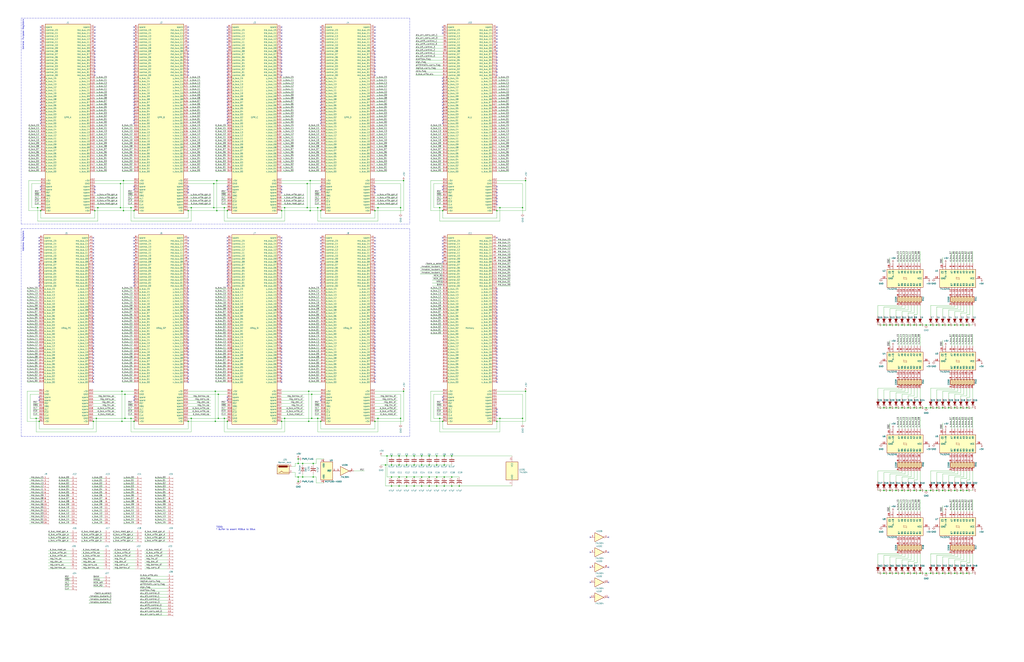
<source format=kicad_sch>
(kicad_sch (version 20211123) (generator eeschema)
  (paper "D")
  (title_block (title "Backplane") (date "2020-04-27") (rev "1.0"))
  (junction (at 374.65 410.21))
  (junction (at 765.81 274.32))
  (junction (at 770.89 414.02))
  (junction (at 251.46 406.4))
  (junction (at 784.86 344.17))
  (junction (at 368.3 402.59))
  (junction (at 355.6 384.81))
  (junction (at 745.49 414.02))
  (junction (at 765.81 414.02))
  (junction (at 182.88 177.8))
  (junction (at 330.2 384.81))
  (junction (at 765.81 483.87))
  (junction (at 374.65 392.43))
  (junction (at 815.34 414.02))
  (junction (at 781.05 483.87))
  (junction (at 368.3 392.43))
  (junction (at 789.94 274.32))
  (junction (at 795.02 274.32))
  (junction (at 260.35 355.6))
  (junction (at 805.18 414.02))
  (junction (at 355.6 402.59))
  (junction (at 440.69 353.06))
  (junction (at 336.55 402.59))
  (junction (at 101.6 175.26))
  (junction (at 789.94 344.17))
  (junction (at 240.03 175.26))
  (junction (at 784.86 483.87))
  (junction (at 361.95 392.43))
  (junction (at 318.77 353.06))
  (junction (at 30.48 353.06))
  (junction (at 800.1 414.02))
  (junction (at 765.81 344.17))
  (junction (at 81.28 353.06))
  (junction (at 745.49 483.87))
  (junction (at 337.82 175.26))
  (junction (at 189.23 353.06))
  (junction (at 260.35 330.2))
  (junction (at 105.41 332.74))
  (junction (at 82.55 175.26))
  (junction (at 189.23 175.26))
  (junction (at 110.49 175.26))
  (junction (at 101.6 154.94))
  (junction (at 342.9 402.59))
  (junction (at 355.6 410.21))
  (junction (at 318.77 175.26))
  (junction (at 349.25 384.81))
  (junction (at 810.26 414.02))
  (junction (at 158.75 177.8))
  (junction (at 251.46 391.16))
  (junction (at 373.38 177.8))
  (junction (at 755.65 344.17))
  (junction (at 745.49 274.32))
  (junction (at 770.89 483.87))
  (junction (at 770.89 344.17))
  (junction (at 262.89 332.74))
  (junction (at 336.55 410.21))
  (junction (at 755.65 274.32))
  (junction (at 805.18 274.32))
  (junction (at 381 410.21))
  (junction (at 102.87 355.6))
  (junction (at 237.49 355.6))
  (junction (at 251.46 402.59))
  (junction (at 750.57 344.17))
  (junction (at 419.1 355.6))
  (junction (at 387.35 410.21))
  (junction (at 775.97 344.17))
  (junction (at 104.14 177.8))
  (junction (at 361.95 402.59))
  (junction (at 161.29 175.26))
  (junction (at 337.82 353.06))
  (junction (at 342.9 392.43))
  (junction (at 784.86 274.32))
  (junction (at 113.03 355.6))
  (junction (at 181.61 355.6))
  (junction (at 370.84 353.06))
  (junction (at 261.62 177.8))
  (junction (at 381 402.59))
  (junction (at 255.27 402.59))
  (junction (at 755.65 483.87))
  (junction (at 750.57 414.02))
  (junction (at 261.62 152.4))
  (junction (at 374.65 384.81))
  (junction (at 342.9 410.21))
  (junction (at 805.18 483.87))
  (junction (at 316.23 355.6))
  (junction (at 368.3 410.21))
  (junction (at 326.39 384.81))
  (junction (at 815.34 483.87))
  (junction (at 180.34 175.26))
  (junction (at 349.25 410.21))
  (junction (at 158.75 355.6))
  (junction (at 381 384.81))
  (junction (at 184.15 332.74))
  (junction (at 800.1 344.17))
  (junction (at 340.36 330.2))
  (junction (at 264.16 402.59))
  (junction (at 33.02 355.6))
  (junction (at 161.29 353.06))
  (junction (at 240.03 353.06))
  (junction (at 251.46 387.35))
  (junction (at 789.94 414.02))
  (junction (at 259.08 175.26))
  (junction (at 368.3 384.81))
  (junction (at 795.02 483.87))
  (junction (at 342.9 384.81))
  (junction (at 750.57 274.32))
  (junction (at 781.05 344.17))
  (junction (at 760.73 274.32))
  (junction (at 421.64 353.06))
  (junction (at 760.73 344.17))
  (junction (at 775.97 483.87))
  (junction (at 795.02 414.02))
  (junction (at 361.95 384.81))
  (junction (at 781.05 274.32))
  (junction (at 255.27 391.16))
  (junction (at 374.65 402.59))
  (junction (at 237.49 177.8))
  (junction (at 443.23 330.2))
  (junction (at 349.25 392.43))
  (junction (at 180.34 154.94))
  (junction (at 264.16 391.16))
  (junction (at 184.15 353.06))
  (junction (at 800.1 483.87))
  (junction (at 316.23 177.8))
  (junction (at 800.1 274.32))
  (junction (at 191.77 355.6))
  (junction (at 760.73 414.02))
  (junction (at 267.97 353.06))
  (junction (at 325.12 392.43))
  (junction (at 745.49 344.17))
  (junction (at 355.6 392.43))
  (junction (at 440.69 175.26))
  (junction (at 784.86 414.02))
  (junction (at 361.95 410.21))
  (junction (at 110.49 353.06))
  (junction (at 810.26 483.87))
  (junction (at 805.18 344.17))
  (junction (at 775.97 274.32))
  (junction (at 262.89 353.06))
  (junction (at 340.36 152.4))
  (junction (at 370.84 175.26))
  (junction (at 113.03 177.8))
  (junction (at 789.94 483.87))
  (junction (at 78.74 355.6))
  (junction (at 760.73 483.87))
  (junction (at 810.26 344.17))
  (junction (at 181.61 330.2))
  (junction (at 770.89 274.32))
  (junction (at 80.01 177.8))
  (junction (at 330.2 410.21))
  (junction (at 795.02 344.17))
  (junction (at 810.26 274.32))
  (junction (at 102.87 330.2))
  (junction (at 421.64 175.26))
  (junction (at 750.57 483.87))
  (junction (at 349.25 402.59))
  (junction (at 815.34 274.32))
  (junction (at 815.34 344.17))
  (junction (at 419.1 177.8))
  (junction (at 755.65 414.02))
  (junction (at 105.41 353.06))
  (junction (at 270.51 177.8))
  (junction (at 373.38 355.6))
  (junction (at 259.08 154.94))
  (junction (at 31.75 175.26))
  (junction (at 330.2 392.43))
  (junction (at 270.51 355.6))
  (junction (at 191.77 177.8))
  (junction (at 104.14 152.4))
  (junction (at 182.88 152.4))
  (junction (at 336.55 384.81))
  (junction (at 267.97 175.26))
  (junction (at 443.23 152.4))
  (junction (at 775.97 414.02))
  (junction (at 336.55 392.43))
  (junction (at 330.2 402.59))
  (junction (at 34.29 177.8))
  (junction (at 781.05 414.02))
  (no_connect (at 419.1 256.54))
  (no_connect (at 34.29 63.5))
  (no_connect (at 34.29 78.74))
  (no_connect (at 113.03 203.2))
  (no_connect (at 316.23 50.8))
  (no_connect (at 237.49 307.34))
  (no_connect (at 316.23 274.32))
  (no_connect (at 33.02 337.82))
  (no_connect (at 158.75 294.64))
  (no_connect (at 419.1 22.86))
  (no_connect (at 78.74 215.9))
  (no_connect (at 237.49 223.52))
  (no_connect (at 316.23 297.18))
  (no_connect (at 158.75 274.32))
  (no_connect (at 158.75 48.26))
  (no_connect (at 191.77 241.3))
  (no_connect (at 113.03 91.44))
  (no_connect (at 270.51 208.28))
  (no_connect (at 78.74 269.24))
  (no_connect (at 34.29 157.48))
  (no_connect (at 373.38 213.36))
  (no_connect (at 316.23 33.02))
  (no_connect (at 316.23 281.94))
  (no_connect (at 113.03 96.52))
  (no_connect (at 80.01 45.72))
  (no_connect (at 237.49 38.1))
  (no_connect (at 191.77 68.58))
  (no_connect (at 237.49 320.04))
  (no_connect (at 191.77 226.06))
  (no_connect (at 158.75 231.14))
  (no_connect (at 237.49 269.24))
  (no_connect (at 113.03 68.58))
  (no_connect (at 158.75 55.88))
  (no_connect (at 33.02 215.9))
  (no_connect (at 237.49 55.88))
  (no_connect (at 373.38 93.98))
  (no_connect (at 78.74 231.14))
  (no_connect (at 191.77 104.14))
  (no_connect (at 419.1 266.7))
  (no_connect (at 191.77 48.26))
  (no_connect (at 158.75 322.58))
  (no_connect (at 237.49 292.1))
  (no_connect (at 34.29 58.42))
  (no_connect (at 419.1 248.92))
  (no_connect (at 316.23 320.04))
  (no_connect (at 113.03 83.82))
  (no_connect (at 237.49 33.02))
  (no_connect (at 191.77 93.98))
  (no_connect (at 78.74 213.36))
  (no_connect (at 113.03 78.74))
  (no_connect (at 78.74 251.46))
  (no_connect (at 191.77 218.44))
  (no_connect (at 316.23 35.56))
  (no_connect (at 419.1 287.02))
  (no_connect (at 237.49 312.42))
  (no_connect (at 191.77 101.6))
  (no_connect (at 158.75 45.72))
  (no_connect (at 191.77 35.56))
  (no_connect (at 373.38 218.44))
  (no_connect (at 373.38 220.98))
  (no_connect (at 78.74 287.02))
  (no_connect (at 158.75 35.56))
  (no_connect (at 237.49 266.7))
  (no_connect (at 113.03 76.2))
  (no_connect (at 513.08 453.39))
  (no_connect (at 80.01 162.56))
  (no_connect (at 237.49 213.36))
  (no_connect (at 270.51 78.74))
  (no_connect (at 78.74 299.72))
  (no_connect (at 419.1 271.78))
  (no_connect (at 373.38 205.74))
  (no_connect (at 237.49 261.62))
  (no_connect (at 316.23 236.22))
  (no_connect (at 373.38 76.2))
  (no_connect (at 158.75 33.02))
  (no_connect (at 80.01 25.4))
  (no_connect (at 78.74 294.64))
  (no_connect (at 158.75 279.4))
  (no_connect (at 316.23 256.54))
  (no_connect (at 419.1 292.1))
  (no_connect (at 191.77 88.9))
  (no_connect (at 237.49 48.26))
  (no_connect (at 419.1 322.58))
  (no_connect (at 191.77 71.12))
  (no_connect (at 373.38 99.06))
  (no_connect (at 419.1 157.48))
  (no_connect (at 237.49 233.68))
  (no_connect (at 158.75 238.76))
  (no_connect (at 237.49 309.88))
  (no_connect (at 316.23 27.94))
  (no_connect (at 78.74 322.58))
  (no_connect (at 237.49 63.5))
  (no_connect (at 191.77 86.36))
  (no_connect (at 191.77 60.96))
  (no_connect (at 419.1 27.94))
  (no_connect (at 316.23 259.08))
  (no_connect (at 113.03 104.14))
  (no_connect (at 158.75 248.92))
  (no_connect (at 34.29 33.02))
  (no_connect (at 237.49 43.18))
  (no_connect (at 191.77 63.5))
  (no_connect (at 34.29 30.48))
  (no_connect (at 158.75 223.52))
  (no_connect (at 237.49 259.08))
  (no_connect (at 270.51 48.26))
  (no_connect (at 113.03 238.76))
  (no_connect (at 316.23 58.42))
  (no_connect (at 113.03 160.02))
  (no_connect (at 316.23 289.56))
  (no_connect (at 419.1 304.8))
  (no_connect (at 113.03 99.06))
  (no_connect (at 78.74 238.76))
  (no_connect (at 419.1 43.18))
  (no_connect (at 78.74 312.42))
  (no_connect (at 113.03 58.42))
  (no_connect (at 78.74 259.08))
  (no_connect (at 78.74 241.3))
  (no_connect (at 113.03 337.82))
  (no_connect (at 419.1 60.96))
  (no_connect (at 113.03 38.1))
  (no_connect (at 237.49 276.86))
  (no_connect (at 373.38 335.28))
  (no_connect (at 34.29 88.9))
  (no_connect (at 78.74 243.84))
  (no_connect (at 419.1 200.66))
  (no_connect (at 419.1 55.88))
  (no_connect (at 113.03 213.36))
  (no_connect (at 237.49 205.74))
  (no_connect (at 158.75 271.78))
  (no_connect (at 316.23 287.02))
  (no_connect (at 237.49 220.98))
  (no_connect (at 270.51 93.98))
  (no_connect (at 373.38 78.74))
  (no_connect (at 270.51 81.28))
  (no_connect (at 158.75 297.18))
  (no_connect (at 158.75 60.96))
  (no_connect (at 316.23 160.02))
  (no_connect (at 316.23 223.52))
  (no_connect (at 78.74 302.26))
  (no_connect (at 316.23 205.74))
  (no_connect (at 158.75 309.88))
  (no_connect (at 513.08 504.19))
  (no_connect (at 158.75 264.16))
  (no_connect (at 316.23 162.56))
  (no_connect (at 373.38 86.36))
  (no_connect (at 237.49 236.22))
  (no_connect (at 34.29 86.36))
  (no_connect (at 237.49 208.28))
  (no_connect (at 191.77 38.1))
  (no_connect (at 237.49 299.72))
  (no_connect (at 113.03 43.18))
  (no_connect (at 316.23 48.26))
  (no_connect (at 158.75 299.72))
  (no_connect (at 316.23 304.8))
  (no_connect (at 113.03 205.74))
  (no_connect (at 34.29 35.56))
  (no_connect (at 419.1 297.18))
  (no_connect (at 191.77 22.86))
  (no_connect (at 158.75 208.28))
  (no_connect (at 191.77 160.02))
  (no_connect (at 373.38 160.02))
  (no_connect (at 78.74 304.8))
  (no_connect (at 237.49 274.32))
  (no_connect (at 158.75 25.4))
  (no_connect (at 373.38 208.28))
  (no_connect (at 34.29 27.94))
  (no_connect (at 191.77 40.64))
  (no_connect (at 158.75 40.64))
  (no_connect (at 316.23 254))
  (no_connect (at 113.03 226.06))
  (no_connect (at 419.1 165.1))
  (no_connect (at 316.23 60.96))
  (no_connect (at 34.29 55.88))
  (no_connect (at 113.03 88.9))
  (no_connect (at 78.74 261.62))
  (no_connect (at 191.77 27.94))
  (no_connect (at 270.51 238.76))
  (no_connect (at 158.75 269.24))
  (no_connect (at 191.77 236.22))
  (no_connect (at 158.75 160.02))
  (no_connect (at 419.1 281.94))
  (no_connect (at 373.38 210.82))
  (no_connect (at 191.77 335.28))
  (no_connect (at 237.49 58.42))
  (no_connect (at 270.51 68.58))
  (no_connect (at 373.38 83.82))
  (no_connect (at 80.01 157.48))
  (no_connect (at 78.74 228.6))
  (no_connect (at 78.74 314.96))
  (no_connect (at 158.75 281.94))
  (no_connect (at 316.23 215.9))
  (no_connect (at 316.23 30.48))
  (no_connect (at 270.51 157.48))
  (no_connect (at 270.51 241.3))
  (no_connect (at 78.74 246.38))
  (no_connect (at 237.49 35.56))
  (no_connect (at 316.23 218.44))
  (no_connect (at 191.77 238.76))
  (no_connect (at 419.1 58.42))
  (no_connect (at 237.49 210.82))
  (no_connect (at 270.51 33.02))
  (no_connect (at 80.01 48.26))
  (no_connect (at 316.23 292.1))
  (no_connect (at 237.49 200.66))
  (no_connect (at 113.03 22.86))
  (no_connect (at 158.75 289.56))
  (no_connect (at 34.29 45.72))
  (no_connect (at 78.74 264.16))
  (no_connect (at 191.77 213.36))
  (no_connect (at 373.38 66.04))
  (no_connect (at 80.01 50.8))
  (no_connect (at 33.02 228.6))
  (no_connect (at 78.74 284.48))
  (no_connect (at 158.75 256.54))
  (no_connect (at 270.51 236.22))
  (no_connect (at 191.77 233.68))
  (no_connect (at 113.03 335.28))
  (no_connect (at 270.51 233.68))
  (no_connect (at 270.51 55.88))
  (no_connect (at 113.03 157.48))
  (no_connect (at 237.49 228.6))
  (no_connect (at 158.75 210.82))
  (no_connect (at 316.23 53.34))
  (no_connect (at 34.29 25.4))
  (no_connect (at 33.02 203.2))
  (no_connect (at 191.77 30.48))
  (no_connect (at 80.01 55.88))
  (no_connect (at 113.03 241.3))
  (no_connect (at 33.02 231.14))
  (no_connect (at 158.75 228.6))
  (no_connect (at 419.1 276.86))
  (no_connect (at 78.74 317.5))
  (no_connect (at 419.1 350.52))
  (no_connect (at 237.49 287.02))
  (no_connect (at 33.02 213.36))
  (no_connect (at 191.77 203.2))
  (no_connect (at 34.29 93.98))
  (no_connect (at 113.03 48.26))
  (no_connect (at 237.49 248.92))
  (no_connect (at 191.77 83.82))
  (no_connect (at 158.75 307.34))
  (no_connect (at 34.29 40.64))
  (no_connect (at 237.49 302.26))
  (no_connect (at 270.51 104.14))
  (no_connect (at 33.02 241.3))
  (no_connect (at 33.02 236.22))
  (no_connect (at 34.29 71.12))
  (no_connect (at 113.03 73.66))
  (no_connect (at 316.23 299.72))
  (no_connect (at 237.49 50.8))
  (no_connect (at 113.03 101.6))
  (no_connect (at 158.75 266.7))
  (no_connect (at 34.29 104.14))
  (no_connect (at 80.01 58.42))
  (no_connect (at 158.75 284.48))
  (no_connect (at 191.77 58.42))
  (no_connect (at 158.75 276.86))
  (no_connect (at 270.51 58.42))
  (no_connect (at 270.51 73.66))
  (no_connect (at 270.51 43.18))
  (no_connect (at 34.29 160.02))
  (no_connect (at 191.77 53.34))
  (no_connect (at 158.75 58.42))
  (no_connect (at 419.1 314.96))
  (no_connect (at 191.77 337.82))
  (no_connect (at 316.23 38.1))
  (no_connect (at 270.51 203.2))
  (no_connect (at 113.03 30.48))
  (no_connect (at 270.51 22.86))
  (no_connect (at 270.51 27.94))
  (no_connect (at 316.23 264.16))
  (no_connect (at 419.1 309.88))
  (no_connect (at 237.49 246.38))
  (no_connect (at 191.77 76.2))
  (no_connect (at 419.1 160.02))
  (no_connect (at 270.51 218.44))
  (no_connect (at 419.1 45.72))
  (no_connect (at 373.38 88.9))
  (no_connect (at 316.23 200.66))
  (no_connect (at 419.1 50.8))
  (no_connect (at 237.49 317.5))
  (no_connect (at 80.01 22.86))
  (no_connect (at 113.03 200.66))
  (no_connect (at 237.49 279.4))
  (no_connect (at 78.74 276.86))
  (no_connect (at 158.75 205.74))
  (no_connect (at 316.23 220.98))
  (no_connect (at 34.29 101.6))
  (no_connect (at 237.49 162.56))
  (no_connect (at 158.75 43.18))
  (no_connect (at 113.03 220.98))
  (no_connect (at 78.74 248.92))
  (no_connect (at 316.23 309.88))
  (no_connect (at 270.51 213.36))
  (no_connect (at 270.51 35.56))
  (no_connect (at 316.23 246.38))
  (no_connect (at 158.75 215.9))
  (no_connect (at 113.03 228.6))
  (no_connect (at 270.51 66.04))
  (no_connect (at 78.74 226.06))
  (no_connect (at 34.29 73.66))
  (no_connect (at 34.29 43.18))
  (no_connect (at 270.51 91.44))
  (no_connect (at 419.1 251.46))
  (no_connect (at 158.75 304.8))
  (no_connect (at 113.03 208.28))
  (no_connect (at 158.75 27.94))
  (no_connect (at 33.02 220.98))
  (no_connect (at 80.01 30.48))
  (no_connect (at 419.1 299.72))
  (no_connect (at 270.51 96.52))
  (no_connect (at 419.1 246.38))
  (no_connect (at 78.74 208.28))
  (no_connect (at 316.23 284.48))
  (no_connect (at 34.29 50.8))
  (no_connect (at 113.03 40.64))
  (no_connect (at 316.23 312.42))
  (no_connect (at 316.23 266.7))
  (no_connect (at 158.75 220.98))
  (no_connect (at 78.74 266.7))
  (no_connect (at 419.1 274.32))
  (no_connect (at 316.23 276.86))
  (no_connect (at 78.74 254))
  (no_connect (at 237.49 284.48))
  (no_connect (at 270.51 30.48))
  (no_connect (at 78.74 223.52))
  (no_connect (at 113.03 231.14))
  (no_connect (at 33.02 218.44))
  (no_connect (at 78.74 205.74))
  (no_connect (at 419.1 289.56))
  (no_connect (at 191.77 208.28))
  (no_connect (at 113.03 233.68))
  (no_connect (at 270.51 223.52))
  (no_connect (at 373.38 101.6))
  (no_connect (at 80.01 33.02))
  (no_connect (at 270.51 88.9))
  (no_connect (at 78.74 297.18))
  (no_connect (at 237.49 60.96))
  (no_connect (at 34.29 38.1))
  (no_connect (at 316.23 43.18))
  (no_connect (at 113.03 60.96))
  (no_connect (at 78.74 320.04))
  (no_connect (at 373.38 215.9))
  (no_connect (at 237.49 160.02))
  (no_connect (at 270.51 60.96))
  (no_connect (at 237.49 304.8))
  (no_connect (at 158.75 241.3))
  (no_connect (at 270.51 50.8))
  (no_connect (at 113.03 236.22))
  (no_connect (at 80.01 35.56))
  (no_connect (at 316.23 279.4))
  (no_connect (at 237.49 254))
  (no_connect (at 78.74 281.94))
  (no_connect (at 419.1 162.56))
  (no_connect (at 373.38 73.66))
  (no_connect (at 113.03 86.36))
  (no_connect (at 419.1 38.1))
  (no_connect (at 158.75 246.38))
  (no_connect (at 158.75 236.22))
  (no_connect (at 78.74 309.88))
  (no_connect (at 316.23 294.64))
  (no_connect (at 191.77 45.72))
  (no_connect (at 191.77 96.52))
  (no_connect (at 270.51 231.14))
  (no_connect (at 158.75 213.36))
  (no_connect (at 191.77 81.28))
  (no_connect (at 316.23 322.58))
  (no_connect (at 373.38 104.14))
  (no_connect (at 158.75 243.84))
  (no_connect (at 237.49 322.58))
  (no_connect (at 237.49 157.48))
  (no_connect (at 419.1 320.04))
  (no_connect (at 270.51 220.98))
  (no_connect (at 191.77 25.4))
  (no_connect (at 373.38 91.44))
  (no_connect (at 33.02 226.06))
  (no_connect (at 237.49 215.9))
  (no_connect (at 191.77 228.6))
  (no_connect (at 33.02 335.28))
  (no_connect (at 80.01 60.96))
  (no_connect (at 158.75 63.5))
  (no_connect (at 78.74 279.4))
  (no_connect (at 80.01 63.5))
  (no_connect (at 158.75 203.2))
  (no_connect (at 158.75 287.02))
  (no_connect (at 191.77 215.9))
  (no_connect (at 316.23 269.24))
  (no_connect (at 237.49 281.94))
  (no_connect (at 237.49 241.3))
  (no_connect (at 158.75 312.42))
  (no_connect (at 270.51 53.34))
  (no_connect (at 237.49 243.84))
  (no_connect (at 158.75 254))
  (no_connect (at 78.74 233.68))
  (no_connect (at 237.49 30.48))
  (no_connect (at 78.74 271.78))
  (no_connect (at 113.03 35.56))
  (no_connect (at 191.77 78.74))
  (no_connect (at 78.74 307.34))
  (no_connect (at 113.03 218.44))
  (no_connect (at 113.03 33.02))
  (no_connect (at 113.03 45.72))
  (no_connect (at 158.75 226.06))
  (no_connect (at 419.1 307.34))
  (no_connect (at 316.23 213.36))
  (no_connect (at 34.29 91.44))
  (no_connect (at 191.77 210.82))
  (no_connect (at 237.49 231.14))
  (no_connect (at 419.1 63.5))
  (no_connect (at 419.1 243.84))
  (no_connect (at 373.38 22.86))
  (no_connect (at 419.1 345.44))
  (no_connect (at 191.77 91.44))
  (no_connect (at 316.23 157.48))
  (no_connect (at 316.23 261.62))
  (no_connect (at 33.02 238.76))
  (no_connect (at 419.1 279.4))
  (no_connect (at 316.23 251.46))
  (no_connect (at 316.23 302.26))
  (no_connect (at 78.74 220.98))
  (no_connect (at 270.51 200.66))
  (no_connect (at 419.1 264.16))
  (no_connect (at 80.01 27.94))
  (no_connect (at 34.29 81.28))
  (no_connect (at 270.51 76.2))
  (no_connect (at 237.49 40.64))
  (no_connect (at 419.1 294.64))
  (no_connect (at 34.29 68.58))
  (no_connect (at 316.23 210.82))
  (no_connect (at 191.77 231.14))
  (no_connect (at 270.51 40.64))
  (no_connect (at 113.03 50.8))
  (no_connect (at 34.29 76.2))
  (no_connect (at 158.75 22.86))
  (no_connect (at 113.03 53.34))
  (no_connect (at 316.23 314.96))
  (no_connect (at 113.03 71.12))
  (no_connect (at 78.74 292.1))
  (no_connect (at 80.01 53.34))
  (no_connect (at 419.1 302.26))
  (no_connect (at 158.75 38.1))
  (no_connect (at 513.08 466.09))
  (no_connect (at 419.1 347.98))
  (no_connect (at 270.51 226.06))
  (no_connect (at 158.75 292.1))
  (no_connect (at 270.51 160.02))
  (no_connect (at 158.75 317.5))
  (no_connect (at 191.77 73.66))
  (no_connect (at 316.23 55.88))
  (no_connect (at 80.01 38.1))
  (no_connect (at 419.1 269.24))
  (no_connect (at 316.23 203.2))
  (no_connect (at 419.1 30.48))
  (no_connect (at 237.49 238.76))
  (no_connect (at 34.29 66.04))
  (no_connect (at 237.49 294.64))
  (no_connect (at 419.1 317.5))
  (no_connect (at 113.03 210.82))
  (no_connect (at 113.03 223.52))
  (no_connect (at 316.23 307.34))
  (no_connect (at 80.01 40.64))
  (no_connect (at 237.49 203.2))
  (no_connect (at 497.84 478.79))
  (no_connect (at 419.1 25.4))
  (no_connect (at 78.74 236.22))
  (no_connect (at 237.49 297.18))
  (no_connect (at 373.38 71.12))
  (no_connect (at 237.49 256.54))
  (no_connect (at 191.77 43.18))
  (no_connect (at 513.08 491.49))
  (no_connect (at 270.51 335.28))
  (no_connect (at 270.51 45.72))
  (no_connect (at 33.02 223.52))
  (no_connect (at 33.02 200.66))
  (no_connect (at 33.02 205.74))
  (no_connect (at 373.38 27.94))
  (no_connect (at 270.51 228.6))
  (no_connect (at 373.38 157.48))
  (no_connect (at 34.29 22.86))
  (no_connect (at 497.84 491.49))
  (no_connect (at 497.84 453.39))
  (no_connect (at 113.03 215.9))
  (no_connect (at 237.49 271.78))
  (no_connect (at 158.75 261.62))
  (no_connect (at 237.49 25.4))
  (no_connect (at 78.74 210.82))
  (no_connect (at 158.75 50.8))
  (no_connect (at 191.77 205.74))
  (no_connect (at 237.49 45.72))
  (no_connect (at 237.49 218.44))
  (no_connect (at 158.75 162.56))
  (no_connect (at 419.1 261.62))
  (no_connect (at 158.75 200.66))
  (no_connect (at 237.49 264.16))
  (no_connect (at 316.23 231.14))
  (no_connect (at 316.23 317.5))
  (no_connect (at 113.03 66.04))
  (no_connect (at 419.1 40.64))
  (no_connect (at 158.75 157.48))
  (no_connect (at 513.08 478.79))
  (no_connect (at 34.29 48.26))
  (no_connect (at 191.77 99.06))
  (no_connect (at 270.51 38.1))
  (no_connect (at 158.75 251.46))
  (no_connect (at 113.03 27.94))
  (no_connect (at 373.38 337.82))
  (no_connect (at 316.23 208.28))
  (no_connect (at 191.77 157.48))
  (no_connect (at 419.1 33.02))
  (no_connect (at 237.49 22.86))
  (no_connect (at 373.38 200.66))
  (no_connect (at 80.01 160.02))
  (no_connect (at 419.1 48.26))
  (no_connect (at 419.1 167.64))
  (no_connect (at 113.03 81.28))
  (no_connect (at 237.49 251.46))
  (no_connect (at 316.23 228.6))
  (no_connect (at 270.51 205.74))
  (no_connect (at 34.29 99.06))
  (no_connect (at 113.03 93.98))
  (no_connect (at 373.38 96.52))
  (no_connect (at 419.1 170.18))
  (no_connect (at 78.74 274.32))
  (no_connect (at 270.51 215.9))
  (no_connect (at 270.51 210.82))
  (no_connect (at 78.74 289.56))
  (no_connect (at 419.1 35.56))
  (no_connect (at 373.38 203.2))
  (no_connect (at 34.29 60.96))
  (no_connect (at 419.1 172.72))
  (no_connect (at 158.75 53.34))
  (no_connect (at 497.84 466.09))
  (no_connect (at 373.38 68.58))
  (no_connect (at 113.03 25.4))
  (no_connect (at 191.77 50.8))
  (no_connect (at 158.75 320.04))
  (no_connect (at 191.77 223.52))
  (no_connect (at 419.1 284.48))
  (no_connect (at 316.23 241.3))
  (no_connect (at 237.49 27.94))
  (no_connect (at 316.23 238.76))
  (no_connect (at 191.77 66.04))
  (no_connect (at 316.23 248.92))
  (no_connect (at 33.02 233.68))
  (no_connect (at 34.29 83.82))
  (no_connect (at 191.77 220.98))
  (no_connect (at 78.74 203.2))
  (no_connect (at 497.84 504.19))
  (no_connect (at 270.51 83.82))
  (no_connect (at 237.49 226.06))
  (no_connect (at 78.74 256.54))
  (no_connect (at 34.29 53.34))
  (no_connect (at 158.75 30.48))
  (no_connect (at 113.03 63.5))
  (no_connect (at 316.23 243.84))
  (no_connect (at 270.51 25.4))
  (no_connect (at 158.75 302.26))
  (no_connect (at 316.23 45.72))
  (no_connect (at 237.49 53.34))
  (no_connect (at 270.51 101.6))
  (no_connect (at 270.51 63.5))
  (no_connect (at 270.51 71.12))
  (no_connect (at 419.1 53.34))
  (no_connect (at 78.74 218.44))
  (no_connect (at 191.77 33.02))
  (no_connect (at 419.1 254))
  (no_connect (at 373.38 81.28))
  (no_connect (at 316.23 63.5))
  (no_connect (at 113.03 55.88))
  (no_connect (at 270.51 86.36))
  (no_connect (at 316.23 233.68))
  (no_connect (at 34.29 96.52))
  (no_connect (at 33.02 208.28))
  (no_connect (at 316.23 226.06))
  (no_connect (at 270.51 99.06))
  (no_connect (at 191.77 55.88))
  (no_connect (at 316.23 22.86))
  (no_connect (at 270.51 337.82))
  (no_connect (at 158.75 218.44))
  (no_connect (at 316.23 271.78))
  (no_connect (at 237.49 314.96))
  (no_connect (at 78.74 200.66))
  (no_connect (at 80.01 43.18))
  (no_connect (at 237.49 289.56))
  (no_connect (at 419.1 259.08))
  (no_connect (at 158.75 314.96))
  (no_connect (at 316.23 40.64))
  (no_connect (at 158.75 233.68))
  (no_connect (at 373.38 25.4))
  (no_connect (at 33.02 210.82))
  (no_connect (at 158.75 259.08))
  (no_connect (at 316.23 25.4))
  (no_connect (at 191.77 200.66))
  (no_connect (at 419.1 312.42))
  (wire (pts (xy 77.47 439.42) (xy 87.63 439.42)))
  (wire (pts (xy 342.9 392.43) (xy 349.25 392.43)))
  (wire (pts (xy 326.39 384.81) (xy 330.2 384.81)))
  (wire (pts (xy 24.13 109.22) (xy 34.29 109.22)))
  (wire (pts (xy 24.13 139.7) (xy 34.29 139.7)))
  (wire (pts (xy 118.11 501.65) (xy 140.97 501.65)))
  (wire (pts (xy 77.47 436.88) (xy 87.63 436.88)))
  (wire (pts (xy 316.23 109.22) (xy 326.39 109.22)))
  (wire (pts (xy 87.63 449.58) (xy 68.58 449.58)))
  (wire (pts (xy 158.75 119.38) (xy 168.91 119.38)))
  (wire (pts (xy 768.35 351.79) (xy 768.35 361.95)))
  (wire (pts (xy 158.75 99.06) (xy 168.91 99.06)))
  (wire (pts (xy 337.82 154.94) (xy 316.23 154.94)))
  (wire (pts (xy 180.34 175.26) (xy 180.34 154.94)))
  (wire (pts (xy 807.72 400.05) (xy 795.02 400.05)))
  (wire (pts (xy 130.81 403.86) (xy 140.97 403.86)))
  (wire (pts (xy 817.88 405.13) (xy 815.34 405.13)))
  (wire (pts (xy 419.1 139.7) (xy 429.26 139.7)))
  (wire (pts (xy 237.49 111.76) (xy 247.65 111.76)))
  (wire (pts (xy 237.49 106.68) (xy 247.65 106.68)))
  (wire (pts (xy 237.49 99.06) (xy 247.65 99.06)))
  (wire (pts (xy 740.41 467.36) (xy 740.41 476.25)))
  (wire (pts (xy 59.69 467.36) (xy 40.64 467.36)))
  (wire (pts (xy 24.13 114.3) (xy 34.29 114.3)))
  (wire (pts (xy 191.77 177.8) (xy 182.88 177.8)))
  (wire (pts (xy 158.75 132.08) (xy 168.91 132.08)))
  (wire (pts (xy 104.14 403.86) (xy 114.3 403.86)))
  (wire (pts (xy 158.75 345.44) (xy 177.8 345.44)))
  (wire (pts (xy 237.49 104.14) (xy 247.65 104.14)))
  (wire (pts (xy 812.8 332.74) (xy 805.18 332.74)))
  (wire (pts (xy 22.86 314.96) (xy 33.02 314.96)))
  (wire (pts (xy 22.86 284.48) (xy 33.02 284.48)))
  (wire (pts (xy 745.49 468.63) (xy 745.49 476.25)))
  (wire (pts (xy 750.57 330.2) (xy 750.57 336.55)))
  (polyline (pts (xy 17.78 189.23) (xy 17.78 15.24)))
  (wire (pts (xy 181.61 279.4) (xy 191.77 279.4)))
  (wire (pts (xy 802.64 397.51) (xy 784.86 397.51)))
  (wire (pts (xy 363.22 269.24) (xy 373.38 269.24)))
  (wire (pts (xy 363.22 139.7) (xy 373.38 139.7)))
  (wire (pts (xy 784.86 397.51) (xy 784.86 406.4)))
  (wire (pts (xy 34.29 172.72) (xy 29.21 172.72)))
  (wire (pts (xy 316.23 127) (xy 326.39 127)))
  (wire (pts (xy 237.49 361.95) (xy 237.49 355.6)))
  (wire (pts (xy 82.55 175.26) (xy 101.6 175.26)))
  (wire (pts (xy 760.73 351.79) (xy 760.73 361.95)))
  (wire (pts (xy 270.51 342.9) (xy 265.43 342.9)))
  (wire (pts (xy 363.22 114.3) (xy 373.38 114.3)))
  (wire (pts (xy 260.35 254) (xy 270.51 254)))
  (wire (pts (xy 259.08 154.94) (xy 237.49 154.94)))
  (wire (pts (xy 181.61 284.48) (xy 191.77 284.48)))
  (wire (pts (xy 22.86 309.88) (xy 33.02 309.88)))
  (wire (pts (xy 815.34 467.36) (xy 815.34 473.71)))
  (wire (pts (xy 158.75 361.95) (xy 158.75 355.6)))
  (wire (pts (xy 158.75 124.46) (xy 168.91 124.46)))
  (wire (pts (xy 24.765 416.56) (xy 36.195 416.56)))
  (wire (pts (xy 237.49 129.54) (xy 247.65 129.54)))
  (wire (pts (xy 113.03 340.36) (xy 107.95 340.36)))
  (wire (pts (xy 795.02 287.02) (xy 795.02 292.1)))
  (wire (pts (xy 270.51 350.52) (xy 265.43 350.52)))
  (wire (pts (xy 33.02 361.95) (xy 78.74 361.95)))
  (wire (pts (xy 775.97 467.36) (xy 775.97 476.25)))
  (wire (pts (xy 237.49 86.36) (xy 247.65 86.36)))
  (wire (pts (xy 260.35 264.16) (xy 270.51 264.16)))
  (wire (pts (xy 802.64 327.66) (xy 784.86 327.66)))
  (wire (pts (xy 419.1 353.06) (xy 421.64 353.06)))
  (wire (pts (xy 181.61 317.5) (xy 191.77 317.5)))
  (wire (pts (xy 374.65 402.59) (xy 381 402.59)))
  (wire (pts (xy 775.97 274.32) (xy 781.05 274.32)))
  (wire (pts (xy 750.57 356.87) (xy 750.57 361.95)))
  (wire (pts (xy 758.19 351.79) (xy 758.19 361.95)))
  (wire (pts (xy 763.27 212.09) (xy 763.27 222.25)))
  (wire (pts (xy 237.49 142.24) (xy 247.65 142.24)))
  (wire (pts (xy 237.49 172.72) (xy 256.54 172.72)))
  (wire (pts (xy 102.87 289.56) (xy 113.03 289.56)))
  (wire (pts (xy 350.52 30.48) (xy 373.38 30.48)))
  (wire (pts (xy 419.1 93.98) (xy 429.26 93.98)))
  (wire (pts (xy 267.97 175.26) (xy 270.51 175.26)))
  (wire (pts (xy 77.47 421.64) (xy 87.63 421.64)))
  (wire (pts (xy 373.38 350.52) (xy 368.3 350.52)))
  (wire (pts (xy 260.35 330.2) (xy 270.51 330.2)))
  (wire (pts (xy 810.26 344.17) (xy 815.34 344.17)))
  (wire (pts (xy 817.88 421.64) (xy 817.88 431.8)))
  (wire (pts (xy 80.01 137.16) (xy 90.17 137.16)))
  (wire (pts (xy 102.87 259.08) (xy 113.03 259.08)))
  (wire (pts (xy 104.14 429.26) (xy 114.3 429.26)))
  (wire (pts (xy 191.77 340.36) (xy 186.69 340.36)))
  (wire (pts (xy 102.87 266.7) (xy 113.03 266.7)))
  (wire (pts (xy 373.38 170.18) (xy 368.3 170.18)))
  (wire (pts (xy 350.52 38.1) (xy 373.38 38.1)))
  (wire (pts (xy 817.88 281.94) (xy 817.88 292.1)))
  (wire (pts (xy 49.53 408.94) (xy 59.69 408.94)))
  (wire (pts (xy 789.94 398.78) (xy 789.94 406.4)))
  (wire (pts (xy 765.81 264.16) (xy 765.81 266.7)))
  (wire (pts (xy 770.89 265.43) (xy 770.89 266.7)))
  (wire (pts (xy 760.73 212.09) (xy 760.73 222.25)))
  (wire (pts (xy 24.13 119.38) (xy 34.29 119.38)))
  (wire (pts (xy 114.3 477.52) (xy 95.25 477.52)))
  (wire (pts (xy 93.98 509.27) (xy 74.93 509.27)))
  (wire (pts (xy 33.02 342.9) (xy 27.94 342.9)))
  (wire (pts (xy 102.87 281.94) (xy 113.03 281.94)))
  (wire (pts (xy 22.86 330.2) (xy 33.02 330.2)))
  (wire (pts (xy 740.41 344.17) (xy 745.49 344.17)))
  (wire (pts (xy 260.35 127) (xy 270.51 127)))
  (wire (pts (xy 349.25 402.59) (xy 355.6 402.59)))
  (wire (pts (xy 80.01 73.66) (xy 90.17 73.66)))
  (wire (pts (xy 770.89 483.87) (xy 775.97 483.87)))
  (wire (pts (xy 316.23 83.82) (xy 326.39 83.82)))
  (wire (pts (xy 260.35 251.46) (xy 270.51 251.46)))
  (wire (pts (xy 815.34 414.02) (xy 820.42 414.02)))
  (wire (pts (xy 805.18 281.94) (xy 805.18 292.1)))
  (wire (pts (xy 770.89 281.94) (xy 770.89 292.1)))
  (wire (pts (xy 240.03 175.26) (xy 259.08 175.26)))
  (wire (pts (xy 158.75 134.62) (xy 168.91 134.62)))
  (wire (pts (xy 373.38 162.56) (xy 368.3 162.56)))
  (wire (pts (xy 260.35 274.32) (xy 270.51 274.32)))
  (wire (pts (xy 789.94 468.63) (xy 789.94 476.25)))
  (wire (pts (xy 260.35 266.7) (xy 270.51 266.7)))
  (wire (pts (xy 820.42 467.36) (xy 820.42 476.25)))
  (wire (pts (xy 237.49 81.28) (xy 247.65 81.28)))
  (wire (pts (xy 781.05 274.32) (xy 784.86 274.32)))
  (wire (pts (xy 800.1 331.47) (xy 800.1 336.55)))
  (wire (pts (xy 102.87 294.64) (xy 113.03 294.64)))
  (wire (pts (xy 773.43 474.98) (xy 770.89 474.98)))
  (wire (pts (xy 419.1 81.28) (xy 429.26 81.28)))
  (wire (pts (xy 161.29 353.06) (xy 184.15 353.06)))
  (wire (pts (xy 158.75 68.58) (xy 168.91 68.58)))
  (wire (pts (xy 750.57 260.35) (xy 750.57 266.7)))
  (wire (pts (xy 33.02 355.6) (xy 33.02 361.95)))
  (wire (pts (xy 102.87 284.48) (xy 113.03 284.48)))
  (wire (pts (xy 102.87 297.18) (xy 113.03 297.18)))
  (wire (pts (xy 805.18 259.08) (xy 789.94 259.08)))
  (wire (pts (xy 350.52 53.34) (xy 373.38 53.34)))
  (wire (pts (xy 775.97 344.17) (xy 781.05 344.17)))
  (wire (pts (xy 419.1 228.6) (xy 430.53 228.6)))
  (wire (pts (xy 22.86 312.42) (xy 33.02 312.42)))
  (wire (pts (xy 316.23 165.1) (xy 335.28 165.1)))
  (wire (pts (xy 24.13 144.78) (xy 34.29 144.78)))
  (wire (pts (xy 745.49 414.02) (xy 750.57 414.02)))
  (wire (pts (xy 316.23 337.82) (xy 335.28 337.82)))
  (wire (pts (xy 113.03 332.74) (xy 105.41 332.74)))
  (wire (pts (xy 158.75 353.06) (xy 161.29 353.06)))
  (wire (pts (xy 760.73 483.87) (xy 765.81 483.87)))
  (wire (pts (xy 770.89 212.09) (xy 770.89 222.25)))
  (wire (pts (xy 130.81 434.34) (xy 140.97 434.34)))
  (wire (pts (xy 815.34 397.51) (xy 815.34 403.86)))
  (wire (pts (xy 817.88 335.28) (xy 815.34 335.28)))
  (wire (pts (xy 419.1 330.2) (xy 443.23 330.2)))
  (wire (pts (xy 110.49 353.06) (xy 113.03 353.06)))
  (wire (pts (xy 316.23 129.54) (xy 326.39 129.54)))
  (wire (pts (xy 419.1 73.66) (xy 429.26 73.66)))
  (wire (pts (xy 102.87 246.38) (xy 113.03 246.38)))
  (wire (pts (xy 140.97 467.36) (xy 121.92 467.36)))
  (wire (pts (xy 760.73 259.08) (xy 745.49 259.08)))
  (wire (pts (xy 755.65 414.02) (xy 760.73 414.02)))
  (wire (pts (xy 80.01 144.78) (xy 90.17 144.78)))
  (wire (pts (xy 113.03 154.94) (xy 101.6 154.94)))
  (wire (pts (xy 740.41 414.02) (xy 745.49 414.02)))
  (wire (pts (xy 810.26 331.47) (xy 800.1 331.47)))
  (wire (pts (xy 775.97 397.51) (xy 775.97 406.4)))
  (wire (pts (xy 80.01 184.15) (xy 80.01 177.8)))
  (wire (pts (xy 158.75 184.15) (xy 158.75 177.8)))
  (wire (pts (xy 318.77 175.26) (xy 318.77 186.69)))
  (wire (pts (xy 87.63 474.98) (xy 68.58 474.98)))
  (wire (pts (xy 191.77 355.6) (xy 191.77 361.95)))
  (wire (pts (xy 817.88 257.81) (xy 817.88 265.43)))
  (wire (pts (xy 373.38 345.44) (xy 368.3 345.44)))
  (wire (pts (xy 419.1 210.82) (xy 430.53 210.82)))
  (wire (pts (xy 316.23 86.36) (xy 326.39 86.36)))
  (wire (pts (xy 104.14 421.64) (xy 114.3 421.64)))
  (wire (pts (xy 770.89 421.64) (xy 770.89 431.8)))
  (wire (pts (xy 810.26 257.81) (xy 810.26 261.62)))
  (wire (pts (xy 130.81 406.4) (xy 140.97 406.4)))
  (wire (pts (xy 267.97 364.49) (xy 267.97 353.06)))
  (wire (pts (xy 750.57 344.17) (xy 755.65 344.17)))
  (wire (pts (xy 316.23 96.52) (xy 326.39 96.52)))
  (wire (pts (xy 789.94 414.02) (xy 795.02 414.02)))
  (wire (pts (xy 795.02 274.32) (xy 800.1 274.32)))
  (wire (pts (xy 815.34 257.81) (xy 815.34 264.16)))
  (wire (pts (xy 355.6 402.59) (xy 361.95 402.59)))
  (wire (pts (xy 237.49 335.28) (xy 256.54 335.28)))
  (wire (pts (xy 158.75 337.82) (xy 177.8 337.82)))
  (wire (pts (xy 113.03 177.8) (xy 104.14 177.8)))
  (wire (pts (xy 22.86 274.32) (xy 33.02 274.32)))
  (wire (pts (xy 355.6 410.21) (xy 361.95 410.21)))
  (wire (pts (xy 316.23 121.92) (xy 326.39 121.92)))
  (wire (pts (xy 237.49 144.78) (xy 247.65 144.78)))
  (wire (pts (xy 350.52 50.8) (xy 373.38 50.8)))
  (wire (pts (xy 40.64 452.12) (xy 59.69 452.12)))
  (wire (pts (xy 270.51 165.1) (xy 265.43 165.1)))
  (wire (pts (xy 784.86 483.87) (xy 789.94 483.87)))
  (wire (pts (xy 102.87 119.38) (xy 113.03 119.38)))
  (wire (pts (xy 316.23 68.58) (xy 326.39 68.58)))
  (wire (pts (xy 118.11 506.73) (xy 140.97 506.73)))
  (wire (pts (xy 191.77 170.18) (xy 186.69 170.18)))
  (wire (pts (xy 158.75 101.6) (xy 168.91 101.6)))
  (wire (pts (xy 99.06 165.1) (xy 80.01 165.1)))
  (wire (pts (xy 140.97 477.52) (xy 121.92 477.52)))
  (wire (pts (xy 181.61 127) (xy 191.77 127)))
  (wire (pts (xy 87.63 492.76) (xy 78.74 492.76)))
  (wire (pts (xy 181.61 294.64) (xy 191.77 294.64)))
  (wire (pts (xy 350.52 45.72) (xy 373.38 45.72)))
  (wire (pts (xy 795.02 260.35) (xy 795.02 266.7)))
  (wire (pts (xy 140.97 452.12) (xy 121.92 452.12)))
  (wire (pts (xy 316.23 340.36) (xy 335.28 340.36)))
  (wire (pts (xy 750.57 274.32) (xy 755.65 274.32)))
  (wire (pts (xy 267.97 186.69) (xy 267.97 175.26)))
  (wire (pts (xy 763.27 351.79) (xy 763.27 361.95)))
  (wire (pts (xy 795.02 469.9) (xy 795.02 476.25)))
  (wire (pts (xy 113.03 355.6) (xy 113.03 361.95)))
  (wire (pts (xy 191.77 184.15) (xy 237.49 184.15)))
  (wire (pts (xy 237.49 184.15) (xy 237.49 177.8)))
  (wire (pts (xy 373.38 184.15) (xy 419.1 184.15)))
  (wire (pts (xy 161.29 364.49) (xy 110.49 364.49)))
  (wire (pts (xy 781.05 414.02) (xy 784.86 414.02)))
  (wire (pts (xy 181.61 246.38) (xy 191.77 246.38)))
  (wire (pts (xy 102.87 276.86) (xy 113.03 276.86)))
  (wire (pts (xy 251.46 402.59) (xy 255.27 402.59)))
  (wire (pts (xy 102.87 139.7) (xy 113.03 139.7)))
  (wire (pts (xy 77.47 414.02) (xy 87.63 414.02)))
  (wire (pts (xy 118.11 486.41) (xy 140.97 486.41)))
  (wire (pts (xy 113.03 342.9) (xy 107.95 342.9)))
  (wire (pts (xy 745.49 259.08) (xy 745.49 266.7)))
  (wire (pts (xy 104.14 426.72) (xy 114.3 426.72)))
  (wire (pts (xy 181.61 312.42) (xy 191.77 312.42)))
  (wire (pts (xy 805.18 483.87) (xy 810.26 483.87)))
  (wire (pts (xy 370.84 175.26) (xy 373.38 175.26)))
  (wire (pts (xy 802.64 257.81) (xy 784.86 257.81)))
  (wire (pts (xy 316.23 106.68) (xy 326.39 106.68)))
  (wire (pts (xy 102.87 114.3) (xy 113.03 114.3)))
  (wire (pts (xy 113.03 355.6) (xy 102.87 355.6)))
  (wire (pts (xy 316.23 139.7) (xy 326.39 139.7)))
  (wire (pts (xy 768.35 467.36) (xy 768.35 472.44)))
  (wire (pts (xy 381 384.81) (xy 431.8 384.81)))
  (wire (pts (xy 102.87 322.58) (xy 113.03 322.58)))
  (wire (pts (xy 750.57 414.02) (xy 755.65 414.02)))
  (wire (pts (xy 266.7 407.67) (xy 273.05 407.67)))
  (wire (pts (xy 755.65 331.47) (xy 755.65 336.55)))
  (wire (pts (xy 419.1 83.82) (xy 429.26 83.82)))
  (wire (pts (xy 237.49 121.92) (xy 247.65 121.92)))
  (wire (pts (xy 267.97 353.06) (xy 270.51 353.06)))
  (wire (pts (xy 158.75 66.04) (xy 168.91 66.04)))
  (wire (pts (xy 237.49 109.22) (xy 247.65 109.22)))
  (wire (pts (xy 815.34 405.13) (xy 815.34 406.4)))
  (wire (pts (xy 22.86 271.78) (xy 33.02 271.78)))
  (wire (pts (xy 260.35 284.48) (xy 270.51 284.48)))
  (wire (pts (xy 102.87 307.34) (xy 113.03 307.34)))
  (wire (pts (xy 34.29 177.8) (xy 24.13 177.8)))
  (wire (pts (xy 40.64 457.2) (xy 59.69 457.2)))
  (wire (pts (xy 795.02 483.87) (xy 800.1 483.87)))
  (wire (pts (xy 363.22 259.08) (xy 373.38 259.08)))
  (wire (pts (xy 158.75 91.44) (xy 168.91 91.44)))
  (wire (pts (xy 350.52 55.88) (xy 373.38 55.88)))
  (wire (pts (xy 740.41 483.87) (xy 745.49 483.87)))
  (wire (pts (xy 802.64 421.64) (xy 802.64 431.8)))
  (wire (pts (xy 24.13 137.16) (xy 34.29 137.16)))
  (wire (pts (xy 805.18 262.89) (xy 805.18 266.7)))
  (wire (pts (xy 260.35 314.96) (xy 270.51 314.96)))
  (polyline (pts (xy 345.44 193.04) (xy 345.44 368.3)))
  (wire (pts (xy 24.13 142.24) (xy 34.29 142.24)))
  (wire (pts (xy 118.11 504.19) (xy 140.97 504.19)))
  (wire (pts (xy 130.81 426.72) (xy 140.97 426.72)))
  (wire (pts (xy 34.29 184.15) (xy 80.01 184.15)))
  (wire (pts (xy 158.75 330.2) (xy 181.61 330.2)))
  (wire (pts (xy 373.38 172.72) (xy 368.3 172.72)))
  (wire (pts (xy 775.97 212.09) (xy 775.97 222.25)))
  (wire (pts (xy 419.1 226.06) (xy 430.53 226.06)))
  (wire (pts (xy 419.1 215.9) (xy 430.53 215.9)))
  (wire (pts (xy 805.18 274.32) (xy 810.26 274.32)))
  (wire (pts (xy 807.72 351.79) (xy 807.72 361.95)))
  (wire (pts (xy 113.03 361.95) (xy 158.75 361.95)))
  (wire (pts (xy 104.14 414.02) (xy 114.3 414.02)))
  (wire (pts (xy 80.01 116.84) (xy 90.17 116.84)))
  (wire (pts (xy 237.49 68.58) (xy 247.65 68.58)))
  (wire (pts (xy 805.18 472.44) (xy 805.18 476.25)))
  (wire (pts (xy 760.73 414.02) (xy 765.81 414.02)))
  (wire (pts (xy 191.77 345.44) (xy 186.69 345.44)))
  (wire (pts (xy 102.87 124.46) (xy 113.03 124.46)))
  (wire (pts (xy 381 410.21) (xy 387.35 410.21)))
  (wire (pts (xy 419.1 134.62) (xy 429.26 134.62)))
  (wire (pts (xy 810.26 334.01) (xy 810.26 336.55)))
  (wire (pts (xy 795.02 426.72) (xy 795.02 431.8)))
  (wire (pts (xy 237.49 165.1) (xy 256.54 165.1)))
  (wire (pts (xy 370.84 364.49) (xy 370.84 353.06)))
  (wire (pts (xy 440.69 353.06) (xy 440.69 358.14)))
  (wire (pts (xy 81.28 353.06) (xy 81.28 364.49)))
  (wire (pts (xy 266.7 402.59) (xy 266.7 407.67)))
  (wire (pts (xy 815.34 473.71) (xy 810.26 473.71)))
  (wire (pts (xy 336.55 402.59) (xy 342.9 402.59)))
  (wire (pts (xy 419.1 142.24) (xy 429.26 142.24)))
  (wire (pts (xy 805.18 351.79) (xy 805.18 361.95)))
  (wire (pts (xy 419.1 231.14) (xy 430.53 231.14)))
  (wire (pts (xy 373.38 228.6) (xy 354.33 228.6)))
  (wire (pts (xy 191.77 361.95) (xy 237.49 361.95)))
  (wire (pts (xy 805.18 328.93) (xy 789.94 328.93)))
  (wire (pts (xy 370.84 186.69) (xy 370.84 175.26)))
  (wire (pts (xy 240.03 175.26) (xy 240.03 186.69)))
  (wire (pts (xy 815.34 335.28) (xy 815.34 336.55)))
  (wire (pts (xy 419.1 91.44) (xy 429.26 91.44)))
  (wire (pts (xy 158.75 165.1) (xy 177.8 165.1)))
  (wire (pts (xy 102.87 248.92) (xy 113.03 248.92)))
  (wire (pts (xy 25.4 332.74) (xy 25.4 353.06)))
  (wire (pts (xy 110.49 364.49) (xy 110.49 353.06)))
  (wire (pts (xy 373.38 347.98) (xy 368.3 347.98)))
  (wire (pts (xy 184.15 332.74) (xy 184.15 353.06)))
  (wire (pts (xy 191.77 165.1) (xy 186.69 165.1)))
  (wire (pts (xy 77.47 429.26) (xy 87.63 429.26)))
  (wire (pts (xy 815.34 274.32) (xy 820.42 274.32)))
  (wire (pts (xy 181.61 256.54) (xy 191.77 256.54)))
  (wire (pts (xy 22.86 259.08) (xy 33.02 259.08)))
  (wire (pts (xy 77.47 431.8) (xy 87.63 431.8)))
  (wire (pts (xy 363.22 274.32) (xy 373.38 274.32)))
  (wire (pts (xy 805.18 414.02) (xy 810.26 414.02)))
  (wire (pts (xy 815.34 281.94) (xy 815.34 292.1)))
  (wire (pts (xy 77.47 441.96) (xy 87.63 441.96)))
  (wire (pts (xy 80.01 134.62) (xy 90.17 134.62)))
  (wire (pts (xy 363.22 355.6) (xy 373.38 355.6)))
  (wire (pts (xy 114.3 449.58) (xy 95.25 449.58)))
  (wire (pts (xy 374.65 384.81) (xy 381 384.81)))
  (wire (pts (xy 419.1 68.58) (xy 429.26 68.58)))
  (wire (pts (xy 802.64 467.36) (xy 784.86 467.36)))
  (wire (pts (xy 805.18 344.17) (xy 810.26 344.17)))
  (wire (pts (xy 113.03 345.44) (xy 107.95 345.44)))
  (wire (pts (xy 421.64 364.49) (xy 370.84 364.49)))
  (wire (pts (xy 260.35 243.84) (xy 270.51 243.84)))
  (wire (pts (xy 270.51 184.15) (xy 316.23 184.15)))
  (wire (pts (xy 87.63 480.06) (xy 68.58 480.06)))
  (wire (pts (xy 260.35 116.84) (xy 270.51 116.84)))
  (wire (pts (xy 270.51 170.18) (xy 265.43 170.18)))
  (wire (pts (xy 419.1 71.12) (xy 429.26 71.12)))
  (wire (pts (xy 419.1 119.38) (xy 429.26 119.38)))
  (wire (pts (xy 33.02 355.6) (xy 22.86 355.6)))
  (wire (pts (xy 158.75 142.24) (xy 168.91 142.24)))
  (wire (pts (xy 104.14 152.4) (xy 104.14 177.8)))
  (wire (pts (xy 104.14 431.8) (xy 114.3 431.8)))
  (wire (pts (xy 363.22 264.16) (xy 373.38 264.16)))
  (wire (pts (xy 102.87 116.84) (xy 113.03 116.84)))
  (wire (pts (xy 260.35 294.64) (xy 270.51 294.64)))
  (wire (pts (xy 181.61 314.96) (xy 191.77 314.96)))
  (wire (pts (xy 87.63 452.12) (xy 68.58 452.12)))
  (wire (pts (xy 773.43 335.28) (xy 770.89 335.28)))
  (wire (pts (xy 260.35 259.08) (xy 270.51 259.08)))
  (wire (pts (xy 419.1 86.36) (xy 429.26 86.36)))
  (wire (pts (xy 237.49 78.74) (xy 247.65 78.74)))
  (wire (pts (xy 815.34 264.16) (xy 810.26 264.16)))
  (wire (pts (xy 770.89 335.28) (xy 770.89 336.55)))
  (wire (pts (xy 765.81 351.79) (xy 765.81 361.95)))
  (wire (pts (xy 361.95 410.21) (xy 368.3 410.21)))
  (wire (pts (xy 755.65 471.17) (xy 755.65 476.25)))
  (wire (pts (xy 87.63 495.3) (xy 78.74 495.3)))
  (wire (pts (xy 820.42 257.81) (xy 820.42 266.7)))
  (wire (pts (xy 745.49 398.78) (xy 745.49 406.4)))
  (wire (pts (xy 161.29 186.69) (xy 110.49 186.69)))
  (wire (pts (xy 24.765 411.48) (xy 36.195 411.48)))
  (wire (pts (xy 770.89 334.01) (xy 765.81 334.01)))
  (wire (pts (xy 419.1 121.92) (xy 429.26 121.92)))
  (wire (pts (xy 158.75 129.54) (xy 168.91 129.54)))
  (wire (pts (xy 810.26 264.16) (xy 810.26 266.7)))
  (wire (pts (xy 373.38 342.9) (xy 368.3 342.9)))
  (wire (pts (xy 80.01 106.68) (xy 90.17 106.68)))
  (wire (pts (xy 80.01 99.06) (xy 90.17 99.06)))
  (wire (pts (xy 817.88 467.36) (xy 817.88 474.98)))
  (wire (pts (xy 80.01 76.2) (xy 90.17 76.2)))
  (wire (pts (xy 104.14 416.56) (xy 114.3 416.56)))
  (wire (pts (xy 316.23 345.44) (xy 335.28 345.44)))
  (wire (pts (xy 80.01 109.22) (xy 90.17 109.22)))
  (wire (pts (xy 760.73 472.44) (xy 760.73 476.25)))
  (wire (pts (xy 260.35 111.76) (xy 270.51 111.76)))
  (wire (pts (xy 812.8 467.36) (xy 812.8 472.44)))
  (wire (pts (xy 763.27 469.9) (xy 750.57 469.9)))
  (wire (pts (xy 336.55 410.21) (xy 342.9 410.21)))
  (wire (pts (xy 260.35 302.26) (xy 270.51 302.26)))
  (wire (pts (xy 364.49 241.3) (xy 373.38 241.3)))
  (wire (pts (xy 419.1 144.78) (xy 429.26 144.78)))
  (wire (pts (xy 102.87 320.04) (xy 113.03 320.04)))
  (wire (pts (xy 191.77 177.8) (xy 191.77 184.15)))
  (wire (pts (xy 260.35 139.7) (xy 270.51 139.7)))
  (wire (pts (xy 318.77 353.06) (xy 337.82 353.06)))
  (wire (pts (xy 105.41 332.74) (xy 78.74 332.74)))
  (wire (pts (xy 443.23 330.2) (xy 443.23 355.6)))
  (wire (pts (xy 419.1 66.04) (xy 429.26 66.04)))
  (wire (pts (xy 781.05 483.87) (xy 784.86 483.87)))
  (wire (pts (xy 99.06 172.72) (xy 80.01 172.72)))
  (wire (pts (xy 118.11 494.03) (xy 140.97 494.03)))
  (wire (pts (xy 104.14 411.48) (xy 114.3 411.48)))
  (wire (pts (xy 80.01 124.46) (xy 90.17 124.46)))
  (wire (pts (xy 260.35 317.5) (xy 270.51 317.5)))
  (wire (pts (xy 381 402.59) (xy 387.35 402.59)))
  (wire (pts (xy 330.2 402.59) (xy 336.55 402.59)))
  (wire (pts (xy 189.23 175.26) (xy 180.34 175.26)))
  (wire (pts (xy 260.35 281.94) (xy 270.51 281.94)))
  (wire (pts (xy 140.97 454.66) (xy 121.92 454.66)))
  (wire (pts (xy 270.51 177.8) (xy 270.51 184.15)))
  (wire (pts (xy 810.26 327.66) (xy 810.26 331.47)))
  (wire (pts (xy 350.52 60.96) (xy 373.38 60.96)))
  (wire (pts (xy 789.94 328.93) (xy 789.94 336.55)))
  (wire (pts (xy 775.97 327.66) (xy 775.97 336.55)))
  (wire (pts (xy 267.97 175.26) (xy 259.08 175.26)))
  (wire (pts (xy 130.81 419.1) (xy 140.97 419.1)))
  (wire (pts (xy 105.41 332.74) (xy 105.41 353.06)))
  (wire (pts (xy 316.23 91.44) (xy 326.39 91.44)))
  (wire (pts (xy 810.26 483.87) (xy 815.34 483.87)))
  (wire (pts (xy 419.1 124.46) (xy 429.26 124.46)))
  (wire (pts (xy 270.51 154.94) (xy 259.08 154.94)))
  (wire (pts (xy 22.86 266.7) (xy 33.02 266.7)))
  (wire (pts (xy 158.75 116.84) (xy 168.91 116.84)))
  (wire (pts (xy 102.87 251.46) (xy 113.03 251.46)))
  (wire (pts (xy 350.52 48.26) (xy 373.38 48.26)))
  (wire (pts (xy 93.98 501.65) (xy 80.01 501.65)))
  (wire (pts (xy 805.18 257.81) (xy 805.18 259.08)))
  (wire (pts (xy 812.8 262.89) (xy 805.18 262.89)))
  (wire (pts (xy 130.81 429.26) (xy 140.97 429.26)))
  (wire (pts (xy 770.89 264.16) (xy 765.81 264.16)))
  (wire (pts (xy 113.03 184.15) (xy 158.75 184.15)))
  (wire (pts (xy 316.23 350.52) (xy 335.28 350.52)))
  (wire (pts (xy 770.89 257.81) (xy 770.89 264.16)))
  (wire (pts (xy 260.35 106.68) (xy 270.51 106.68)))
  (wire (pts (xy 807.72 212.09) (xy 807.72 222.25)))
  (wire (pts (xy 261.62 152.4) (xy 261.62 177.8)))
  (wire (pts (xy 765.81 421.64) (xy 765.81 431.8)))
  (wire (pts (xy 237.49 83.82) (xy 247.65 83.82)))
  (wire (pts (xy 22.86 264.16) (xy 33.02 264.16)))
  (wire (pts (xy 763.27 400.05) (xy 750.57 400.05)))
  (wire (pts (xy 768.35 472.44) (xy 760.73 472.44)))
  (wire (pts (xy 820.42 351.79) (xy 820.42 361.95)))
  (wire (pts (xy 158.75 71.12) (xy 168.91 71.12)))
  (wire (pts (xy 795.02 344.17) (xy 800.1 344.17)))
  (wire (pts (xy 795.02 330.2) (xy 795.02 336.55)))
  (wire (pts (xy 49.53 431.8) (xy 59.69 431.8)))
  (wire (pts (xy 316.23 93.98) (xy 326.39 93.98)))
  (wire (pts (xy 820.42 421.64) (xy 820.42 431.8)))
  (wire (pts (xy 419.1 220.98) (xy 430.53 220.98)))
  (wire (pts (xy 316.23 330.2) (xy 340.36 330.2)))
  (wire (pts (xy 364.49 238.76) (xy 373.38 238.76)))
  (wire (pts (xy 817.88 397.51) (xy 817.88 405.13)))
  (wire (pts (xy 181.61 271.78) (xy 191.77 271.78)))
  (wire (pts (xy 745.49 274.32) (xy 750.57 274.32)))
  (wire (pts (xy 755.65 344.17) (xy 760.73 344.17)))
  (wire (pts (xy 158.75 121.92) (xy 168.91 121.92)))
  (wire (pts (xy 387.35 410.21) (xy 431.8 410.21)))
  (wire (pts (xy 419.1 76.2) (xy 429.26 76.2)))
  (wire (pts (xy 740.41 274.32) (xy 745.49 274.32)))
  (wire (pts (xy 22.86 292.1) (xy 33.02 292.1)))
  (wire (pts (xy 820.42 281.94) (xy 820.42 292.1)))
  (wire (pts (xy 321.31 384.81) (xy 326.39 384.81)))
  (wire (pts (xy 807.72 281.94) (xy 807.72 292.1)))
  (wire (pts (xy 740.41 397.51) (xy 740.41 406.4)))
  (wire (pts (xy 40.64 454.66) (xy 59.69 454.66)))
  (wire (pts (xy 78.74 350.52) (xy 97.79 350.52)))
  (wire (pts (xy 419.1 127) (xy 429.26 127)))
  (wire (pts (xy 161.29 175.26) (xy 161.29 186.69)))
  (wire (pts (xy 765.81 257.81) (xy 765.81 261.62)))
  (wire (pts (xy 181.61 304.8) (xy 191.77 304.8)))
  (wire (pts (xy 260.35 322.58) (xy 270.51 322.58)))
  (wire (pts (xy 812.8 402.59) (xy 805.18 402.59)))
  (wire (pts (xy 102.87 355.6) (xy 78.74 355.6)))
  (wire (pts (xy 750.57 400.05) (xy 750.57 406.4)))
  (wire (pts (xy 80.01 104.14) (xy 90.17 104.14)))
  (wire (pts (xy 419.1 205.74) (xy 430.53 205.74)))
  (wire (pts (xy 755.65 261.62) (xy 755.65 266.7)))
  (wire (pts (xy 161.29 175.26) (xy 180.34 175.26)))
  (wire (pts (xy 158.75 127) (xy 168.91 127)))
  (wire (pts (xy 260.35 320.04) (xy 270.51 320.04)))
  (wire (pts (xy 815.34 474.98) (xy 815.34 476.25)))
  (wire (pts (xy 373.38 167.64) (xy 368.3 167.64)))
  (wire (pts (xy 815.34 212.09) (xy 815.34 222.25)))
  (wire (pts (xy 22.86 307.34) (xy 33.02 307.34)))
  (wire (pts (xy 760.73 262.89) (xy 760.73 266.7)))
  (wire (pts (xy 102.87 309.88) (xy 113.03 309.88)))
  (wire (pts (xy 237.49 340.36) (xy 256.54 340.36)))
  (wire (pts (xy 337.82 175.26) (xy 337.82 154.94)))
  (wire (pts (xy 255.27 400.05) (xy 255.27 402.59)))
  (wire (pts (xy 443.23 355.6) (xy 419.1 355.6)))
  (wire (pts (xy 363.22 132.08) (xy 373.38 132.08)))
  (wire (pts (xy 26.67 175.26) (xy 31.75 175.26)))
  (wire (pts (xy 181.61 322.58) (xy 191.77 322.58)))
  (wire (pts (xy 191.77 347.98) (xy 186.69 347.98)))
  (wire (pts (xy 130.81 441.96) (xy 140.97 441.96)))
  (wire (pts (xy 181.61 109.22) (xy 191.77 109.22)))
  (wire (pts (xy 102.87 330.2) (xy 102.87 355.6)))
  (wire (pts (xy 770.89 344.17) (xy 775.97 344.17)))
  (wire (pts (xy 421.64 353.06) (xy 440.69 353.06)))
  (wire (pts (xy 30.48 353.06) (xy 33.02 353.06)))
  (wire (pts (xy 805.18 212.09) (xy 805.18 222.25)))
  (wire (pts (xy 181.61 243.84) (xy 191.77 243.84)))
  (wire (pts (xy 130.81 408.94) (xy 140.97 408.94)))
  (wire (pts (xy 158.75 96.52) (xy 168.91 96.52)))
  (wire (pts (xy 363.22 261.62) (xy 373.38 261.62)))
  (wire (pts (xy 180.34 154.94) (xy 158.75 154.94)))
  (wire (pts (xy 316.23 73.66) (xy 326.39 73.66)))
  (wire (pts (xy 316.23 78.74) (xy 326.39 78.74)))
  (wire (pts (xy 373.38 165.1) (xy 368.3 165.1)))
  (wire (pts (xy 158.75 342.9) (xy 177.8 342.9)))
  (wire (pts (xy 330.2 392.43) (xy 336.55 392.43)))
  (wire (pts (xy 181.61 114.3) (xy 191.77 114.3)))
  (wire (pts (xy 820.42 212.09) (xy 820.42 222.25)))
  (wire (pts (xy 181.61 299.72) (xy 191.77 299.72)))
  (wire (pts (xy 419.1 88.9) (xy 429.26 88.9)))
  (wire (pts (xy 237.49 66.04) (xy 247.65 66.04)))
  (wire (pts (xy 775.97 421.64) (xy 775.97 431.8)))
  (wire (pts (xy 255.27 391.16) (xy 264.16 391.16)))
  (wire (pts (xy 181.61 276.86) (xy 191.77 276.86)))
  (wire (pts (xy 773.43 421.64) (xy 773.43 431.8)))
  (wire (pts (xy 80.01 71.12) (xy 90.17 71.12)))
  (wire (pts (xy 765.81 344.17) (xy 770.89 344.17)))
  (wire (pts (xy 784.86 467.36) (xy 784.86 476.25)))
  (wire (pts (xy 140.97 457.2) (xy 121.92 457.2)))
  (wire (pts (xy 78.74 353.06) (xy 81.28 353.06)))
  (wire (pts (xy 114.3 467.36) (xy 95.25 467.36)))
  (wire (pts (xy 158.75 76.2) (xy 168.91 76.2)))
  (wire (pts (xy 78.74 337.82) (xy 97.79 337.82)))
  (wire (pts (xy 419.1 78.74) (xy 429.26 78.74)))
  (wire (pts (xy 34.29 167.64) (xy 29.21 167.64)))
  (wire (pts (xy 750.57 483.87) (xy 755.65 483.87)))
  (wire (pts (xy 22.86 279.4) (xy 33.02 279.4)))
  (wire (pts (xy 760.73 257.81) (xy 760.73 259.08)))
  (wire (pts (xy 130.81 421.64) (xy 140.97 421.64)))
  (wire (pts (xy 110.49 175.26) (xy 101.6 175.26)))
  (wire (pts (xy 363.22 129.54) (xy 373.38 129.54)))
  (wire (pts (xy 340.36 355.6) (xy 316.23 355.6)))
  (wire (pts (xy 181.61 248.92) (xy 191.77 248.92)))
  (wire (pts (xy 316.23 101.6) (xy 326.39 101.6)))
  (wire (pts (xy 237.49 175.26) (xy 240.03 175.26)))
  (wire (pts (xy 807.72 421.64) (xy 807.72 431.8)))
  (wire (pts (xy 22.86 248.92) (xy 33.02 248.92)))
  (wire (pts (xy 101.6 175.26) (xy 101.6 154.94)))
  (wire (pts (xy 419.1 106.68) (xy 429.26 106.68)))
  (wire (pts (xy 740.41 327.66) (xy 740.41 336.55)))
  (wire (pts (xy 102.87 292.1) (xy 113.03 292.1)))
  (wire (pts (xy 810.26 421.64) (xy 810.26 431.8)))
  (wire (pts (xy 22.86 276.86) (xy 33.02 276.86)))
  (wire (pts (xy 237.49 96.52) (xy 247.65 96.52)))
  (wire (pts (xy 237.49 330.2) (xy 260.35 330.2)))
  (wire (pts (xy 373.38 355.6) (xy 373.38 361.95)))
  (wire (pts (xy 114.3 457.2) (xy 95.25 457.2)))
  (wire (pts (xy 158.75 335.28) (xy 177.8 335.28)))
  (wire (pts (xy 102.87 264.16) (xy 113.03 264.16)))
  (wire (pts (xy 22.86 287.02) (xy 33.02 287.02)))
  (wire (pts (xy 140.97 480.06) (xy 121.92 480.06)))
  (wire (pts (xy 763.27 421.64) (xy 763.27 431.8)))
  (wire (pts (xy 77.47 426.72) (xy 87.63 426.72)))
  (wire (pts (xy 49.53 441.96) (xy 59.69 441.96)))
  (wire (pts (xy 817.88 265.43) (xy 815.34 265.43)))
  (wire (pts (xy 373.38 226.06) (xy 354.33 226.06)))
  (wire (pts (xy 266.7 391.16) (xy 266.7 387.35)))
  (wire (pts (xy 770.89 467.36) (xy 770.89 473.71)))
  (wire (pts (xy 316.23 99.06) (xy 326.39 99.06)))
  (wire (pts (xy 114.3 469.9) (xy 95.25 469.9)))
  (wire (pts (xy 768.35 281.94) (xy 768.35 292.1)))
  (wire (pts (xy 24.765 424.18) (xy 36.195 424.18)))
  (wire (pts (xy 768.35 327.66) (xy 768.35 332.74)))
  (wire (pts (xy 773.43 265.43) (xy 770.89 265.43)))
  (wire (pts (xy 805.18 327.66) (xy 805.18 328.93)))
  (wire (pts (xy 140.97 464.82) (xy 121.92 464.82)))
  (wire (pts (xy 820.42 327.66) (xy 820.42 336.55)))
  (wire (pts (xy 113.03 162.56) (xy 107.95 162.56)))
  (wire (pts (xy 260.35 269.24) (xy 270.51 269.24)))
  (wire (pts (xy 419.1 236.22) (xy 430.53 236.22)))
  (wire (pts (xy 22.86 243.84) (xy 33.02 243.84)))
  (wire (pts (xy 113.03 350.52) (xy 107.95 350.52)))
  (wire (pts (xy 363.22 106.68) (xy 373.38 106.68)))
  (wire (pts (xy 130.81 424.18) (xy 140.97 424.18)))
  (wire (pts (xy 758.19 467.36) (xy 740.41 467.36)))
  (wire (pts (xy 421.64 353.06) (xy 421.64 364.49)))
  (wire (pts (xy 237.49 124.46) (xy 247.65 124.46)))
  (wire (pts (xy 363.22 111.76) (xy 373.38 111.76)))
  (wire (pts (xy 80.01 127) (xy 90.17 127)))
  (wire (pts (xy 22.86 304.8) (xy 33.02 304.8)))
  (wire (pts (xy 191.77 154.94) (xy 180.34 154.94)))
  (wire (pts (xy 181.61 330.2) (xy 181.61 355.6)))
  (wire (pts (xy 181.61 142.24) (xy 191.77 142.24)))
  (wire (pts (xy 760.73 468.63) (xy 745.49 468.63)))
  (wire (pts (xy 102.87 279.4) (xy 113.03 279.4)))
  (wire (pts (xy 260.35 109.22) (xy 270.51 109.22)))
  (wire (pts (xy 316.23 111.76) (xy 326.39 111.76)))
  (wire (pts (xy 361.95 402.59) (xy 368.3 402.59)))
  (wire (pts (xy 817.88 327.66) (xy 817.88 335.28)))
  (wire (pts (xy 22.86 246.38) (xy 33.02 246.38)))
  (wire (pts (xy 773.43 327.66) (xy 773.43 335.28)))
  (wire (pts (xy 760.73 328.93) (xy 745.49 328.93)))
  (wire (pts (xy 246.38 398.78) (xy 248.92 398.78)))
  (wire (pts (xy 158.75 83.82) (xy 168.91 83.82)))
  (wire (pts (xy 365.76 154.94) (xy 365.76 175.26)))
  (wire (pts (xy 59.69 472.44) (xy 40.64 472.44)))
  (wire (pts (xy 59.69 495.3) (xy 54.61 495.3)))
  (wire (pts (xy 316.23 361.95) (xy 316.23 355.6)))
  (wire (pts (xy 114.3 464.82) (xy 95.25 464.82)))
  (wire (pts (xy 102.87 243.84) (xy 113.03 243.84)))
  (wire (pts (xy 770.89 327.66) (xy 770.89 334.01)))
  (wire (pts (xy 800.1 274.32) (xy 805.18 274.32)))
  (wire (pts (xy 22.86 251.46) (xy 33.02 251.46)))
  (wire (pts (xy 261.62 177.8) (xy 237.49 177.8)))
  (wire (pts (xy 419.1 101.6) (xy 429.26 101.6)))
  (wire (pts (xy 102.87 330.2) (xy 113.03 330.2)))
  (wire (pts (xy 110.49 186.69) (xy 110.49 175.26)))
  (wire (pts (xy 260.35 292.1) (xy 270.51 292.1)))
  (wire (pts (xy 31.75 175.26) (xy 34.29 175.26)))
  (wire (pts (xy 251.46 402.59) (xy 251.46 406.4)))
  (wire (pts (xy 24.13 152.4) (xy 34.29 152.4)))
  (wire (pts (xy 237.49 152.4) (xy 261.62 152.4)))
  (wire (pts (xy 184.15 332.74) (xy 158.75 332.74)))
  (wire (pts (xy 181.61 261.62) (xy 191.77 261.62)))
  (wire (pts (xy 810.26 403.86) (xy 810.26 406.4)))
  (wire (pts (xy 260.35 142.24) (xy 270.51 142.24)))
  (wire (pts (xy 24.765 419.1) (xy 36.195 419.1)))
  (wire (pts (xy 325.12 410.21) (xy 325.12 392.43)))
  (wire (pts (xy 49.53 419.1) (xy 59.69 419.1)))
  (wire (pts (xy 181.61 106.68) (xy 191.77 106.68)))
  (wire (pts (xy 31.75 186.69) (xy 31.75 175.26)))
  (wire (pts (xy 113.03 172.72) (xy 107.95 172.72)))
  (polyline (pts (xy 17.78 189.23) (xy 345.44 189.23)))
  (wire (pts (xy 22.86 299.72) (xy 33.02 299.72)))
  (wire (pts (xy 102.87 111.76) (xy 113.03 111.76)))
  (wire (pts (xy 80.01 152.4) (xy 104.14 152.4)))
  (wire (pts (xy 419.1 132.08) (xy 429.26 132.08)))
  (wire (pts (xy 800.1 401.32) (xy 800.1 406.4)))
  (wire (pts (xy 419.1 184.15) (xy 419.1 177.8)))
  (wire (pts (xy 419.1 96.52) (xy 429.26 96.52)))
  (wire (pts (xy 773.43 397.51) (xy 773.43 405.13)))
  (wire (pts (xy 24.765 431.8) (xy 36.195 431.8)))
  (wire (pts (xy 800.1 344.17) (xy 805.18 344.17)))
  (wire (pts (xy 22.86 294.64) (xy 33.02 294.64)))
  (wire (pts (xy 118.11 499.11) (xy 140.97 499.11)))
  (wire (pts (xy 80.01 119.38) (xy 90.17 119.38)))
  (wire (pts (xy 316.23 167.64) (xy 335.28 167.64)))
  (wire (pts (xy 812.8 351.79) (xy 812.8 361.95)))
  (wire (pts (xy 181.61 355.6) (xy 158.75 355.6)))
  (wire (pts (xy 49.53 414.02) (xy 59.69 414.02)))
  (wire (pts (xy 316.23 116.84) (xy 326.39 116.84)))
  (wire (pts (xy 181.61 330.2) (xy 191.77 330.2)))
  (wire (pts (xy 363.22 246.38) (xy 373.38 246.38)))
  (wire (pts (xy 87.63 454.66) (xy 68.58 454.66)))
  (wire (pts (xy 775.97 257.81) (xy 775.97 266.7)))
  (wire (pts (xy 363.22 137.16) (xy 373.38 137.16)))
  (wire (pts (xy 158.75 340.36) (xy 177.8 340.36)))
  (wire (pts (xy 248.92 391.16) (xy 248.92 393.7)))
  (wire (pts (xy 318.77 353.06) (xy 318.77 364.49)))
  (wire (pts (xy 24.765 426.72) (xy 36.195 426.72)))
  (wire (pts (xy 237.49 137.16) (xy 247.65 137.16)))
  (wire (pts (xy 805.18 468.63) (xy 789.94 468.63)))
  (wire (pts (xy 363.22 109.22) (xy 373.38 109.22)))
  (wire (pts (xy 248.92 391.16) (xy 251.46 391.16)))
  (wire (pts (xy 130.81 414.02) (xy 140.97 414.02)))
  (wire (pts (xy 251.46 391.16) (xy 255.27 391.16)))
  (wire (pts (xy 773.43 257.81) (xy 773.43 265.43)))
  (wire (pts (xy 768.35 397.51) (xy 768.35 402.59)))
  (wire (pts (xy 763.27 260.35) (xy 750.57 260.35)))
  (wire (pts (xy 810.26 471.17) (xy 800.1 471.17)))
  (wire (pts (xy 102.87 261.62) (xy 113.03 261.62)))
  (wire (pts (xy 191.77 167.64) (xy 186.69 167.64)))
  (wire (pts (xy 805.18 402.59) (xy 805.18 406.4)))
  (wire (pts (xy 810.26 212.09) (xy 810.26 222.25)))
  (wire (pts (xy 264.16 391.16) (xy 266.7 391.16)))
  (wire (pts (xy 158.75 172.72) (xy 177.8 172.72)))
  (wire (pts (xy 78.74 361.95) (xy 78.74 355.6)))
  (wire (pts (xy 260.35 248.92) (xy 270.51 248.92)))
  (wire (pts (xy 113.03 177.8) (xy 113.03 184.15)))
  (wire (pts (xy 262.89 353.06) (xy 267.97 353.06)))
  (wire (pts (xy 26.67 154.94) (xy 26.67 175.26)))
  (wire (pts (xy 316.23 71.12) (xy 326.39 71.12)))
  (wire (pts (xy 812.8 281.94) (xy 812.8 292.1)))
  (wire (pts (xy 365.76 332.74) (xy 365.76 353.06)))
  (wire (pts (xy 34.29 162.56) (xy 29.21 162.56)))
  (wire (pts (xy 24.13 116.84) (xy 34.29 116.84)))
  (polyline (pts (xy 17.78 193.04) (xy 345.44 193.04)))
  (wire (pts (xy 158.75 350.52) (xy 177.8 350.52)))
  (wire (pts (xy 765.81 414.02) (xy 770.89 414.02)))
  (wire (pts (xy 340.36 152.4) (xy 340.36 177.8)))
  (wire (pts (xy 270.51 167.64) (xy 265.43 167.64)))
  (wire (pts (xy 113.03 167.64) (xy 107.95 167.64)))
  (wire (pts (xy 181.61 129.54) (xy 191.77 129.54)))
  (wire (pts (xy 336.55 392.43) (xy 342.9 392.43)))
  (wire (pts (xy 80.01 83.82) (xy 90.17 83.82)))
  (wire (pts (xy 248.92 398.78) (xy 248.92 402.59)))
  (wire (pts (xy 365.76 175.26) (xy 370.84 175.26)))
  (wire (pts (xy 102.87 269.24) (xy 113.03 269.24)))
  (wire (pts (xy 763.27 467.36) (xy 763.27 469.9)))
  (wire (pts (xy 419.1 238.76) (xy 430.53 238.76)))
  (wire (pts (xy 191.77 152.4) (xy 182.88 152.4)))
  (wire (pts (xy 237.49 345.44) (xy 256.54 345.44)))
  (wire (pts (xy 270.51 332.74) (xy 262.89 332.74)))
  (wire (pts (xy 817.88 351.79) (xy 817.88 361.95)))
  (wire (pts (xy 363.22 116.84) (xy 373.38 116.84)))
  (wire (pts (xy 349.25 392.43) (xy 355.6 392.43)))
  (wire (pts (xy 812.8 212.09) (xy 812.8 222.25)))
  (wire (pts (xy 745.49 344.17) (xy 750.57 344.17)))
  (wire (pts (xy 807.72 467.36) (xy 807.72 469.9)))
  (wire (pts (xy 49.53 416.56) (xy 59.69 416.56)))
  (wire (pts (xy 33.02 350.52) (xy 27.94 350.52)))
  (wire (pts (xy 93.98 504.19) (xy 74.93 504.19)))
  (wire (pts (xy 810.26 397.51) (xy 810.26 401.32)))
  (wire (pts (xy 807.72 469.9) (xy 795.02 469.9)))
  (wire (pts (xy 316.23 104.14) (xy 326.39 104.14)))
  (wire (pts (xy 237.49 116.84) (xy 247.65 116.84)))
  (wire (pts (xy 113.03 347.98) (xy 107.95 347.98)))
  (wire (pts (xy 363.22 121.92) (xy 373.38 121.92)))
  (wire (pts (xy 419.1 361.95) (xy 419.1 355.6)))
  (wire (pts (xy 440.69 154.94) (xy 419.1 154.94)))
  (wire (pts (xy 22.86 256.54) (xy 33.02 256.54)))
  (wire (pts (xy 101.6 154.94) (xy 80.01 154.94)))
  (wire (pts (xy 130.81 439.42) (xy 140.97 439.42)))
  (wire (pts (xy 419.1 99.06) (xy 429.26 99.06)))
  (wire (pts (xy 750.57 469.9) (xy 750.57 476.25)))
  (wire (pts (xy 800.1 414.02) (xy 805.18 414.02)))
  (wire (pts (xy 740.41 257.81) (xy 740.41 266.7)))
  (wire (pts (xy 765.81 327.66) (xy 765.81 331.47)))
  (wire (pts (xy 80.01 129.54) (xy 90.17 129.54)))
  (wire (pts (xy 270.51 340.36) (xy 265.43 340.36)))
  (wire (pts (xy 80.01 91.44) (xy 90.17 91.44)))
  (wire (pts (xy 49.53 424.18) (xy 59.69 424.18)))
  (wire (pts (xy 104.14 436.88) (xy 114.3 436.88)))
  (wire (pts (xy 34.29 170.18) (xy 29.21 170.18)))
  (wire (pts (xy 77.47 419.1) (xy 87.63 419.1)))
  (wire (pts (xy 22.86 281.94) (xy 33.02 281.94)))
  (wire (pts (xy 363.22 152.4) (xy 363.22 177.8)))
  (wire (pts (xy 158.75 109.22) (xy 168.91 109.22)))
  (wire (pts (xy 758.19 281.94) (xy 758.19 292.1)))
  (wire (pts (xy 807.72 260.35) (xy 795.02 260.35)))
  (wire (pts (xy 363.22 330.2) (xy 363.22 355.6)))
  (wire (pts (xy 105.41 353.06) (xy 110.49 353.06)))
  (wire (pts (xy 77.47 411.48) (xy 87.63 411.48)))
  (wire (pts (xy 114.3 452.12) (xy 95.25 452.12)))
  (wire (pts (xy 419.1 213.36) (xy 430.53 213.36)))
  (wire (pts (xy 118.11 511.81) (xy 140.97 511.81)))
  (wire (pts (xy 240.03 353.06) (xy 262.89 353.06)))
  (wire (pts (xy 237.49 342.9) (xy 256.54 342.9)))
  (wire (pts (xy 363.22 251.46) (xy 373.38 251.46)))
  (wire (pts (xy 24.13 124.46) (xy 34.29 124.46)))
  (wire (pts (xy 237.49 127) (xy 247.65 127)))
  (wire (pts (xy 784.86 414.02) (xy 789.94 414.02)))
  (wire (pts (xy 102.87 127) (xy 113.03 127)))
  (wire (pts (xy 368.3 392.43) (xy 374.65 392.43)))
  (wire (pts (xy 191.77 162.56) (xy 186.69 162.56)))
  (wire (pts (xy 337.82 332.74) (xy 316.23 332.74)))
  (wire (pts (xy 817.88 474.98) (xy 815.34 474.98)))
  (wire (pts (xy 260.35 276.86) (xy 270.51 276.86)))
  (wire (pts (xy 49.53 411.48) (xy 59.69 411.48)))
  (wire (pts (xy 342.9 402.59) (xy 349.25 402.59)))
  (wire (pts (xy 270.51 345.44) (xy 265.43 345.44)))
  (wire (pts (xy 321.31 392.43) (xy 325.12 392.43)))
  (wire (pts (xy 349.25 410.21) (xy 355.6 410.21)))
  (wire (pts (xy 363.22 248.92) (xy 373.38 248.92)))
  (wire (pts (xy 189.23 364.49) (xy 189.23 353.06)))
  (wire (pts (xy 113.03 165.1) (xy 107.95 165.1)))
  (wire (pts (xy 22.86 302.26) (xy 33.02 302.26)))
  (wire (pts (xy 104.14 434.34) (xy 114.3 434.34)))
  (wire (pts (xy 750.57 426.72) (xy 750.57 431.8)))
  (wire (pts (xy 87.63 477.52) (xy 68.58 477.52)))
  (wire (pts (xy 140.97 449.58) (xy 121.92 449.58)))
  (wire (pts (xy 773.43 351.79) (xy 773.43 361.95)))
  (wire (pts (xy 78.74 345.44) (xy 97.79 345.44)))
  (wire (pts (xy 355.6 392.43) (xy 361.95 392.43)))
  (wire (pts (xy 363.22 144.78) (xy 373.38 144.78)))
  (wire (pts (xy 316.23 132.08) (xy 326.39 132.08)))
  (wire (pts (xy 316.23 353.06) (xy 318.77 353.06)))
  (wire (pts (xy 363.22 256.54) (xy 373.38 256.54)))
  (wire (pts (xy 40.64 449.58) (xy 59.69 449.58)))
  (wire (pts (xy 181.61 121.92) (xy 191.77 121.92)))
  (wire (pts (xy 440.69 154.94) (xy 440.69 175.26)))
  (wire (pts (xy 181.61 251.46) (xy 191.77 251.46)))
  (wire (pts (xy 316.23 134.62) (xy 326.39 134.62)))
  (wire (pts (xy 810.26 351.79) (xy 810.26 361.95)))
  (wire (pts (xy 260.35 297.18) (xy 270.51 297.18)))
  (wire (pts (xy 158.75 106.68) (xy 168.91 106.68)))
  (wire (pts (xy 104.14 408.94) (xy 114.3 408.94)))
  (wire (pts (xy 80.01 86.36) (xy 90.17 86.36)))
  (wire (pts (xy 102.87 129.54) (xy 113.03 129.54)))
  (wire (pts (xy 77.47 424.18) (xy 87.63 424.18)))
  (wire (pts (xy 337.82 353.06) (xy 337.82 358.14)))
  (wire (pts (xy 325.12 410.21) (xy 330.2 410.21)))
  (wire (pts (xy 189.23 186.69) (xy 189.23 175.26)))
  (wire (pts (xy 443.23 177.8) (xy 419.1 177.8)))
  (wire (pts (xy 237.49 76.2) (xy 247.65 76.2)))
  (wire (pts (xy 114.3 454.66) (xy 95.25 454.66)))
  (wire (pts (xy 318.77 175.26) (xy 337.82 175.26)))
  (wire (pts (xy 340.36 177.8) (xy 316.23 177.8)))
  (wire (pts (xy 260.35 134.62) (xy 270.51 134.62)))
  (wire (pts (xy 59.69 490.22) (xy 54.61 490.22)))
  (wire (pts (xy 419.1 203.2) (xy 430.53 203.2)))
  (wire (pts (xy 763.27 257.81) (xy 763.27 260.35)))
  (wire (pts (xy 316.23 342.9) (xy 335.28 342.9)))
  (wire (pts (xy 181.61 259.08) (xy 191.77 259.08)))
  (wire (pts (xy 181.61 289.56) (xy 191.77 289.56)))
  (wire (pts (xy 80.01 175.26) (xy 82.55 175.26)))
  (wire (pts (xy 77.47 408.94) (xy 87.63 408.94)))
  (wire (pts (xy 78.74 330.2) (xy 102.87 330.2)))
  (wire (pts (xy 118.11 514.35) (xy 140.97 514.35)))
  (wire (pts (xy 181.61 124.46) (xy 191.77 124.46)))
  (wire (pts (xy 181.61 132.08) (xy 191.77 132.08)))
  (wire (pts (xy 24.765 406.4) (xy 36.195 406.4)))
  (wire (pts (xy 181.61 111.76) (xy 191.77 111.76)))
  (wire (pts (xy 118.11 519.43) (xy 140.97 519.43)))
  (wire (pts (xy 374.65 410.21) (xy 381 410.21)))
  (wire (pts (xy 158.75 81.28) (xy 168.91 81.28)))
  (wire (pts (xy 817.88 212.09) (xy 817.88 222.25)))
  (wire (pts (xy 773.43 281.94) (xy 773.43 292.1)))
  (wire (pts (xy 419.1 152.4) (xy 443.23 152.4)))
  (wire (pts (xy 373.38 332.74) (xy 365.76 332.74)))
  (wire (pts (xy 421.64 175.26) (xy 421.64 186.69)))
  (wire (pts (xy 248.92 402.59) (xy 251.46 402.59)))
  (wire (pts (xy 361.95 392.43) (xy 368.3 392.43)))
  (wire (pts (xy 158.75 78.74) (xy 168.91 78.74)))
  (wire (pts (xy 80.01 101.6) (xy 90.17 101.6)))
  (wire (pts (xy 22.86 317.5) (xy 33.02 317.5)))
  (wire (pts (xy 181.61 274.32) (xy 191.77 274.32)))
  (wire (pts (xy 78.74 340.36) (xy 97.79 340.36)))
  (wire (pts (xy 810.26 467.36) (xy 810.26 471.17)))
  (wire (pts (xy 270.51 152.4) (xy 261.62 152.4)))
  (wire (pts (xy 815.34 351.79) (xy 815.34 361.95)))
  (wire (pts (xy 789.94 483.87) (xy 795.02 483.87)))
  (wire (pts (xy 316.23 335.28) (xy 335.28 335.28)))
  (wire (pts (xy 158.75 152.4) (xy 182.88 152.4)))
  (wire (pts (xy 355.6 384.81) (xy 361.95 384.81)))
  (wire (pts (xy 765.81 401.32) (xy 755.65 401.32)))
  (wire (pts (xy 33.02 347.98) (xy 27.94 347.98)))
  (wire (pts (xy 24.13 127) (xy 34.29 127)))
  (wire (pts (xy 363.22 330.2) (xy 373.38 330.2)))
  (wire (pts (xy 260.35 309.88) (xy 270.51 309.88)))
  (wire (pts (xy 102.87 106.68) (xy 113.03 106.68)))
  (wire (pts (xy 80.01 139.7) (xy 90.17 139.7)))
  (wire (pts (xy 59.69 477.52) (xy 40.64 477.52)))
  (wire (pts (xy 248.92 393.7) (xy 246.38 393.7)))
  (wire (pts (xy 80.01 96.52) (xy 90.17 96.52)))
  (wire (pts (xy 363.22 142.24) (xy 373.38 142.24)))
  (wire (pts (xy 350.52 63.5) (xy 373.38 63.5)))
  (wire (pts (xy 237.49 93.98) (xy 247.65 93.98)))
  (wire (pts (xy 81.28 364.49) (xy 30.48 364.49)))
  (wire (pts (xy 181.61 119.38) (xy 191.77 119.38)))
  (wire (pts (xy 34.29 154.94) (xy 26.67 154.94)))
  (wire (pts (xy 770.89 474.98) (xy 770.89 476.25)))
  (wire (pts (xy 237.49 350.52) (xy 256.54 350.52)))
  (wire (pts (xy 87.63 472.44) (xy 68.58 472.44)))
  (wire (pts (xy 419.1 116.84) (xy 429.26 116.84)))
  (wire (pts (xy 260.35 355.6) (xy 270.51 355.6)))
  (wire (pts (xy 24.765 434.34) (xy 36.195 434.34)))
  (wire (pts (xy 114.3 480.06) (xy 95.25 480.06)))
  (wire (pts (xy 49.53 403.86) (xy 59.69 403.86)))
  (wire (pts (xy 758.19 421.64) (xy 758.19 431.8)))
  (wire (pts (xy 237.49 101.6) (xy 247.65 101.6)))
  (wire (pts (xy 421.64 186.69) (xy 370.84 186.69)))
  (wire (pts (xy 760.73 274.32) (xy 765.81 274.32)))
  (wire (pts (xy 158.75 167.64) (xy 177.8 167.64)))
  (wire (pts (xy 87.63 487.68) (xy 78.74 487.68)))
  (wire (pts (xy 760.73 397.51) (xy 760.73 398.78)))
  (wire (pts (xy 349.25 384.81) (xy 355.6 384.81)))
  (wire (pts (xy 102.87 144.78) (xy 113.03 144.78)))
  (wire (pts (xy 24.13 106.68) (xy 34.29 106.68)))
  (wire (pts (xy 775.97 281.94) (xy 775.97 292.1)))
  (wire (pts (xy 755.65 401.32) (xy 755.65 406.4)))
  (wire (pts (xy 765.81 473.71) (xy 765.81 476.25)))
  (wire (pts (xy 765.81 334.01) (xy 765.81 336.55)))
  (wire (pts (xy 22.86 330.2) (xy 22.86 355.6)))
  (wire (pts (xy 363.22 124.46) (xy 373.38 124.46)))
  (wire (pts (xy 812.8 421.64) (xy 812.8 431.8)))
  (wire (pts (xy 810.26 401.32) (xy 800.1 401.32)))
  (wire (pts (xy 768.35 332.74) (xy 760.73 332.74)))
  (wire (pts (xy 316.23 144.78) (xy 326.39 144.78)))
  (wire (pts (xy 158.75 175.26) (xy 161.29 175.26)))
  (wire (pts (xy 189.23 353.06) (xy 191.77 353.06)))
  (wire (pts (xy 49.53 426.72) (xy 59.69 426.72)))
  (wire (pts (xy 260.35 271.78) (xy 270.51 271.78)))
  (wire (pts (xy 237.49 88.9) (xy 247.65 88.9)))
  (wire (pts (xy 760.73 344.17) (xy 765.81 344.17)))
  (wire (pts (xy 181.61 281.94) (xy 191.77 281.94)))
  (wire (pts (xy 802.64 212.09) (xy 802.64 222.25)))
  (wire (pts (xy 260.35 256.54) (xy 270.51 256.54)))
  (wire (pts (xy 158.75 139.7) (xy 168.91 139.7)))
  (wire (pts (xy 237.49 114.3) (xy 247.65 114.3)))
  (wire (pts (xy 820.42 397.51) (xy 820.42 406.4)))
  (wire (pts (xy 255.27 402.59) (xy 264.16 402.59)))
  (wire (pts (xy 770.89 397.51) (xy 770.89 403.86)))
  (wire (pts (xy 368.3 402.59) (xy 374.65 402.59)))
  (wire (pts (xy 775.97 351.79) (xy 775.97 361.95)))
  (wire (pts (xy 158.75 114.3) (xy 168.91 114.3)))
  (wire (pts (xy 264.16 392.43) (xy 264.16 391.16)))
  (wire (pts (xy 800.1 471.17) (xy 800.1 476.25)))
  (wire (pts (xy 760.73 327.66) (xy 760.73 328.93)))
  (wire (pts (xy 270.51 347.98) (xy 265.43 347.98)))
  (wire (pts (xy 316.23 81.28) (xy 326.39 81.28)))
  (wire (pts (xy 765.81 212.09) (xy 765.81 222.25)))
  (wire (pts (xy 182.88 177.8) (xy 158.75 177.8)))
  (wire (pts (xy 760.73 332.74) (xy 760.73 336.55)))
  (wire (pts (xy 140.97 472.44) (xy 121.92 472.44)))
  (wire (pts (xy 364.49 233.68) (xy 373.38 233.68)))
  (wire (pts (xy 364.49 236.22) (xy 373.38 236.22)))
  (wire (pts (xy 102.87 142.24) (xy 113.03 142.24)))
  (wire (pts (xy 24.13 111.76) (xy 34.29 111.76)))
  (wire (pts (xy 237.49 73.66) (xy 247.65 73.66)))
  (wire (pts (xy 368.3 410.21) (xy 374.65 410.21)))
  (wire (pts (xy 340.36 330.2) (xy 340.36 355.6)))
  (wire (pts (xy 260.35 261.62) (xy 270.51 261.62)))
  (wire (pts (xy 240.03 186.69) (xy 189.23 186.69)))
  (wire (pts (xy 316.23 184.15) (xy 316.23 177.8)))
  (wire (pts (xy 350.52 58.42) (xy 373.38 58.42)))
  (wire (pts (xy 316.23 347.98) (xy 335.28 347.98)))
  (wire (pts (xy 270.51 172.72) (xy 265.43 172.72)))
  (wire (pts (xy 758.19 257.81) (xy 740.41 257.81)))
  (wire (pts (xy 812.8 257.81) (xy 812.8 262.89)))
  (wire (pts (xy 374.65 392.43) (xy 381 392.43)))
  (wire (pts (xy 812.8 327.66) (xy 812.8 332.74)))
  (wire (pts (xy 750.57 287.02) (xy 750.57 292.1)))
  (wire (pts (xy 805.18 398.78) (xy 789.94 398.78)))
  (wire (pts (xy 22.86 320.04) (xy 33.02 320.04)))
  (wire (pts (xy 102.87 299.72) (xy 113.03 299.72)))
  (wire (pts (xy 191.77 350.52) (xy 186.69 350.52)))
  (wire (pts (xy 78.74 347.98) (xy 97.79 347.98)))
  (wire (pts (xy 784.86 344.17) (xy 789.94 344.17)))
  (wire (pts (xy 113.03 170.18) (xy 107.95 170.18)))
  (wire (pts (xy 181.61 287.02) (xy 191.77 287.02)))
  (wire (pts (xy 802.64 351.79) (xy 802.64 361.95)))
  (wire (pts (xy 815.34 265.43) (xy 815.34 266.7)))
  (wire (pts (xy 25.4 353.06) (xy 30.48 353.06)))
  (wire (pts (xy 104.14 406.4) (xy 114.3 406.4)))
  (wire (pts (xy 118.11 516.89) (xy 140.97 516.89)))
  (wire (pts (xy 795.02 356.87) (xy 795.02 361.95)))
  (wire (pts (xy 237.49 353.06) (xy 240.03 353.06)))
  (wire (pts (xy 189.23 175.26) (xy 191.77 175.26)))
  (wire (pts (xy 22.86 261.62) (xy 33.02 261.62)))
  (wire (pts (xy 80.01 66.04) (xy 90.17 66.04)))
  (wire (pts (xy 363.22 279.4) (xy 373.38 279.4)))
  (wire (pts (xy 768.35 402.59) (xy 760.73 402.59)))
  (wire (pts (xy 758.19 327.66) (xy 740.41 327.66)))
  (wire (pts (xy 326.39 402.59) (xy 326.39 384.81)))
  (wire (pts (xy 80.01 142.24) (xy 90.17 142.24)))
  (wire (pts (xy 99.06 170.18) (xy 80.01 170.18)))
  (wire (pts (xy 815.34 334.01) (xy 810.26 334.01)))
  (wire (pts (xy 102.87 302.26) (xy 113.03 302.26)))
  (wire (pts (xy 49.53 421.64) (xy 59.69 421.64)))
  (wire (pts (xy 765.81 274.32) (xy 770.89 274.32)))
  (wire (pts (xy 810.26 281.94) (xy 810.26 292.1)))
  (wire (pts (xy 104.14 439.42) (xy 114.3 439.42)))
  (wire (pts (xy 361.95 384.81) (xy 368.3 384.81)))
  (wire (pts (xy 350.52 35.56) (xy 373.38 35.56)))
  (wire (pts (xy 316.23 124.46) (xy 326.39 124.46)))
  (wire (pts (xy 34.29 177.8) (xy 34.29 184.15)))
  (wire (pts (xy 768.35 421.64) (xy 768.35 431.8)))
  (wire (pts (xy 784.86 327.66) (xy 784.86 336.55)))
  (wire (pts (xy 795.02 217.17) (xy 795.02 222.25)))
  (wire (pts (xy 80.01 111.76) (xy 90.17 111.76)))
  (wire (pts (xy 260.35 124.46) (xy 270.51 124.46)))
  (wire (pts (xy 118.11 488.95) (xy 140.97 488.95)))
  (wire (pts (xy 795.02 400.05) (xy 795.02 406.4)))
  (wire (pts (xy 80.01 88.9) (xy 90.17 88.9)))
  (wire (pts (xy 419.1 114.3) (xy 429.26 114.3)))
  (wire (pts (xy 318.77 364.49) (xy 267.97 364.49)))
  (wire (pts (xy 763.27 397.51) (xy 763.27 400.05)))
  (wire (pts (xy 104.14 441.96) (xy 114.3 441.96)))
  (wire (pts (xy 22.86 269.24) (xy 33.02 269.24)))
  (wire (pts (xy 118.11 509.27) (xy 140.97 509.27)))
  (wire (pts (xy 24.765 429.26) (xy 36.195 429.26)))
  (wire (pts (xy 812.8 397.51) (xy 812.8 402.59)))
  (wire (pts (xy 760.73 281.94) (xy 760.73 292.1)))
  (wire (pts (xy 419.1 223.52) (xy 430.53 223.52)))
  (wire (pts (xy 181.61 269.24) (xy 191.77 269.24)))
  (wire (pts (xy 24.765 441.96) (xy 36.195 441.96)))
  (wire (pts (xy 49.53 439.42) (xy 59.69 439.42)))
  (wire (pts (xy 363.22 152.4) (xy 373.38 152.4)))
  (wire (pts (xy 373.38 177.8) (xy 373.38 184.15)))
  (wire (pts (xy 768.35 257.81) (xy 768.35 262.89)))
  (wire (pts (xy 80.01 93.98) (xy 90.17 93.98)))
  (wire (pts (xy 22.86 322.58) (xy 33.02 322.58)))
  (wire (pts (xy 270.51 355.6) (xy 270.51 361.95)))
  (wire (pts (xy 775.97 483.87) (xy 781.05 483.87)))
  (polyline (pts (xy 17.78 368.3) (xy 345.44 368.3)))
  (wire (pts (xy 419.1 129.54) (xy 429.26 129.54)))
  (wire (pts (xy 370.84 353.06) (xy 373.38 353.06)))
  (wire (pts (xy 102.87 132.08) (xy 113.03 132.08)))
  (wire (pts (xy 80.01 68.58) (xy 90.17 68.58)))
  (wire (pts (xy 815.34 483.87) (xy 820.42 483.87)))
  (wire (pts (xy 419.1 241.3) (xy 430.53 241.3)))
  (wire (pts (xy 237.49 347.98) (xy 256.54 347.98)))
  (wire (pts (xy 336.55 384.81) (xy 342.9 384.81)))
  (wire (pts (xy 158.75 104.14) (xy 168.91 104.14)))
  (wire (pts (xy 87.63 457.2) (xy 68.58 457.2)))
  (wire (pts (xy 770.89 405.13) (xy 770.89 406.4)))
  (wire (pts (xy 373.38 154.94) (xy 365.76 154.94)))
  (wire (pts (xy 363.22 134.62) (xy 373.38 134.62)))
  (wire (pts (xy 812.8 472.44) (xy 805.18 472.44)))
  (wire (pts (xy 255.27 392.43) (xy 255.27 391.16)))
  (wire (pts (xy 158.75 137.16) (xy 168.91 137.16)))
  (wire (pts (xy 807.72 397.51) (xy 807.72 400.05)))
  (wire (pts (xy 342.9 384.81) (xy 349.25 384.81)))
  (wire (pts (xy 59.69 497.84) (xy 54.61 497.84)))
  (wire (pts (xy 33.02 332.74) (xy 25.4 332.74)))
  (wire (pts (xy 770.89 403.86) (xy 765.81 403.86)))
  (wire (pts (xy 24.765 403.86) (xy 36.195 403.86)))
  (wire (pts (xy 318.77 186.69) (xy 267.97 186.69)))
  (wire (pts (xy 419.1 175.26) (xy 421.64 175.26)))
  (wire (pts (xy 78.74 342.9) (xy 97.79 342.9)))
  (wire (pts (xy 181.61 355.6) (xy 191.77 355.6)))
  (wire (pts (xy 805.18 397.51) (xy 805.18 398.78)))
  (wire (pts (xy 181.61 297.18) (xy 191.77 297.18)))
  (wire (pts (xy 270.51 162.56) (xy 265.43 162.56)))
  (wire (pts (xy 102.87 121.92) (xy 113.03 121.92)))
  (wire (pts (xy 237.49 167.64) (xy 256.54 167.64)))
  (wire (pts (xy 807.72 257.81) (xy 807.72 260.35)))
  (wire (pts (xy 815.34 403.86) (xy 810.26 403.86)))
  (wire (pts (xy 161.29 353.06) (xy 161.29 364.49)))
  (wire (pts (xy 104.14 424.18) (xy 114.3 424.18)))
  (wire (pts (xy 110.49 175.26) (xy 113.03 175.26)))
  (wire (pts (xy 443.23 152.4) (xy 443.23 177.8)))
  (wire (pts (xy 316.23 170.18) (xy 335.28 170.18)))
  (wire (pts (xy 102.87 271.78) (xy 113.03 271.78)))
  (wire (pts (xy 260.35 114.3) (xy 270.51 114.3)))
  (wire (pts (xy 298.45 397.51) (xy 307.34 397.51)))
  (wire (pts (xy 419.1 233.68) (xy 430.53 233.68)))
  (wire (pts (xy 259.08 175.26) (xy 259.08 154.94)))
  (wire (pts (xy 770.89 414.02) (xy 775.97 414.02)))
  (wire (pts (xy 805.18 467.36) (xy 805.18 468.63)))
  (wire (pts (xy 77.47 406.4) (xy 87.63 406.4)))
  (wire (pts (xy 770.89 351.79) (xy 770.89 361.95)))
  (wire (pts (xy 114.3 472.44) (xy 95.25 472.44)))
  (wire (pts (xy 251.46 391.16) (xy 251.46 387.35)))
  (wire (pts (xy 34.29 165.1) (xy 29.21 165.1)))
  (polyline (pts (xy 17.78 368.3) (xy 17.78 193.04)))
  (wire (pts (xy 765.81 467.36) (xy 765.81 471.17)))
  (wire (pts (xy 815.34 327.66) (xy 815.34 334.01)))
  (wire (pts (xy 260.35 121.92) (xy 270.51 121.92)))
  (wire (pts (xy 237.49 337.82) (xy 256.54 337.82)))
  (wire (pts (xy 102.87 304.8) (xy 113.03 304.8)))
  (wire (pts (xy 770.89 274.32) (xy 775.97 274.32)))
  (wire (pts (xy 24.13 129.54) (xy 34.29 129.54)))
  (wire (pts (xy 316.23 142.24) (xy 326.39 142.24)))
  (wire (pts (xy 104.14 177.8) (xy 80.01 177.8)))
  (wire (pts (xy 130.81 436.88) (xy 140.97 436.88)))
  (wire (pts (xy 87.63 469.9) (xy 68.58 469.9)))
  (wire (pts (xy 325.12 392.43) (xy 330.2 392.43)))
  (wire (pts (xy 763.27 281.94) (xy 763.27 292.1)))
  (wire (pts (xy 260.35 279.4) (xy 270.51 279.4)))
  (wire (pts (xy 784.86 274.32) (xy 789.94 274.32)))
  (wire (pts (xy 810.26 261.62) (xy 800.1 261.62)))
  (wire (pts (xy 49.53 429.26) (xy 59.69 429.26)))
  (wire (pts (xy 337.82 175.26) (xy 337.82 180.34)))
  (wire (pts (xy 158.75 347.98) (xy 177.8 347.98)))
  (wire (pts (xy 59.69 492.76) (xy 54.61 492.76)))
  (wire (pts (xy 815.34 421.64) (xy 815.34 431.8)))
  (wire (pts (xy 80.01 114.3) (xy 90.17 114.3)))
  (wire (pts (xy 419.1 111.76) (xy 429.26 111.76)))
  (wire (pts (xy 365.76 353.06) (xy 370.84 353.06)))
  (wire (pts (xy 765.81 471.17) (xy 755.65 471.17)))
  (wire (pts (xy 270.51 361.95) (xy 316.23 361.95)))
  (wire (pts (xy 87.63 467.36) (xy 68.58 467.36)))
  (wire (pts (xy 350.52 40.64) (xy 373.38 40.64)))
  (wire (pts (xy 59.69 487.68) (xy 54.61 487.68)))
  (wire (pts (xy 33.02 340.36) (xy 27.94 340.36)))
  (wire (pts (xy 140.97 469.9) (xy 121.92 469.9)))
  (wire (pts (xy 763.27 330.2) (xy 750.57 330.2)))
  (wire (pts (xy 760.73 467.36) (xy 760.73 468.63)))
  (wire (pts (xy 191.77 172.72) (xy 186.69 172.72)))
  (wire (pts (xy 770.89 473.71) (xy 765.81 473.71)))
  (wire (pts (xy 363.22 119.38) (xy 373.38 119.38)))
  (wire (pts (xy 760.73 421.64) (xy 760.73 431.8)))
  (wire (pts (xy 802.64 281.94) (xy 802.64 292.1)))
  (polyline (pts (xy 17.78 15.24) (xy 345.44 15.24)))
  (wire (pts (xy 114.3 474.98) (xy 95.25 474.98)))
  (wire (pts (xy 158.75 111.76) (xy 168.91 111.76)))
  (wire (pts (xy 316.23 137.16) (xy 326.39 137.16)))
  (wire (pts (xy 805.18 421.64) (xy 805.18 431.8)))
  (wire (pts (xy 102.87 137.16) (xy 113.03 137.16)))
  (wire (pts (xy 760.73 398.78) (xy 745.49 398.78)))
  (wire (pts (xy 81.28 353.06) (xy 105.41 353.06)))
  (wire (pts (xy 181.61 116.84) (xy 191.77 116.84)))
  (wire (pts (xy 181.61 144.78) (xy 191.77 144.78)))
  (wire (pts (xy 191.77 332.74) (xy 184.15 332.74)))
  (wire (pts (xy 765.81 483.87) (xy 770.89 483.87)))
  (wire (pts (xy 363.22 243.84) (xy 373.38 243.84)))
  (wire (pts (xy 77.47 403.86) (xy 87.63 403.86)))
  (wire (pts (xy 800.1 483.87) (xy 805.18 483.87)))
  (wire (pts (xy 82.55 186.69) (xy 31.75 186.69)))
  (wire (pts (xy 237.49 132.08) (xy 247.65 132.08)))
  (wire (pts (xy 775.97 414.02) (xy 781.05 414.02)))
  (wire (pts (xy 158.75 170.18) (xy 177.8 170.18)))
  (wire (pts (xy 104.14 419.1) (xy 114.3 419.1)))
  (wire (pts (xy 789.94 259.08) (xy 789.94 266.7)))
  (wire (pts (xy 745.49 483.87) (xy 750.57 483.87)))
  (wire (pts (xy 342.9 410.21) (xy 349.25 410.21)))
  (wire (pts (xy 363.22 276.86) (xy 373.38 276.86)))
  (wire (pts (xy 158.75 88.9) (xy 168.91 88.9)))
  (wire (pts (xy 260.35 299.72) (xy 270.51 299.72)))
  (wire (pts (xy 260.35 129.54) (xy 270.51 129.54)))
  (wire (pts (xy 373.38 361.95) (xy 419.1 361.95)))
  (wire (pts (xy 191.77 342.9) (xy 186.69 342.9)))
  (wire (pts (xy 440.69 332.74) (xy 440.69 353.06)))
  (wire (pts (xy 316.23 88.9) (xy 326.39 88.9)))
  (wire (pts (xy 87.63 490.22) (xy 78.74 490.22)))
  (wire (pts (xy 59.69 469.9) (xy 40.64 469.9)))
  (wire (pts (xy 30.48 364.49) (xy 30.48 353.06)))
  (wire (pts (xy 805.18 332.74) (xy 805.18 336.55)))
  (wire (pts (xy 237.49 119.38) (xy 247.65 119.38)))
  (wire (pts (xy 260.35 246.38) (xy 270.51 246.38)))
  (wire (pts (xy 22.86 289.56) (xy 33.02 289.56)))
  (wire (pts (xy 24.765 421.64) (xy 36.195 421.64)))
  (wire (pts (xy 80.01 132.08) (xy 90.17 132.08)))
  (wire (pts (xy 49.53 434.34) (xy 59.69 434.34)))
  (wire (pts (xy 24.13 132.08) (xy 34.29 132.08)))
  (wire (pts (xy 363.22 127) (xy 373.38 127)))
  (wire (pts (xy 49.53 406.4) (xy 59.69 406.4)))
  (wire (pts (xy 118.11 496.57) (xy 140.97 496.57)))
  (wire (pts (xy 419.1 109.22) (xy 429.26 109.22)))
  (wire (pts (xy 807.72 327.66) (xy 807.72 330.2)))
  (wire (pts (xy 102.87 314.96) (xy 113.03 314.96)))
  (wire (pts (xy 765.81 331.47) (xy 755.65 331.47)))
  (wire (pts (xy 181.61 309.88) (xy 191.77 309.88)))
  (wire (pts (xy 130.81 431.8) (xy 140.97 431.8)))
  (wire (pts (xy 260.35 289.56) (xy 270.51 289.56)))
  (wire (pts (xy 316.23 119.38) (xy 326.39 119.38)))
  (wire (pts (xy 260.35 119.38) (xy 270.51 119.38)))
  (wire (pts (xy 758.19 212.09) (xy 758.19 222.25)))
  (wire (pts (xy 102.87 287.02) (xy 113.03 287.02)))
  (wire (pts (xy 33.02 345.44) (xy 27.94 345.44)))
  (wire (pts (xy 373.38 223.52) (xy 359.41 223.52)))
  (wire (pts (xy 237.49 134.62) (xy 247.65 134.62)))
  (wire (pts (xy 262.89 332.74) (xy 262.89 353.06)))
  (wire (pts (xy 260.35 355.6) (xy 237.49 355.6)))
  (wire (pts (xy 789.94 274.32) (xy 795.02 274.32)))
  (wire (pts (xy 240.03 364.49) (xy 189.23 364.49)))
  (wire (pts (xy 363.22 266.7) (xy 373.38 266.7)))
  (wire (pts (xy 763.27 327.66) (xy 763.27 330.2)))
  (wire (pts (xy 260.35 307.34) (xy 270.51 307.34)))
  (wire (pts (xy 260.35 312.42) (xy 270.51 312.42)))
  (wire (pts (xy 237.49 170.18) (xy 256.54 170.18)))
  (wire (pts (xy 237.49 71.12) (xy 247.65 71.12)))
  (wire (pts (xy 440.69 175.26) (xy 440.69 180.34)))
  (wire (pts (xy 130.81 411.48) (xy 140.97 411.48)))
  (wire (pts (xy 373.38 231.14) (xy 354.33 231.14)))
  (wire (pts (xy 182.88 152.4) (xy 182.88 177.8)))
  (wire (pts (xy 419.1 104.14) (xy 429.26 104.14)))
  (wire (pts (xy 102.87 317.5) (xy 113.03 317.5)))
  (wire (pts (xy 260.35 287.02) (xy 270.51 287.02)))
  (wire (pts (xy 363.22 281.94) (xy 373.38 281.94)))
  (wire (pts (xy 773.43 405.13) (xy 770.89 405.13)))
  (wire (pts (xy 158.75 144.78) (xy 168.91 144.78)))
  (wire (pts (xy 77.47 416.56) (xy 87.63 416.56)))
  (wire (pts (xy 316.23 114.3) (xy 326.39 114.3)))
  (wire (pts (xy 373.38 340.36) (xy 368.3 340.36)))
  (wire (pts (xy 78.74 335.28) (xy 97.79 335.28)))
  (wire (pts (xy 810.26 274.32) (xy 815.34 274.32)))
  (wire (pts (xy 24.765 439.42) (xy 36.195 439.42)))
  (wire (pts (xy 419.1 208.28) (xy 430.53 208.28)))
  (wire (pts (xy 363.22 271.78) (xy 373.38 271.78)))
  (wire (pts (xy 260.35 330.2) (xy 260.35 355.6)))
  (wire (pts (xy 260.35 132.08) (xy 270.51 132.08)))
  (wire (pts (xy 24.765 408.94) (xy 36.195 408.94)))
  (wire (pts (xy 181.61 139.7) (xy 191.77 139.7)))
  (wire (pts (xy 755.65 274.32) (xy 760.73 274.32)))
  (polyline (pts (xy 345.44 15.24) (xy 345.44 189.23)))
  (wire (pts (xy 59.69 464.82) (xy 40.64 464.82)))
  (wire (pts (xy 781.05 344.17) (xy 784.86 344.17)))
  (wire (pts (xy 77.47 434.34) (xy 87.63 434.34)))
  (wire (pts (xy 260.35 304.8) (xy 270.51 304.8)))
  (wire (pts (xy 815.34 344.17) (xy 820.42 344.17)))
  (wire (pts (xy 181.61 264.16) (xy 191.77 264.16)))
  (wire (pts (xy 368.3 384.81) (xy 374.65 384.81)))
  (wire (pts (xy 421.64 175.26) (xy 440.69 175.26)))
  (wire (pts (xy 363.22 254) (xy 373.38 254)))
  (wire (pts (xy 264.16 402.59) (xy 266.7 402.59)))
  (wire (pts (xy 326.39 402.59) (xy 330.2 402.59)))
  (wire (pts (xy 181.61 302.26) (xy 191.77 302.26)))
  (wire (pts (xy 745.49 328.93) (xy 745.49 336.55)))
  (wire (pts (xy 773.43 212.09) (xy 773.43 222.25)))
  (wire (pts (xy 768.35 212.09) (xy 768.35 222.25)))
  (wire (pts (xy 59.69 474.98) (xy 40.64 474.98)))
  (wire (pts (xy 237.49 139.7) (xy 247.65 139.7)))
  (wire (pts (xy 755.65 483.87) (xy 760.73 483.87)))
  (wire (pts (xy 765.81 281.94) (xy 765.81 292.1)))
  (wire (pts (xy 181.61 307.34) (xy 191.77 307.34)))
  (wire (pts (xy 181.61 320.04) (xy 191.77 320.04)))
  (wire (pts (xy 130.81 416.56) (xy 140.97 416.56)))
  (wire (pts (xy 262.89 332.74) (xy 237.49 332.74)))
  (wire (pts (xy 113.03 152.4) (xy 104.14 152.4)))
  (wire (pts (xy 240.03 353.06) (xy 240.03 364.49)))
  (wire (pts (xy 330.2 410.21) (xy 336.55 410.21)))
  (wire (pts (xy 810.26 473.71) (xy 810.26 476.25)))
  (wire (pts (xy 760.73 402.59) (xy 760.73 406.4)))
  (wire (pts (xy 158.75 93.98) (xy 168.91 93.98)))
  (wire (pts (xy 140.97 474.98) (xy 121.92 474.98)))
  (wire (pts (xy 87.63 464.82) (xy 68.58 464.82)))
  (wire (pts (xy 93.98 506.73) (xy 74.93 506.73)))
  (wire (pts (xy 768.35 262.89) (xy 760.73 262.89)))
  (wire (pts (xy 270.51 177.8) (xy 261.62 177.8)))
  (wire (pts (xy 795.02 414.02) (xy 800.1 414.02)))
  (wire (pts (xy 765.81 403.86) (xy 765.81 406.4)))
  (wire (pts (xy 102.87 312.42) (xy 113.03 312.42)))
  (wire (pts (xy 264.16 400.05) (xy 264.16 402.59)))
  (wire (pts (xy 22.86 254) (xy 33.02 254)))
  (wire (pts (xy 102.87 254) (xy 113.03 254)))
  (wire (pts (xy 102.87 134.62) (xy 113.03 134.62)))
  (wire (pts (xy 22.86 297.18) (xy 33.02 297.18)))
  (wire (pts (xy 80.01 121.92) (xy 90.17 121.92)))
  (wire (pts (xy 316.23 175.26) (xy 318.77 175.26)))
  (wire (pts (xy 316.23 172.72) (xy 335.28 172.72)))
  (wire (pts (xy 800.1 261.62) (xy 800.1 266.7)))
  (wire (pts (xy 24.13 134.62) (xy 34.29 134.62)))
  (wire (pts (xy 419.1 218.44) (xy 430.53 218.44)))
  (wire (pts (xy 184.15 353.06) (xy 189.23 353.06)))
  (wire (pts (xy 350.52 43.18) (xy 373.38 43.18)))
  (wire (pts (xy 765.81 261.62) (xy 755.65 261.62)))
  (wire (pts (xy 363.22 177.8) (xy 373.38 177.8)))
  (wire (pts (xy 80.01 78.74) (xy 90.17 78.74)))
  (wire (pts (xy 158.75 86.36) (xy 168.91 86.36)))
  (wire (pts (xy 237.49 91.44) (xy 247.65 91.44)))
  (wire (pts (xy 765.81 397.51) (xy 765.81 401.32)))
  (wire (pts (xy 102.87 109.22) (xy 113.03 109.22)))
  (wire (pts (xy 807.72 330.2) (xy 795.02 330.2)))
  (wire (pts (xy 24.13 177.8) (xy 24.13 152.4)))
  (wire (pts (xy 102.87 256.54) (xy 113.03 256.54)))
  (wire (pts (xy 260.35 137.16) (xy 270.51 137.16)))
  (wire (pts (xy 419.1 137.16) (xy 429.26 137.16)))
  (wire (pts (xy 750.57 217.17) (xy 750.57 222.25)))
  (wire (pts (xy 789.94 344.17) (xy 795.02 344.17)))
  (wire (pts (xy 181.61 292.1) (xy 191.77 292.1)))
  (wire (pts (xy 316.23 76.2) (xy 326.39 76.2)))
  (wire (pts (xy 181.61 254) (xy 191.77 254)))
  (wire (pts (xy 330.2 384.81) (xy 336.55 384.81)))
  (wire (pts (xy 158.75 73.66) (xy 168.91 73.66)))
  (wire (pts (xy 59.69 480.06) (xy 40.64 480.06)))
  (wire (pts (xy 49.53 436.88) (xy 59.69 436.88)))
  (wire (pts (xy 118.11 491.49) (xy 140.97 491.49)))
  (wire (pts (xy 24.13 121.92) (xy 34.29 121.92)))
  (wire (pts (xy 260.35 144.78) (xy 270.51 144.78)))
  (wire (pts (xy 82.55 175.26) (xy 82.55 186.69)))
  (wire (pts (xy 350.52 33.02) (xy 373.38 33.02)))
  (wire (pts (xy 24.765 436.88) (xy 36.195 436.88)))
  (wire (pts (xy 784.86 257.81) (xy 784.86 266.7)))
  (wire (pts (xy 810.26 414.02) (xy 815.34 414.02)))
  (wire (pts (xy 337.82 332.74) (xy 337.82 353.06)))
  (wire (pts (xy 440.69 332.74) (xy 419.1 332.74)))
  (wire (pts (xy 24.765 414.02) (xy 36.195 414.02)))
  (wire (pts (xy 266.7 387.35) (xy 273.05 387.35)))
  (wire (pts (xy 316.23 66.04) (xy 326.39 66.04)))
  (wire (pts (xy 99.06 167.64) (xy 80.01 167.64)))
  (wire (pts (xy 773.43 467.36) (xy 773.43 474.98)))
  (wire (pts (xy 316.23 152.4) (xy 340.36 152.4)))
  (wire (pts (xy 80.01 81.28) (xy 90.17 81.28)))
  (wire (pts (xy 181.61 134.62) (xy 191.77 134.62)))
  (wire (pts (xy 102.87 274.32) (xy 113.03 274.32)))
  (wire (pts (xy 181.61 266.7) (xy 191.77 266.7)))
  (wire (pts (xy 181.61 137.16) (xy 191.77 137.16)))
  (wire (pts (xy 758.19 397.51) (xy 740.41 397.51)))
  (text "TODO:\n* Buffer to assert MDBus to DBus" (at 182.245 447.675 0) (effects (font (size 1.27 1.27)) (justify left bottom)))
  (text "Address Registers" (at 20.32 212.09 90) (effects (font (size 1.27 1.27)) (justify left bottom)))
  (text "General Purpose Registers" (at 20.32 41.91 90) (effects (font (size 1.27 1.27)) (justify left bottom)))
  (label "a_bus_05" (at 111.76 269.24 180))
  (label "d_bus_13" (at 33.02 111.76 180))
  (label "a_bus_09" (at 372.11 259.08 180))
  (label "y_bus_06" (at 247.65 88.9 180))
  (label "a_bus_13" (at 31.75 248.92 180))
  (label "~{CLK}" (at 265.43 347.98 0))
  (label "d_bus_12" (at 190.5 292.1 180))
  (label "d_bus_04" (at 269.24 134.62 180))
  (label "x_bus_07" (at 802.64 290.83 90))
  (label "a_bus_08" (at 190.5 261.62 180))
  (label "a_bus_00" (at 372.11 281.94 180))
  (label "alu_shift_control_1" (at 118.11 514.35 0))
  (label "d_bus_14" (at 111.76 109.22 180))
  (label "HLT" (at 107.95 167.64 0))
  (label "d_bus_03" (at 58.42 411.48 180))
  (label "a_bus_15" (at 111.76 243.84 180))
  (label "a_bus_09" (at 139.7 426.72 180))
  (label "x_bus_02" (at 90.17 139.7 180))
  (label "a_bus_00" (at 139.7 403.86 180))
  (label "a_bus_01" (at 190.5 279.4 180))
  (label "alu_bit_control_0" (at 350.52 48.26 0))
  (label "a_bus_01" (at 111.76 279.4 180))
  (label "a_bus_04" (at 31.75 271.78 180))
  (label "a_bus_12" (at 269.24 251.46 180))
  (label "x_bus_13" (at 168.91 111.76 180))
  (label "a_bus_write_si" (at 96.52 469.9 0))
  (label "y_bus_10" (at 168.91 78.74 180))
  (label "d_bus_07" (at 111.76 304.8 180))
  (label "md_bus_06" (at 430.53 226.06 180))
  (label "{slash}bank_a_select" (at 373.38 223.52 180))
  (label "x_bus_06" (at 805.18 290.83 90))
  (label "y_bus_00" (at 326.39 104.14 180))
  (label "d_bus_write_gpr_a" (at 40.64 452.12 0))
  (label "y_bus_12" (at 168.91 73.66 180))
  (label "x_bus_03" (at 326.39 137.16 180))
  (label "x_bus_01" (at 326.39 142.24 180))
  (label "y_bus_04" (at 90.17 93.98 180))
  (label "x_bus_15" (at 86.36 441.96 180))
  (label "HLT" (at 27.94 345.44 0))
  (label "d_bus_00" (at 269.24 322.58 180))
  (label "x_bus_02" (at 815.34 290.83 90))
  (label "x_bus_13" (at 763.27 290.83 90))
  (label "d_bus_read_gpr_a" (at 40.64 449.58 0))
  (label "md_bus_07" (at 26.035 424.18 0))
  (label "d_bus_write_alu" (at 350.52 63.5 0))
  (label "md_bus_08" (at 430.53 220.98 180))
  (label "d_bus_00" (at 33.02 144.78 180))
  (label "d_bus_14" (at 760.73 220.98 90))
  (label "d_bus_01" (at 58.42 406.4 180))
  (label "d_bus_02" (at 58.42 408.94 180))
  (label "HLT" (at 54.61 492.76 0))
  (label "d_bus_08" (at 111.76 302.26 180))
  (label "d_bus_05" (at 190.5 132.08 180))
  (label "reg_dec_di" (at 123.19 474.98 0))
  (label "y_bus_11" (at 113.03 431.8 180))
  (label "x_bus_02" (at 247.65 139.7 180))
  (label "x_bus_08" (at 90.17 124.46 180))
  (label "a_bus_05" (at 269.24 269.24 180))
  (label "a_bus_write_di" (at 334.01 345.44 180))
  (label "d_bus_04" (at 190.5 134.62 180))
  (label "d_bus_02" (at 815.34 220.98 90))
  (label "x_bus_00" (at 429.26 144.78 180))
  (label "a_bus_05" (at 139.7 416.56 180))
  (label "x_bus_01" (at 90.17 142.24 180))
  (label "a_bus_10" (at 269.24 256.54 180))
  (label "d_bus_06" (at 111.76 129.54 180))
  (label "y_bus_04" (at 429.26 93.98 180))
  (label "{slash}enable_lowbank_1" (at 93.98 509.27 180))
  (label "y_bus_07" (at 326.39 86.36 180))
  (label "y_bus_05" (at 247.65 91.44 180))
  (label "d_bus_03" (at 31.75 314.96 180))
  (label "x_bus_12" (at 326.39 114.3 180))
  (label "d_bus_read_sp" (at 176.53 350.52 180))
  (label "d_bus_09" (at 31.75 299.72 180))
  (label "d_bus_01" (at 190.5 320.04 180))
  (label "x_bus_10" (at 326.39 119.38 180))
  (label "d_bus_write_di" (at 123.19 467.36 0))
  (label "x_bus_08" (at 168.91 124.46 180))
  (label "x_bus_03" (at 429.26 137.16 180))
  (label "x_bus_06" (at 90.17 129.54 180))
  (label "d_bus_11" (at 190.5 294.64 180))
  (label "d_bus_12" (at 190.5 114.3 180))
  (label "a_bus_12" (at 111.76 251.46 180))
  (label "a_bus_01" (at 269.24 279.4 180))
  (label "d_bus_14" (at 33.02 109.22 180))
  (label "md_bus_10" (at 430.53 215.9 180))
  (label "md_bus_10" (at 26.035 416.56 0))
  (label "~{DBG}" (at 368.3 165.1 0))
  (label "d_bus_08" (at 58.42 424.18 180))
  (label "a_bus_11" (at 31.75 254 180))
  (label "reg_inc_sp" (at 69.85 472.44 0))
  (label "a_bus_07" (at 139.7 421.64 180))
  (label "MEM_RD" (at 78.74 495.3 0))
  (label "alu_bit_control_3" (at 350.52 40.64 0))
  (label "CLK" (at 54.61 497.84 0))
  (label "d_bus_05" (at 58.42 416.56 180))
  (label "d_bus_08" (at 269.24 124.46 180))
  (label "RST" (at 107.95 340.36 0))
  (label "d_bus_14" (at 269.24 109.22 180))
  (label "y_bus_13" (at 763.27 360.68 90))
  (label "x_bus_06" (at 86.36 419.1 180))
  (label "d_bus_read_gpr_a" (at 99.06 172.72 180))
  (label "x_bus_08" (at 775.97 290.83 90))
  (label "x_bus_12" (at 429.26 114.3 180))
  (label "d_bus_00" (at 111.76 144.78 180))
  (label "md_bus_04" (at 430.53 231.14 180))
  (label "d_bus_03" (at 111.76 137.16 180))
  (label "y_bus_15" (at 113.03 441.96 180))
  (label "d_bus_08" (at 33.02 124.46 180))
  (label "y_bus_12" (at 429.26 73.66 180))
  (label "x_bus_09" (at 90.17 121.92 180))
  (label "d_bus_15" (at 58.42 441.96 180))
  (label "x_bus_10" (at 168.91 119.38 180))
  (label "~{DBG}" (at 186.69 342.9 0))
  (label "x_bus_04" (at 810.26 290.83 90))
  (label "x_bus_10" (at 86.36 429.26 180))
  (label "reg_borrow_si" (at 96.52 480.06 0))
  (label "~{DBG}" (at 795.02 222.25 90))
  (label "x_bus_08" (at 326.39 124.46 180))
  (label "a_bus_10" (at 139.7 429.26 180))
  (label "d_bus_00" (at 190.5 144.78 180))
  (label "md_bus_09" (at 430.53 218.44 180))
  (label "d_bus_08" (at 190.5 124.46 180))
  (label "a_bus_10" (at 31.75 256.54 180))
  (label "a_bus_10" (at 190.5 256.54 180))
  (label "x_bus_01" (at 86.36 406.4 180))
  (label "x_bus_13" (at 247.65 111.76 180))
  (label "x_bus_08" (at 247.65 124.46 180))
  (label "reg_carry_sp" (at 69.85 477.52 0))
  (label "d_bus_10" (at 770.89 220.98 90))
  (label "y_bus_04" (at 168.91 93.98 180))
  (label "{slash}enable_lowbank_2" (at 373.38 228.6 180))
  (label "arrithmetic_carry_flag" (at 350.52 55.88 0))
  (label "d_bus_15" (at 190.5 106.68 180))
  (label "reg_dec_pc" (at 96.52 340.36 180))
  (label "a_bus_06" (at 111.76 266.7 180))
  (label "y_bus_write_gpr_c" (at 256.54 165.1 180))
  (label "a_bus_15" (at 269.24 243.84 180))
  (label "a_bus_07" (at 31.75 264.16 180))
  (label "d_bus_08" (at 372.11 124.46 180))
  (label "y_bus_01" (at 429.26 101.6 180))
  (label "y_bus_15" (at 758.19 360.68 90))
  (label "reg_carry_di" (at 123.19 480.06 0))
  (label "d_bus_08" (at 775.97 220.98 90))
  (label "y_bus_14" (at 760.73 360.68 90))
  (label "~{CLK}" (at 54.61 495.3 0))
  (label "~{DBG}" (at 265.43 342.9 0))
  (label "a_bus_11" (at 139.7 431.8 180))
  (label "x_bus_14" (at 90.17 109.22 180))
  (label "d_bus_07" (at 31.75 304.8 180))
  (label "x_bus_04" (at 247.65 134.62 180))
  (label "d_bus_06" (at 58.42 419.1 180))
  (label "x_bus_write_gpr_a" (at 40.64 454.66 0))
  (label "a_bus_08" (at 139.7 424.18 180))
  (label "d_bus_13" (at 269.24 289.56 180))
  (label "alu_shift_control_0" (at 118.11 511.81 0))
  (label "y_bus_08" (at 775.97 360.68 90))
  (label "y_bus_12" (at 113.03 434.34 180))
  (label "d_bus_13" (at 111.76 289.56 180))
  (label "a_bus_06" (at 372.11 266.7 180))
  (label "md_bus_11" (at 430.53 213.36 180))
  (label "x_bus_15" (at 429.26 106.68 180))
  (label "alu_arr_carry_sel_0" (at 350.52 33.02 0))
  (label "x_bus_11" (at 768.35 290.83 90))
  (label "md_bus_01" (at 26.035 439.42 0))
  (label "zero_flag" (at 118.11 488.95 0))
  (label "a_bus_08" (at 111.76 261.62 180))
  (label "y_bus_02" (at 113.03 408.94 180))
  (label "d_bus_write_si" (at 255.27 347.98 180))
  (label "d_bus_11" (at 269.24 116.84 180))
  (label "d_bus_00" (at 372.11 144.78 180))
  (label "a_bus_09" (at 773.43 430.53 90))
  (label "a_bus_00" (at 820.42 430.53 90))
  (label "y_bus_11" (at 768.35 360.68 90))
  (label "d_bus_write_gpr_c" (at 95.25 452.12 0))
  (label "d_bus_15" (at 758.19 220.98 90))
  (label "a_bus_06" (at 805.18 430.53 90))
  (label "d_bus_13" (at 763.27 220.98 90))
  (label "y_bus_13" (at 168.91 71.12 180))
  (label "overflow_flag" (at 350.52 50.8 0))
  (label "alu_shift_control_1" (at 350.52 35.56 0))
  (label "HLT" (at 107.95 345.44 0))
  (label "reg_borrow_pc" (at 41.91 480.06 0))
  (label "reg_dec_sp" (at 69.85 474.98 0))
  (label "d_bus_05" (at 269.24 132.08 180))
  (label "y_bus_07" (at 90.17 86.36 180))
  (label "a_bus_09" (at 31.75 259.08 180))
  (label "d_bus_15" (at 31.75 284.48 180))
  (label "y_bus_00" (at 247.65 104.14 180))
  (label "d_bus_11" (at 33.02 116.84 180))
  (label "a_bus_13" (at 269.24 248.92 180))
  (label "y_bus_10" (at 247.65 78.74 180))
  (label "d_bus_04" (at 111.76 312.42 180))
  (label "x_bus_00" (at 326.39 144.78 180))
  (label "a_bus_03" (at 190.5 274.32 180))
  (label "CLK" (at 27.94 350.52 0))
  (label "d_bus_09" (at 111.76 299.72 180))
  (label "reg_carry_si" (at 255.27 337.82 180))
  (label "d_bus_read_gpr_c" (at 95.25 449.58 0))
  (label "y_bus_02" (at 168.91 99.06 180))
  (label "x_bus_07" (at 168.91 127 180))
  (label "d_bus_11" (at 111.76 294.64 180))
  (label "x_bus_00" (at 90.17 144.78 180))
  (label "x_bus_06" (at 168.91 129.54 180))
  (label "x_bus_14" (at 247.65 109.22 180))
  (label "md_bus_11" (at 26.035 414.02 0))
  (label "MEM_RD" (at 373.38 233.68 180))
  (label "a_bus_06" (at 139.7 419.1 180))
  (label "reg_carry_pc" (at 96.52 337.82 180))
  (label "MEM_WR" (at 373.38 236.22 180))
  (label "y_bus_02" (at 90.17 99.06 180))
  (label "y_bus_03" (at 90.17 96.52 180))
  (label "reg_dec_sp" (at 176.53 340.36 180))
  (label "y_bus_13" (at 429.26 71.12 180))
  (label "d_bus_read_si" (at 96.52 464.82 0))
  (label "reg_borrow_sp" (at 69.85 480.06 0))
  (label "a_bus_12" (at 139.7 434.34 180))
  (label "x_bus_14" (at 86.36 439.42 180))
  (label "y_bus_06" (at 805.18 360.68 90))
  (label "~{CLK}" (at 107.95 170.18 0))
  (label "d_bus_08" (at 111.76 124.46 180))
  (label "x_bus_09" (at 247.65 121.92 180))
  (label "d_bus_12" (at 58.42 434.34 180))
  (label "d_bus_15" (at 33.02 106.68 180))
  (label "d_bus_04" (at 111.76 134.62 180))
  (label "d_bus_05" (at 190.5 309.88 180))
  (label "x_bus_13" (at 326.39 111.76 180))
  (label "a_bus_01" (at 31.75 279.4 180))
  (label "d_bus_13" (at 190.5 111.76 180))
  (label "a_bus_04" (at 810.26 430.53 90))
  (label "d_bus_14" (at 269.24 287.02 180))
  (label "y_bus_05" (at 429.26 91.44 180))
  (label "md_bus_15" (at 430.53 203.2 180))
  (label "d_bus_00" (at 31.75 322.58 180))
  (label "d_bus_11" (at 58.42 431.8 180))
  (label "y_bus_13" (at 326.39 71.12 180))
  (label "a_bus_11" (at 372.11 254 180))
  (label "RST" (at 29.21 162.56 0))
  (label "y_bus_07" (at 429.26 86.36 180))
  (label "y_bus_01" (at 326.39 101.6 180))
  (label "md_bus_00" (at 430.53 241.3 180))
  (label "d_bus_15" (at 111.76 106.68 180))
  (label "y_bus_14" (at 326.39 68.58 180))
  (label "CLK" (at 107.95 350.52 0))
  (label "x_bus_07" (at 86.36 421.64 180))
  (label "CLK" (at 107.95 172.72 0))
  (label "d_bus_04" (at 810.26 220.98 90))
  (label "zero_flag" (at 350.52 60.96 0))
  (label "x_bus_00" (at 247.65 144.78 180))
  (label "x_bus_09" (at 168.91 121.92 180))
  (label "~{CLK}" (at 265.43 170.18 0))
  (label "a_bus_11" (at 269.24 254 180))
  (label "d_bus_04" (at 269.24 312.42 180))
  (label "reg_inc_si" (at 255.27 342.9 180))
  (label "~{DBG}" (at 186.69 165.1 0))
  (label "~{DBG}" (at 795.02 361.95 90))
  (label "d_bus_06" (at 31.75 307.34 180))
  (label "y_bus_03" (at 812.8 360.68 90))
  (label "RST" (at 368.3 340.36 0))
  (label "d_bus_10" (at 269.24 297.18 180))
  (label "d_bus_read_di" (at 123.19 464.82 0))
  (label "y_bus_02" (at 429.26 99.06 180))
  (label "y_bus_write_gpr_d" (at 335.28 165.1 180))
  (label "~{DBG}" (at 368.3 342.9 0))
  (label "d_bus_01" (at 269.24 320.04 180))
  (label "a_bus_write_sp" (at 69.85 469.9 0))
  (label "x_bus_04" (at 86.36 414.02 180))
  (label "y_bus_12" (at 326.39 73.66 180))
  (label "x_bus_12" (at 90.17 114.3 180))
  (label "d_bus_15" (at 111.76 284.48 180))
  (label "a_bus_08" (at 269.24 261.62 180))
  (label "MREQ" (at 373.38 238.76 180))
  (label "a_bus_14" (at 269.24 246.38 180))
  (label "x_bus_12" (at 247.65 114.3 180))
  (label "~{DBG}" (at 750.57 361.95 90))
  (label "d_bus_10" (at 372.11 119.38 180))
  (label "a_bus_01" (at 817.88 430.53 90))
  (label "y_bus_09" (at 326.39 81.28 180))
  (label "x_bus_write_gpr_b" (at 68.58 454.66 0))
  (label "d_bus_07" (at 111.76 127 180))
  (label "d_bus_07" (at 190.5 127 180))
  (label "d_bus_09" (at 111.76 121.92 180))
  (label "a_bus_10" (at 111.76 256.54 180))
  (label "d_bus_read_di" (at 334.01 350.52 180))
  (label "a_bus_02" (at 269.24 276.86 180))
  (label "y_bus_07" (at 168.91 86.36 180))
  (label "logical_carry_flag" (at 350.52 58.42 0))
  (label "alu_bit_control_2" (at 118.11 506.73 0))
  (label "~{CLK}" (at 27.94 347.98 0))
  (label "d_bus_04" (at 33.02 134.62 180))
  (label "y_bus_03" (at 247.65 96.52 180))
  (label "RST" (at 186.69 162.56 0))
  (label "d_bus_09" (at 773.43 220.98 90))
  (label "a_bus_06" (at 190.5 266.7 180))
  (label "~{DBG}" (at 750.57 222.25 90))
  (label "d_bus_11" (at 269.24 294.64 180))
  (label "d_bus_10" (at 190.5 119.38 180))
  (label "a_bus_04" (at 111.76 271.78 180))
  (label "x_bus_06" (at 429.26 129.54 180))
  (label "a_bus_14" (at 372.11 246.38 180))
  (label "a_bus_03" (at 139.7 411.48 180))
  (label "HLT" (at 265.43 345.44 0))
  (label "d_bus_09" (at 269.24 121.92 180))
  (label "y_bus_05" (at 113.03 416.56 180))
  (label "a_bus_write_si" (at 255.27 345.44 180))
  (label "y_bus_14" (at 168.91 68.58 180))
  (label "x_bus_05" (at 247.65 132.08 180))
  (label "d_bus_05" (at 33.02 132.08 180))
  (label "x_bus_09" (at 429.26 121.92 180))
  (label "a_bus_07" (at 802.64 430.53 90))
  (label "x_bus_04" (at 429.26 134.62 180))
  (label "x_bus_13" (at 86.36 436.88 180))
  (label "reg_carry_pc" (at 41.91 477.52 0))
  (label "md_bus_12" (at 26.035 411.48 0))
  (label "d_bus_12" (at 111.76 114.3 180))
  (label "x_bus_10" (at 247.65 119.38 180))
  (label "d_bus_14" (at 31.75 287.02 180))
  (label "RST" (at 265.43 340.36 0))
  (label "y_bus_01" (at 247.65 101.6 180))
  (label "~{CLK}" (at 368.3 347.98 0))
  (label "HLT" (at 29.21 167.64 0))
  (label "x_bus_write_gpr_a" (at 99.06 167.64 180))
  (label "a_bus_00" (at 269.24 281.94 180))
  (label "d_bus_02" (at 111.76 139.7 180))
  (label "x_bus_02" (at 326.39 139.7 180))
  (label "reg_inc_pc" (at 41.91 472.44 0))
  (label "d_bus_10" (at 190.5 297.18 180))
  (label "d_bus_02" (at 33.02 139.7 180))
  (label "y_bus_15" (at 429.26 66.04 180))
  (label "CLK" (at 29.21 172.72 0))
  (label "d_bus_write_gpr_b" (at 177.8 170.18 180))
  (label "d_bus_09" (at 33.02 121.92 180))
  (label "a_bus_04" (at 372.11 271.78 180))
  (label "d_bus_06" (at 269.24 307.34 180))
  (label "y_bus_10" (at 429.26 78.74 180))
  (label "MREQ" (at 78.74 490.22 0))
  (label "a_bus_13" (at 139.7 436.88 180))
  (label "d_bus_11" (at 111.76 116.84 180))
  (label "a_bus_write_pc" (at 41.91 469.9 0))
  (label "a_bus_09" (at 111.76 259.08 180))
  (label "CLK" (at 265.43 350.52 0))
  (label "HLT" (at 368.3 345.44 0))
  (label "d_bus_write_pc" (at 41.91 467.36 0))
  (label "reg_dec_si" (at 96.52 474.98 0))
  (label "d_bus_11" (at 768.35 220.98 90))
  (label "a_bus_07" (at 111.76 264.16 180))
  (label "d_bus_10" (at 31.75 297.18 180))
  (label "md_bus_14" (at 26.035 406.4 0))
  (label "x_bus_12" (at 86.36 434.34 180))
  (label "d_bus_write_gpr_b" (at 68.58 452.12 0))
  (label "d_bus_06" (at 190.5 129.54 180))
  (label "x_bus_05" (at 326.39 132.08 180))
  (label "a_bus_04" (at 139.7 414.02 180))
  (label "d_bus_01" (at 372.11 142.24 180))
  (label "{slash}bank_a_select" (at 93.98 501.65 180))
  (label "y_bus_02" (at 815.34 360.68 90))
  (label "d_bus_10" (at 33.02 119.38 180))
  (label "x_bus_05" (at 90.17 132.08 180))
  (label "reg_carry_di" (at 334.01 337.82 180))
  (label "d_bus_write_sp" (at 176.53 347.98 180))
  (label "x_bus_02" (at 168.91 139.7 180))
  (label "y_bus_14" (at 429.26 68.58 180))
  (label "y_bus_06" (at 326.39 88.9 180))
  (label "md_bus_08" (at 26.035 421.64 0))
  (label "d_bus_05" (at 111.76 309.88 180))
  (label "RST" (at 54.61 487.68 0))
  (label "d_bus_07" (at 190.5 304.8 180))
  (label "d_bus_06" (at 805.18 220.98 90))
  (label "md_bus_03" (at 26.035 434.34 0))
  (label "d_bus_10" (at 58.42 429.26 180))
  (label "y_bus_00" (at 113.03 403.86 180))
  (label "a_bus_14" (at 139.7 439.42 180))
  (label "reg_inc_di" (at 334.01 342.9 180))
  (label "d_bus_11" (at 190.5 116.84 180))
  (label "y_bus_write_gpr_d" (at 121.92 457.2 0))
  (label "a_bus_05" (at 807.72 430.53 90))
  (label "d_bus_02" (at 111.76 317.5 180))
  (label "a_bus_11" (at 190.5 254 180))
  (label "md_bus_06" (at 26.035 426.72 0))
  (label "x_bus_11" (at 326.39 116.84 180))
  (label "logical_carry_flag" (at 118.11 491.49 0))
  (label "y_bus_01" (at 168.91 101.6 180))
  (label "d_bus_read_gpr_d" (at 121.92 449.58 0))
  (label "d_bus_02" (at 372.11 139.7 180))
  (label "d_bus_14" (at 372.11 109.22 180))
  (label "d_bus_02" (at 31.75 317.5 180))
  (label "x_bus_05" (at 168.91 132.08 180))
  (label "d_bus_write_sp" (at 69.85 467.36 0))
  (label "x_bus_15" (at 90.17 106.68 180))
  (label "d_bus_01" (at 817.88 220.98 90))
  (label "x_bus_12" (at 168.91 114.3 180))
  (label "y_bus_09" (at 247.65 81.28 180))
  (label "x_bus_15" (at 758.19 290.83 90))
  (label "alu_bit_control_1" (at 118.11 504.19 0))
  (label "md_bus_14" (at 430.53 205.74 180))
  (label "HLT" (at 265.43 167.64 0))
  (label "d_bus_09" (at 190.5 299.72 180))
  (label "d_bus_03" (at 190.5 314.96 180))
  (label "y_bus_08" (at 168.91 83.82 180))
  (label "md_bus_09" (at 26.035 419.1 0))
  (label "d_bus_05" (at 807.72 220.98 90))
  (label "d_bus_11" (at 372.11 116.84 180))
  (label "x_bus_09" (at 773.43 290.83 90))
  (label "CLK" (at 186.69 172.72 0))
  (label "d_bus_12" (at 269.24 114.3 180))
  (label "alu_shift_control_0" (at 350.52 38.1 0))
  (label "y_bus_13" (at 113.03 436.88 180))
  (label "x_bus_write_gpr_d" (at 121.92 454.66 0))
  (label "d_bus_10" (at 111.76 119.38 180))
  (label "d_bus_02" (at 269.24 317.5 180))
  (label "d_bus_02" (at 190.5 317.5 180))
  (label "y_bus_12" (at 765.81 360.68 90))
  (label "d_bus_07" (at 269.24 127 180))
  (label "d_bus_13" (at 190.5 289.56 180))
  (label "x_bus_08" (at 429.26 124.46 180))
  (label "y_bus_00" (at 429.26 104.14 180))
  (label "d_bus_write_gpr_d" (at 121.92 452.12 0))
  (label "d_bus_write_di" (at 334.01 347.98 180))
  (label "a_bus_05" (at 190.5 269.24 180))
  (label "a_bus_02" (at 372.11 276.86 180))
  (label "d_bus_05" (at 372.11 132.08 180))
  (label "y_bus_10" (at 113.03 429.26 180))
  (label "a_bus_01" (at 139.7 406.4 180))
  (label "d_bus_05" (at 111.76 132.08 180))
  (label "d_bus_02" (at 269.24 139.7 180))
  (label "RST" (at 107.95 162.56 0))
  (label "y_bus_09" (at 90.17 81.28 180))
  (label "md_bus_13" (at 26.035 408.94 0))
  (label "x_bus_14" (at 429.26 109.22 180))
  (label "reg_carry_sp" (at 176.53 337.82 180))
  (label "a_bus_03" (at 812.8 430.53 90))
  (label "d_bus_14" (at 190.5 287.02 180))
  (label "~{DBG}" (at 29.21 165.1 0))
  (label "y_bus_01" (at 90.17 101.6 180))
  (label "a_bus_12" (at 190.5 251.46 180))
  (label "x_bus_13" (at 90.17 111.76 180))
  (label "x_bus_08" (at 86.36 424.18 180))
  (label "y_bus_15" (at 326.39 66.04 180))
  (label "y_bus_06" (at 113.03 419.1 180))
  (label "d_bus_write_alu" (at 118.11 486.41 0))
  (label "x_bus_10" (at 429.26 119.38 180))
  (label "arrithmetic_carry_flag" (at 118.11 494.03 0))
  (label "d_bus_read_gpr_b" (at 177.8 172.72 180))
  (label "reg_carry_si" (at 96.52 477.52 0))
  (label "a_bus_13" (at 372.11 248.92 180))
  (label "a_bus_13" (at 763.27 430.53 90))
  (label "y_bus_05" (at 807.72 360.68 90))
  (label "reg_borrow_si" (at 255.27 335.28 180))
  (label "reg_borrow_di" (at 334.01 335.28 180))
  (label "y_bus_07" (at 802.64 360.68 90))
  (label "a_bus_00" (at 111.76 281.94 180))
  (label "x_bus_11" (at 86.36 431.8 180))
  (label "y_bus_08" (at 326.39 83.82 180))
  (label "alu_bit_control_1" (at 350.52 45.72 0))
  (label "md_bus_05" (at 430.53 228.6 180))
  (label "d_bus_10" (at 269.24 119.38 180))
  (label "y_bus_13" (at 90.17 71.12 180))
  (label "d_bus_read_sp" (at 69.85 464.82 0))
  (label "y_bus_00" (at 820.42 360.68 90))
  (label "x_bus_10" (at 90.17 119.38 180))
  (label "x_bus_05" (at 807.72 290.83 90))
  (label "y_bus_06" (at 90.17 88.9 180))
  (label "alu_arr_carry_sel_1" (at 350.52 30.48 0))
  (label "~{DBG}" (at 107.95 342.9 0))
  (label "a_bus_00" (at 190.5 281.94 180))
  (label "x_bus_07" (at 90.17 127 180))
  (label "y_bus_14" (at 113.03 439.42 180))
  (label "a_bus_12" (at 765.81 430.53 90))
  (label "y_bus_10" (at 90.17 78.74 180))
  (label "a_bus_10" (at 770.89 430.53 90))
  (label "x_bus_04" (at 168.91 134.62 180))
  (label "HLT" (at 186.69 167.64 0))
  (label "RST" (at 303.53 397.51 0))
  (label "y_bus_09" (at 429.26 81.28 180))
  (label "y_bus_14" (at 247.65 68.58 180))
  (label "a_bus_15" (at 139.7 441.96 180))
  (label "x_bus_11" (at 90.17 116.84 180))
  (label "d_bus_03" (at 812.8 220.98 90))
  (label "y_bus_write_gpr_a" (at 40.64 457.2 0))
  (label "~{DBG}" (at 27.94 342.9 0))
  (label "a_bus_08" (at 372.11 261.62 180))
  (label "y_bus_11" (at 326.39 76.2 180))
  (label "a_bus_07" (at 190.5 264.16 180))
  (label "a_bus_03" (at 372.11 274.32 180))
  (label "x_bus_write_gpr_c" (at 95.25 454.66 0))
  (label "a_bus_write_di" (at 123.19 469.9 0))
  (label "a_bus_14" (at 190.5 246.38 180))
  (label "a_bus_11" (at 768.35 430.53 90))
  (label "y_bus_03" (at 168.91 96.52 180))
  (label "x_bus_11" (at 168.91 116.84 180))
  (label "a_bus_09" (at 190.5 259.08 180))
  (label "y_bus_03" (at 113.03 411.48 180))
  (label "a_bus_11" (at 111.76 254 180))
  (label "d_bus_04" (at 190.5 312.42 180))
  (label "x_bus_15" (at 247.65 106.68 180))
  (label "x_bus_14" (at 168.91 109.22 180))
  (label "y_bus_11" (at 429.26 76.2 180))
  (label "y_bus_07" (at 113.03 421.64 180))
  (label "x_bus_05" (at 86.36 416.56 180))
  (label "d_bus_04" (at 58.42 414.02 180))
  (label "~{CLK}" (at 186.69 170.18 0))
  (label "d_bus_08" (at 269.24 302.26 180))
  (label "d_bus_write_si" (at 96.52 467.36 0))
  (label "a_bus_05" (at 372.11 269.24 180))
  (label "y_bus_12" (at 247.65 73.66 180))
  (label "x_bus_07" (at 326.39 127 180))
  (label "x_bus_00" (at 168.91 144.78 180))
  (label "y_bus_05" (at 326.39 91.44 180))
  (label "md_bus_05" (at 26.035 429.26 0))
  (label "d_bus_01" (at 111.76 320.04 180))
  (label "~{DBG}" (at 107.95 165.1 0))
  (label "y_bus_write_gpr_b" (at 177.8 165.1 180))
  (label "d_bus_06" (at 372.11 129.54 180))
  (label "md_bus_12" (at 430.53 210.82 180))
  (label "x_bus_07" (at 429.26 127 180))
  (label "y_bus_08" (at 429.26 83.82 180))
  (label "y_bus_00" (at 168.91 104.14 180))
  (label "d_bus_13" (at 31.75 289.56 180))
  (label "d_bus_15" (at 269.24 106.68 180))
  (label "a_bus_02" (at 111.76 276.86 180))
  (label "d_bus_read_pc" (at 41.91 464.82 0))
  (label "x_bus_02" (at 429.26 139.7 180))
  (label "y_bus_15" (at 90.17 66.04 180))
  (label "sign_flag" (at 118.11 496.57 0))
  (label "x_bus_13" (at 429.26 111.76 180))
  (label "reg_borrow_sp" (at 176.53 335.28 180))
  (label "y_bus_05" (at 90.17 91.44 180))
  (label "md_bus_02" (at 26.035 436.88 0))
  (label "~{DBG}" (at 795.02 292.1 90))
  (label "x_bus_06" (at 326.39 129.54 180))
  (label "a_bus_01" (at 372.11 279.4 180))
  (label "x_bus_01" (at 168.91 142.24 180))
  (label "reg_inc_di" (at 123.19 472.44 0))
  (label "y_bus_04" (at 113.03 414.02 180))
  (label "md_bus_13" (at 430.53 208.28 180))
  (label "d_bus_05" (at 269.24 309.88 180))
  (label "d_bus_03" (at 111.76 314.96 180))
  (label "d_bus_02" (at 190.5 139.7 180))
  (label "a_bus_09" (at 269.24 259.08 180))
  (label "d_bus_01" (at 111.76 142.24 180))
  (label "d_bus_07" (at 802.64 220.98 90))
  (label "d_bus_01" (at 269.24 142.24 180))
  (label "x_bus_07" (at 247.65 127 180))
  (label "d_bus_06" (at 33.02 129.54 180))
  (label "~{DBG}" (at 750.57 292.1 90))
  (label "reg_dec_pc" (at 41.91 474.98 0))
  (label "x_bus_09" (at 86.36 426.72 180))
  (label "y_bus_02" (at 326.39 99.06 180))
  (label "BANK" (at 373.38 241.3 180))
  (label "y_bus_06" (at 429.26 88.9 180))
  (label "~{DBG}" (at 795.02 431.8 90))
  (label "reg_dec_di" (at 334.01 340.36 180))
  (label "y_bus_01" (at 113.03 406.4 180))
  (label "RST" (at 265.43 162.56 0))
  (label "x_bus_14" (at 326.39 109.22 180))
  (label "a_bus_14" (at 111.76 246.38 180))
  (label "x_bus_03" (at 86.36 411.48 180))
  (label "d_bus_06" (at 190.5 307.34 180))
  (label "a_bus_15" (at 190.5 243.84 180))
  (label "a_bus_02" (at 139.7 408.94 180))
  (label "d_bus_11" (at 31.75 294.64 180))
  (label "~{DBG}" (at 54.61 490.22 0))
  (label "y_bus_write_gpr_c" (at 95.25 457.2 0))
  (label "a_bus_05" (at 31.75 269.24 180))
  (label "x_bus_06" (at 247.65 129.54 180))
  (label "{slash}enable_lowbank_2" (at 93.98 506.73 180))
  (label "md_bus_03" (at 430.53 233.68 180))
  (label "d_bus_read_gpr_c" (at 256.54 172.72 180))
  (label "d_bus_03" (at 33.02 137.16 180))
  (label "a_bus_04" (at 269.24 271.78 180))
  (label "x_bus_11" (at 247.65 116.84 180))
  (label "{slash}enable_lowbank_1" (at 373.38 231.14 180))
  (label "HLT" (at 368.3 167.64 0))
  (label "reg_dec_si" (at 255.27 340.36 180))
  (label "alu_bit_control_2" (at 350.52 43.18 0))
  (label "md_bus_00" (at 26.035 441.96 0))
  (label "d_bus_08" (at 31.75 302.26 180))
  (label "d_bus_13" (at 58.42 436.88 180))
  (label "y_bus_11" (at 247.65 76.2 180))
  (label "d_bus_06" (at 269.24 129.54 180))
  (label "a_bus_00" (at 31.75 281.94 180))
  (label "y_bus_08" (at 113.03 424.18 180))
  (label "a_bus_12" (at 372.11 251.46 180))
  (label "md_bus_04" (at 26.035 431.8 0))
  (label "a_bus_03" (at 111.76 274.32 180))
  (label "CLK" (at 368.3 350.52 0))
  (label "d_bus_07" (at 58.42 421.64 180))
  (label "a_bus_08" (at 775.97 430.53 90))
  (label "d_bus_03" (at 190.5 137.16 180))
  (label "y_bus_15" (at 168.91 66.04 180))
  (label "x_bus_02" (at 86.36 408.94 180))
  (label "d_bus_12" (at 33.02 114.3 180))
  (label "{slash}enable_lowbank_3" (at 93.98 504.19 180))
  (label "a_bus_06" (at 269.24 266.7 180))
  (label "md_bus_02" (at 430.53 236.22 180))
  (label "a_bus_03" (at 31.75 274.32 180))
  (label "d_bus_read_gpr_d" (at 335.28 172.72 180))
  (label "x_bus_write_gpr_b" (at 177.8 167.64 180))
  (label "d_bus_15" (at 190.5 284.48 180))
  (label "~{DBG}" (at 265.43 165.1 0))
  (label "HLT" (at 186.69 345.44 0))
  (label "a_bus_write_sp" (at 176.53 345.44 180))
  (label "d_bus_03" (at 372.11 137.16 180))
  (label "d_bus_01" (at 31.75 320.04 180))
  (label "x_bus_15" (at 326.39 106.68 180))
  (label "y_bus_12" (at 90.17 73.66 180))
  (label "d_bus_15" (at 372.11 106.68 180))
  (label "y_bus_03" (at 429.26 96.52 180))
  (label "x_bus_10" (at 770.89 290.83 90))
  (label "x_bus_14" (at 760.73 290.83 90))
  (label "md_bus_01" (at 430.53 238.76 180))
  (label "d_bus_read_si" (at 255.27 350.52 180))
  (label "d_bus_08" (at 190.5 302.26 180))
  (label "d_bus_09" (at 372.11 121.92 180))
  (label "d_bus_12" (at 372.11 114.3 180))
  (label "RST" (at 368.3 162.56 0))
  (label "d_bus_06" (at 111.76 307.34 180))
  (label "x_bus_03" (at 247.65 137.16 180))
  (label "x_bus_03" (at 90.17 137.16 180))
  (label "reg_inc_sp" (at 176.53 342.9 180))
  (label "alu_bit_control_0" (at 118.11 501.65 0))
  (label "d_bus_01" (at 190.5 142.24 180))
  (label "~{CLK}" (at 368.3 170.18 0))
  (label "y_bus_11" (at 168.91 76.2 180))
  (label "d_bus_09" (at 269.24 299.72 180))
  (label "~{DBG}" (at 750.57 431.8 90))
  (label "a_bus_15" (at 758.19 430.53 90))
  (label "d_bus_read_gpr_b" (at 68.58 449.58 0))
  (label "d_bus_00" (at 58.42 403.86 180))
  (label "y_bus_03" (at 326.39 96.52 180))
  (label "y_bus_10" (at 770.89 360.68 90))
  (label "x_bus_00" (at 820.42 290.83 90))
  (label "d_bus_07" (at 372.11 127 180))
  (label "a_bus_10" (at 372.11 256.54 180))
  (label "y_bus_13" (at 247.65 71.12 180))
  (label "alu_arr_carry_sel_1" (at 118.11 519.43 0))
  (label "y_bus_10" (at 326.39 78.74 180))
  (label "x_bus_03" (at 168.91 137.16 180))
  (label "d_bus_04" (at 372.11 134.62 180))
  (label "a_bus_13" (at 111.76 248.92 180))
  (label "d_bus_13" (at 372.11 111.76 180))
  (label "x_bus_03" (at 812.8 290.83 90))
  (label "d_bus_09" (at 190.5 121.92 180))
  (label "y_bus_07" (at 247.65 86.36 180))
  (label "d_bus_09" (at 58.42 426.72 180))
  (label "d_bus_10" (at 111.76 297.18 180))
  (label "d_bus_12" (at 31.75 292.1 180))
  (label "reg_borrow_pc" (at 96.52 335.28 180))
  (label "alu_arr_carry_sel_0" (at 118.11 516.89 0))
  (label "x_bus_05" (at 429.26 132.08 180))
  (label "MEM_WR" (at 78.74 492.76 0))
  (label "d_bus_00" (at 269.24 144.78 180))
  (label "reg_borrow_di" (at 123.19 477.52 0))
  (label "d_bus_05" (at 31.75 309.88 180))
  (label "x_bus_01" (at 247.65 142.24 180))
  (label "x_bus_04" (at 90.17 134.62 180))
  (label "a_bus_15" (at 372.11 243.84 180))
  (label "y_bus_06" (at 168.91 88.9 180))
  (label "d_bus_04" (at 31.75 312.42 180))
  (label "d_bus_14" (at 190.5 109.22 180))
  (label "BANK" (at 78.74 487.68 0))
  (label "d_bus_14" (at 58.42 439.42 180))
  (label "a_bus_06" (at 31.75 266.7 180))
  (label "x_bus_15" (at 168.91 106.68 180))
  (label "x_bus_write_gpr_d" (at 335.28 167.64 180))
  (label "d_bus_14" (at 111.76 287.02 180))
  (label "x_bus_11" (at 429.26 116.84 180))
  (label "y_bus_write_gpr_b" (at 68.58 457.2 0))
  (label "y_bus_00" (at 90.17 104.14 180))
  (label "x_bus_12" (at 765.81 290.83 90))
  (label "d_bus_07" (at 33.02 127 180))
  (label "CLK" (at 265.43 172.72 0))
  (label "reg_inc_pc" (at 96.52 342.9 180))
  (label "d_bus_write_pc" (at 96.52 347.98 180))
  (label "d_bus_13" (at 111.76 111.76 180))
  (label "a_bus_07" (at 372.11 264.16 180))
  (label "y_bus_11" (at 90.17 76.2 180))
  (label "CLK" (at 368.3 172.72 0))
  (label "a_bus_14" (at 760.73 430.53 90))
  (label "reg_inc_si" (at 96.52 472.44 0))
  (label "y_bus_04" (at 810.26 360.68 90))
  (label "x_bus_01" (at 817.88 290.83 90))
  (label "x_bus_write_gpr_c" (at 256.54 167.64 180))
  (label "~{CLK}" (at 29.21 170.18 0))
  (label "a_bus_02" (at 190.5 276.86 180))
  (label "y_bus_09" (at 773.43 360.68 90))
  (label "y_bus_08" (at 247.65 83.82 180))
  (label "a_bus_02" (at 31.75 276.86 180))
  (label "y_bus_05" (at 168.91 91.44 180))
  (label "x_bus_00" (at 86.36 403.86 180))
  (label "RST" (at 186.69 340.36 0))
  (label "y_bus_09" (at 113.03 426.72 180))
  (label "alu_bit_control_3" (at 118.11 509.27 0))
  (label "a_bus_15" (at 31.75 243.84 180))
  (label "~{CLK}" (at 107.95 347.98 0))
  (label "a_bus_12" (at 31.75 251.46 180))
  (label "{slash}enable_lowbank_3" (at 373.38 226.06 180))
  (label "x_bus_01" (at 429.26 142.24 180))
  (label "a_bus_07" (at 269.24 264.16 180))
  (label "y_bus_08" (at 90.17 83.82 180))
  (label "x_bus_09" (at 326.39 121.92 180))
  (label "a_bus_14" (at 31.75 246.38 180))
  (label "y_bus_15" (at 247.65 66.04 180))
  (label "d_bus_03" (at 269.24 137.16 180))
  (label "RST" (at 27.94 340.36 0))
  (label "md_bus_07" (at 430.53 223.52 180))
  (label "CLK" (at 186.69 350.52 0))
  (label "a_bus_03" (at 269.24 274.32 180))
  (label "md_bus_15" (at 26.035 403.86 0))
  (label "a_bus_write_pc" (at 96.52 345.44 180))
  (label "a_bus_08" (at 31.75 261.62 180))
  (label "y_bus_write_gpr_a" (at 99.06 165.1 180))
  (label "y_bus_04" (at 326.39 93.98 180))
  (label "overflow_flag" (at 118.11 499.11 0))
  (label "d_bus_12" (at 765.81 220.98 90))
  (label "d_bus_write_gpr_c" (at 256.54 170.18 180))
  (label "y_bus_02" (at 247.65 99.06 180))
  (label "d_bus_03" (at 269.24 314.96 180))
  (label "d_bus_write_gpr_a" (at 99.06 170.18 180))
  (label "x_bus_04" (at 326.39 134.62 180))
  (label "d_bus_12" (at 111.76 292.1 180))
  (label "a_bus_13" (at 190.5 248.92 180))
  (label "d_bus_00" (at 111.76 322.58 180))
  (label "~{CLK}" (at 186.69 347.98 0))
  (label "d_bus_write_gpr_d" (at 335.28 170.18 180))
  (label "d_bus_12" (at 269.24 292.1 180))
  (label "y_bus_04" (at 247.65 93.98 180))
  (label "y_bus_14" (at 90.17 68.58 180))
  (label "d_bus_01" (at 33.02 142.24 180))
  (label "a_bus_02" (at 815.34 430.53 90))
  (label "d_bus_read_pc" (at 96.52 350.52 180))
  (label "d_bus_07" (at 269.24 304.8 180))
  (label "d_bus_00" (at 820.42 220.98 90))
  (label "d_bus_13" (at 269.24 111.76 180))
  (label "y_bus_09" (at 168.91 81.28 180))
  (label "a_bus_04" (at 190.5 271.78 180))
  (label "d_bus_15" (at 269.24 284.48 180))
  (label "y_bus_01" (at 817.88 360.68 90))
  (label "d_bus_00" (at 190.5 322.58 180))
  (label "sign_flag" (at 350.52 53.34 0))
  (symbol (lib_id "cpu_custom_symbols:Bus_PCI_32bit_5V") (at 57.15 99.06 0) (unit 1)
    (property "Reference" "J1" (at 57.15 19.05 0))
    (property "Value" "GPR_A" (at 57.15 99.06 0))
    (property "Footprint" "TE-PCI-32bit:TE_1-5145154-2" (effects hide))
    (property "Datasheet" "http://pinouts.ru/Slots/PCI_pinout.shtml" (effects hide))
  )
  (symbol (lib_id "cpu_custom_symbols:74LS245_BiDirection") (at 807.72 374.65 270) (unit 1)
    (property "Reference" "U5" (at 788.67 368.3 90) (effects (justify left)))
    (property "Value" "74LS245" (at 792.48 383.54 90) (effects (justify left)))
    (property "Footprint" "Package_SO:SOIC-20W_7.5x12.8mm_P1.27mm" (effects hide))
  )
  (symbol (lib_id "Connector:Conn_01x16_Female") (at 64.77 421.64 0) (unit 1)
    (property "Reference" "J12" (at 60.96 400.05 0) (effects (justify left)))
    (property "Value" "Conn_01x16_Female" (effects hide))
    (property "Footprint" "Connector_PinHeader_2.54mm:PinHeader_1x16_P2.54mm_Vertical" (effects hide))
  )
  (symbol (lib_id "Connector:Conn_01x16_Female") (at 92.71 421.64 0) (unit 1)
    (property "Reference" "J13" (at 88.9 400.05 0) (effects (justify left)))
    (property "Value" "Conn_01x16_Female" (effects hide))
    (property "Footprint" "Connector_PinHeader_2.54mm:PinHeader_1x16_P2.54mm_Vertical" (effects hide))
  )
  (symbol (lib_id "Device:CP1") (at 330.2 406.4 0) (unit 1)
    (property "Reference" "C10" (at 328.93 398.78 0) (effects (justify left)))
    (property "Value" "47uF" (at 327.66 414.02 0) (effects (justify left)))
    (property "Footprint" "Capacitor_SMD:CP_Elec_4x5.4" (effects hide))
    (property "Digikey" "493-14529-1-ND" (effects hide))
  )
  (symbol (lib_id "Device:CP1") (at 336.55 406.4 0) (unit 1)
    (property "Reference" "C11" (at 335.28 398.78 0) (effects (justify left)))
    (property "Value" "47uF" (at 334.01 414.02 0) (effects (justify left)))
    (property "Footprint" "Capacitor_SMD:CP_Elec_4x5.4" (effects hide))
    (property "Digikey" "493-14529-1-ND" (effects hide))
  )
  (symbol (lib_id "Device:CP1") (at 342.9 406.4 0) (unit 1)
    (property "Reference" "C12" (at 341.63 398.78 0) (effects (justify left)))
    (property "Value" "47uF" (at 340.36 414.02 0) (effects (justify left)))
    (property "Footprint" "Capacitor_SMD:CP_Elec_4x5.4" (effects hide))
    (property "Digikey" "493-14529-1-ND" (effects hide))
  )
  (symbol (lib_id "Device:CP1") (at 349.25 406.4 0) (unit 1)
    (property "Reference" "C13" (at 347.98 398.78 0) (effects (justify left)))
    (property "Value" "47uF" (at 346.71 414.02 0) (effects (justify left)))
    (property "Footprint" "Capacitor_SMD:CP_Elec_4x5.4" (effects hide))
    (property "Digikey" "493-14529-1-ND" (effects hide))
  )
  (symbol (lib_id "Connector:Conn_01x16_Female") (at 119.38 421.64 0) (unit 1)
    (property "Reference" "J14" (at 115.57 400.05 0) (effects (justify left)))
    (property "Value" "Conn_01x16_Female" (effects hide))
    (property "Footprint" "Connector_PinHeader_2.54mm:PinHeader_1x16_P2.54mm_Vertical" (effects hide))
  )
  (symbol (lib_id "Connector:Conn_01x16_Female") (at 146.05 421.64 0) (unit 1)
    (property "Reference" "J15" (at 142.24 400.05 0) (effects (justify left)))
    (property "Value" "Conn_01x16_Female" (effects hide))
    (property "Footprint" "Connector_PinHeader_2.54mm:PinHeader_1x16_P2.54mm_Vertical" (effects hide))
  )
  (symbol (lib_id "Device:CP1") (at 355.6 406.4 0) (unit 1)
    (property "Reference" "C14" (at 354.33 398.78 0) (effects (justify left)))
    (property "Value" "47uF" (at 353.06 414.02 0) (effects (justify left)))
    (property "Footprint" "Capacitor_SMD:CP_Elec_4x5.4" (effects hide))
    (property "Digikey" "493-14529-1-ND" (effects hide))
  )
  (symbol (lib_id "Device:CP1") (at 361.95 406.4 0) (unit 1)
    (property "Reference" "C15" (at 360.68 398.78 0) (effects (justify left)))
    (property "Value" "47uF" (at 359.41 414.02 0) (effects (justify left)))
    (property "Footprint" "Capacitor_SMD:CP_Elec_4x5.4" (effects hide))
    (property "Digikey" "493-14529-1-ND" (effects hide))
  )
  (symbol (lib_id "Device:CP1") (at 368.3 406.4 0) (unit 1)
    (property "Reference" "C16" (at 367.03 398.78 0) (effects (justify left)))
    (property "Value" "47uF" (at 365.76 414.02 0) (effects (justify left)))
    (property "Footprint" "Capacitor_SMD:CP_Elec_4x5.4" (effects hide))
    (property "Digikey" "493-14529-1-ND" (effects hide))
  )
  (symbol (lib_id "Device:CP1") (at 374.65 406.4 0) (unit 1)
    (property "Reference" "C17" (at 373.38 398.78 0) (effects (justify left)))
    (property "Value" "47uF" (at 372.11 414.02 0) (effects (justify left)))
    (property "Footprint" "Capacitor_SMD:CP_Elec_4x5.4" (effects hide))
    (property "Digikey" "493-14529-1-ND" (effects hide))
  )
  (symbol (lib_id "Device:CP1") (at 381 406.4 0) (unit 1)
    (property "Reference" "C18" (at 379.73 398.78 0) (effects (justify left)))
    (property "Value" "47uF" (at 378.46 414.02 0) (effects (justify left)))
    (property "Footprint" "Capacitor_SMD:CP_Elec_4x5.4" (effects hide))
    (property "Digikey" "493-14529-1-ND" (effects hide))
  )
  (symbol (lib_id "Device:CP1") (at 387.35 406.4 0) (unit 1)
    (property "Reference" "C19" (at 386.08 398.78 0) (effects (justify left)))
    (property "Value" "47uF" (at 384.81 414.02 0) (effects (justify left)))
    (property "Footprint" "Capacitor_SMD:CP_Elec_4x5.4" (effects hide))
    (property "Digikey" "493-14529-1-ND" (effects hide))
  )
  (symbol (lib_id "power:+5V") (at 251.46 387.35 0) (unit 1)
    (property "Reference" "#PWR032" (effects hide))
    (property "Value" "+5V" (at 251.841 382.9558 0))
  )
  (symbol (lib_id "power:GND") (at 251.46 406.4 0) (unit 1)
    (property "Reference" "#PWR033" (effects hide))
    (property "Value" "GND" (at 251.587 410.7942 0))
  )
  (symbol (lib_id "power:PWR_FLAG") (at 251.46 406.4 270) (unit 1)
    (property "Reference" "#FLG02" (effects hide))
    (property "Value" "PWR_FLAG" (at 254.7112 406.4 90) (effects (justify left)))
  )
  (symbol (lib_id "power:PWR_FLAG") (at 251.46 387.35 270) (unit 1)
    (property "Reference" "#FLG01" (effects hide))
    (property "Value" "PWR_FLAG" (at 254.7112 387.35 90) (effects (justify left)))
  )
  (symbol (lib_id "Device:LED_ALT") (at 820.42 270.51 90) (unit 1)
    (property "Reference" "D0" (at 820.42 267.97 90) (effects (justify right)))
    (property "Value" "LED_BLUE" (effects hide))
    (property "Footprint" "LED_SMD:LED_1206_3216Metric_Pad1.42x1.75mm_HandSolder" (effects hide))
    (property "Digikey" "	732-4966-1-ND" (effects hide))
  )
  (symbol (lib_id "power:GND") (at 787.4 234.95 0) (unit 1)
    (property "Reference" "#PWR01" (effects hide))
    (property "Value" "GND" (at 787.527 239.3442 0))
  )
  (symbol (lib_id "power:+5V") (at 828.04 234.95 180) (unit 1)
    (property "Reference" "#PWR03" (effects hide))
    (property "Value" "+5V" (at 827.659 239.3442 0))
  )
  (symbol (lib_id "power:+5V") (at 797.56 222.25 0) (unit 1)
    (property "Reference" "#PWR02" (effects hide))
    (property "Value" "+5V" (at 797.941 217.8558 0))
  )
  (symbol (lib_id "Device:LED_ALT") (at 815.34 270.51 90) (unit 1)
    (property "Reference" "D1" (at 815.34 267.97 90) (effects (justify right)))
    (property "Value" "LED_BLUE" (effects hide))
    (property "Footprint" "LED_SMD:LED_1206_3216Metric_Pad1.42x1.75mm_HandSolder" (effects hide))
    (property "Digikey" "	732-4966-1-ND" (effects hide))
  )
  (symbol (lib_id "Device:LED_ALT") (at 810.26 270.51 90) (unit 1)
    (property "Reference" "D2" (at 810.26 267.97 90) (effects (justify right)))
    (property "Value" "LED_BLUE" (effects hide))
    (property "Footprint" "LED_SMD:LED_1206_3216Metric_Pad1.42x1.75mm_HandSolder" (effects hide))
    (property "Digikey" "	732-4966-1-ND" (effects hide))
  )
  (symbol (lib_id "Device:LED_ALT") (at 805.18 270.51 90) (unit 1)
    (property "Reference" "D3" (at 805.18 267.97 90) (effects (justify right)))
    (property "Value" "LED_BLUE" (effects hide))
    (property "Footprint" "LED_SMD:LED_1206_3216Metric_Pad1.42x1.75mm_HandSolder" (effects hide))
    (property "Digikey" "	732-4966-1-ND" (effects hide))
  )
  (symbol (lib_id "Device:LED_ALT") (at 800.1 270.51 90) (unit 1)
    (property "Reference" "D4" (at 800.1 267.97 90) (effects (justify right)))
    (property "Value" "LED_BLUE" (effects hide))
    (property "Footprint" "LED_SMD:LED_1206_3216Metric_Pad1.42x1.75mm_HandSolder" (effects hide))
    (property "Digikey" "	732-4966-1-ND" (effects hide))
  )
  (symbol (lib_id "Device:LED_ALT") (at 795.02 270.51 90) (unit 1)
    (property "Reference" "D5" (at 795.02 267.97 90) (effects (justify right)))
    (property "Value" "LED_BLUE" (effects hide))
    (property "Footprint" "LED_SMD:LED_1206_3216Metric_Pad1.42x1.75mm_HandSolder" (effects hide))
    (property "Digikey" "	732-4966-1-ND" (effects hide))
  )
  (symbol (lib_id "Device:LED_ALT") (at 789.94 270.51 90) (unit 1)
    (property "Reference" "D6" (at 789.94 267.97 90) (effects (justify right)))
    (property "Value" "LED_BLUE" (effects hide))
    (property "Footprint" "LED_SMD:LED_1206_3216Metric_Pad1.42x1.75mm_HandSolder" (effects hide))
    (property "Digikey" "	732-4966-1-ND" (effects hide))
  )
  (symbol (lib_id "Device:LED_ALT") (at 784.86 270.51 90) (unit 1)
    (property "Reference" "D7" (at 784.86 267.97 90) (effects (justify right)))
    (property "Value" "LED_BLUE" (effects hide))
    (property "Footprint" "LED_SMD:LED_1206_3216Metric_Pad1.42x1.75mm_HandSolder" (effects hide))
    (property "Digikey" "	732-4966-1-ND" (effects hide))
  )
  (symbol (lib_id "74xx:74LS04") (at 290.83 397.51 0) (unit 1)
    (property "Reference" "U10" (at 290.83 392.43 0))
    (property "Value" "74LS04" (at 290.83 402.59 0))
    (property "Footprint" "Package_SO:SOIC-14_3.9x8.7mm_P1.27mm" (effects hide))
    (property "Datasheet" "http://www.ti.com/lit/gpn/sn74LS04" (effects hide))
  )
  (symbol (lib_id "74xx:74LS04") (at 505.46 453.39 0) (unit 2)
    (property "Reference" "U10" (at 505.46 448.31 0))
    (property "Value" "74LS04" (at 505.46 458.47 0))
    (property "Footprint" "Package_SO:SOIC-14_3.9x8.7mm_P1.27mm" (effects hide))
    (property "Datasheet" "http://www.ti.com/lit/gpn/sn74LS04" (effects hide))
  )
  (symbol (lib_id "74xx:74LS04") (at 505.46 466.09 0) (unit 3)
    (property "Reference" "U10" (at 505.46 461.01 0))
    (property "Value" "74LS04" (at 505.46 471.17 0))
    (property "Footprint" "Package_SO:SOIC-14_3.9x8.7mm_P1.27mm" (effects hide))
    (property "Datasheet" "http://www.ti.com/lit/gpn/sn74LS04" (effects hide))
  )
  (symbol (lib_id "74xx:74LS04") (at 505.46 478.79 0) (unit 4)
    (property "Reference" "U10" (at 505.46 473.71 0))
    (property "Value" "74LS04" (at 505.46 483.87 0))
    (property "Footprint" "Package_SO:SOIC-14_3.9x8.7mm_P1.27mm" (effects hide))
    (property "Datasheet" "http://www.ti.com/lit/gpn/sn74LS04" (effects hide))
  )
  (symbol (lib_id "74xx:74LS04") (at 505.46 491.49 0) (unit 5)
    (property "Reference" "U10" (at 505.46 486.41 0))
    (property "Value" "74LS04" (at 505.46 496.57 0))
    (property "Footprint" "Package_SO:SOIC-14_3.9x8.7mm_P1.27mm" (effects hide))
    (property "Datasheet" "http://www.ti.com/lit/gpn/sn74LS04" (effects hide))
  )
  (symbol (lib_id "74xx:74LS04") (at 505.46 504.19 0) (unit 6)
    (property "Reference" "U10" (at 505.46 499.11 0))
    (property "Value" "74LS04" (at 505.46 509.27 0))
    (property "Footprint" "Package_SO:SOIC-14_3.9x8.7mm_P1.27mm" (effects hide))
    (property "Datasheet" "http://www.ti.com/lit/gpn/sn74LS04" (effects hide))
  )
  (symbol (lib_id "74xx:74LS04") (at 431.8 397.51 0) (unit 7)
    (property "Reference" "U10" (at 437.642 396.3416 0) (effects (justify left)))
    (property "Value" "74LS04" (at 437.642 398.653 0) (effects (justify left)))
    (property "Footprint" "Package_SO:SOIC-14_3.9x8.7mm_P1.27mm" (effects hide))
    (property "Datasheet" "http://www.ti.com/lit/gpn/sn74LS04" (effects hide))
  )
  (symbol (lib_id "Connector:Barrel_Jack") (at 238.76 396.24 0) (unit 1)
    (property "Reference" "J25" (at 240.2078 387.985 0))
    (property "Value" "Barrel_Jack" (at 240.2078 390.2964 0))
    (property "Footprint" "digikey-footprints:Barrel_Jack_5.5mmODx2.1mmID_PJ-202A" (effects hide))
    (property "Digikey" "CP-202BH-ND" (effects hide))
  )
  (symbol (lib_id "Connector:Conn_01x04_Female") (at 92.71 490.22 0) (unit 1)
    (property "Reference" "J27" (at 90.17 483.87 0))
    (property "Value" "Conn_01x04_Female" (effects hide))
    (property "Footprint" "Connector_PinHeader_2.54mm:PinHeader_1x04_P2.54mm_Vertical" (effects hide))
  )
  (symbol (lib_id "Connector:Conn_01x14_Female") (at 146.05 501.65 0) (unit 1)
    (property "Reference" "J28" (at 142.24 482.6 0) (effects (justify left)))
    (property "Value" "Conn_01x14_Female" (effects hide))
    (property "Footprint" "Connector_PinHeader_2.54mm:PinHeader_1x14_P2.54mm_Vertical" (effects hide))
  )
  (symbol (lib_id "Device:LED_ALT") (at 775.97 270.51 90) (unit 1)
    (property "Reference" "D8" (at 775.97 267.97 90) (effects (justify right)))
    (property "Value" "LED_BLUE" (effects hide))
    (property "Footprint" "LED_SMD:LED_1206_3216Metric_Pad1.42x1.75mm_HandSolder" (effects hide))
    (property "Digikey" "	732-4966-1-ND" (effects hide))
  )
  (symbol (lib_id "power:GND") (at 742.95 234.95 0) (unit 1)
    (property "Reference" "#PWR04" (effects hide))
    (property "Value" "GND" (at 743.077 239.3442 0))
  )
  (symbol (lib_id "power:+5V") (at 783.59 234.95 180) (unit 1)
    (property "Reference" "#PWR06" (effects hide))
    (property "Value" "+5V" (at 783.209 239.3442 0))
  )
  (symbol (lib_id "power:+5V") (at 753.11 222.25 0) (unit 1)
    (property "Reference" "#PWR05" (effects hide))
    (property "Value" "+5V" (at 753.491 217.8558 0))
  )
  (symbol (lib_id "Device:LED_ALT") (at 770.89 270.51 90) (unit 1)
    (property "Reference" "D9" (at 770.89 267.97 90) (effects (justify right)))
    (property "Value" "LED_BLUE" (effects hide))
    (property "Footprint" "LED_SMD:LED_1206_3216Metric_Pad1.42x1.75mm_HandSolder" (effects hide))
    (property "Digikey" "	732-4966-1-ND" (effects hide))
  )
  (symbol (lib_id "Device:LED_ALT") (at 765.81 270.51 90) (unit 1)
    (property "Reference" "D10" (at 765.81 267.97 90) (effects (justify right)))
    (property "Value" "LED_BLUE" (effects hide))
    (property "Footprint" "LED_SMD:LED_1206_3216Metric_Pad1.42x1.75mm_HandSolder" (effects hide))
    (property "Digikey" "	732-4966-1-ND" (effects hide))
  )
  (symbol (lib_id "Device:LED_ALT") (at 760.73 270.51 90) (unit 1)
    (property "Reference" "D11" (at 760.73 267.97 90) (effects (justify right)))
    (property "Value" "LED_BLUE" (effects hide))
    (property "Footprint" "LED_SMD:LED_1206_3216Metric_Pad1.42x1.75mm_HandSolder" (effects hide))
    (property "Digikey" "	732-4966-1-ND" (effects hide))
  )
  (symbol (lib_id "Device:LED_ALT") (at 755.65 270.51 90) (unit 1)
    (property "Reference" "D12" (at 755.65 267.97 90) (effects (justify right)))
    (property "Value" "LED_BLUE" (effects hide))
    (property "Footprint" "LED_SMD:LED_1206_3216Metric_Pad1.42x1.75mm_HandSolder" (effects hide))
    (property "Digikey" "	732-4966-1-ND" (effects hide))
  )
  (symbol (lib_id "Device:LED_ALT") (at 750.57 270.51 90) (unit 1)
    (property "Reference" "D13" (at 750.57 267.97 90) (effects (justify right)))
    (property "Value" "LED_BLUE" (effects hide))
    (property "Footprint" "LED_SMD:LED_1206_3216Metric_Pad1.42x1.75mm_HandSolder" (effects hide))
    (property "Digikey" "	732-4966-1-ND" (effects hide))
  )
  (symbol (lib_id "Device:LED_ALT") (at 745.49 270.51 90) (unit 1)
    (property "Reference" "D14" (at 745.49 267.97 90) (effects (justify right)))
    (property "Value" "LED_BLUE" (effects hide))
    (property "Footprint" "LED_SMD:LED_1206_3216Metric_Pad1.42x1.75mm_HandSolder" (effects hide))
    (property "Digikey" "	732-4966-1-ND" (effects hide))
  )
  (symbol (lib_id "Device:LED_ALT") (at 740.41 270.51 90) (unit 1)
    (property "Reference" "D15" (at 740.41 267.97 90) (effects (justify right)))
    (property "Value" "LED_BLUE" (effects hide))
    (property "Footprint" "LED_SMD:LED_1206_3216Metric_Pad1.42x1.75mm_HandSolder" (effects hide))
    (property "Digikey" "	732-4966-1-ND" (effects hide))
  )
  (symbol (lib_id "Connector:Conn_01x05_Female") (at 64.77 492.76 0) (unit 1)
    (property "Reference" "J24" (at 60.96 483.87 0) (effects (justify left)))
    (property "Value" "Conn_01x05_Female" (effects hide))
    (property "Footprint" "Connector_PinHeader_2.54mm:PinHeader_1x05_P2.54mm_Vertical" (effects hide))
  )
  (symbol (lib_id "cpu_custom_symbols:Bus_PCI_32bit_5V") (at 135.89 99.06 0) (unit 1)
    (property "Reference" "J2" (at 135.89 19.05 0))
    (property "Value" "GPR_B" (at 135.89 99.06 0))
    (property "Footprint" "TE-PCI-32bit:TE_1-5145154-2" (effects hide))
    (property "Datasheet" "http://pinouts.ru/Slots/PCI_pinout.shtml" (effects hide))
  )
  (symbol (lib_id "Device:CP1") (at 264.16 396.24 0) (unit 1)
    (property "Reference" "C25" (at 260.35 397.51 90) (effects (justify left)))
    (property "Value" "47uF" (at 267.97 398.78 90) (effects (justify left)))
    (property "Footprint" "Capacitor_SMD:CP_Elec_4x5.4" (effects hide))
    (property "Digikey" "493-14529-1-ND" (effects hide))
  )
  (symbol (lib_id "Connector:Conn_01x04_Female") (at 64.77 452.12 0) (unit 1)
    (property "Reference" "J16" (at 60.96 445.77 0) (effects (justify left)))
    (property "Value" "Conn_01x04_Female" (effects hide))
    (property "Footprint" "Connector_PinHeader_2.54mm:PinHeader_1x04_P2.54mm_Vertical" (effects hide))
  )
  (symbol (lib_id "Connector:Conn_01x04_Female") (at 92.71 452.12 0) (unit 1)
    (property "Reference" "J17" (at 88.9 445.77 0) (effects (justify left)))
    (property "Value" "Conn_01x04_Female" (effects hide))
    (property "Footprint" "Connector_PinHeader_2.54mm:PinHeader_1x04_P2.54mm_Vertical" (effects hide))
  )
  (symbol (lib_id "power:GND") (at 781.05 274.32 0) (unit 1)
    (property "Reference" "#PWR0107" (effects hide))
    (property "Value" "GND" (at 781.177 278.7142 0))
  )
  (symbol (lib_id "Connector:Conn_01x04_Female") (at 119.38 452.12 0) (unit 1)
    (property "Reference" "J18" (at 115.57 445.77 0) (effects (justify left)))
    (property "Value" "Conn_01x04_Female" (effects hide))
    (property "Footprint" "Connector_PinHeader_2.54mm:PinHeader_1x04_P2.54mm_Vertical" (effects hide))
  )
  (symbol (lib_id "Connector:Conn_01x04_Female") (at 146.05 452.12 0) (unit 1)
    (property "Reference" "J19" (at 142.24 445.77 0) (effects (justify left)))
    (property "Value" "Conn_01x04_Female" (effects hide))
    (property "Footprint" "Connector_PinHeader_2.54mm:PinHeader_1x04_P2.54mm_Vertical" (effects hide))
  )
  (symbol (lib_id "cpu_custom_symbols:Bus_PCI_32bit_5V") (at 214.63 99.06 0) (unit 1)
    (property "Reference" "J3" (at 214.63 19.05 0))
    (property "Value" "GPR_C" (at 214.63 99.06 0))
    (property "Footprint" "TE-PCI-32bit:TE_1-5145154-2" (effects hide))
    (property "Datasheet" "http://pinouts.ru/Slots/PCI_pinout.shtml" (effects hide))
  )
  (symbol (lib_id "cpu_custom_symbols:Bus_PCI_32bit_5V") (at 293.37 99.06 0) (unit 1)
    (property "Reference" "J4" (at 293.37 19.05 0))
    (property "Value" "GPR_D" (at 293.37 99.06 0))
    (property "Footprint" "TE-PCI-32bit:TE_1-5145154-2" (effects hide))
    (property "Datasheet" "http://pinouts.ru/Slots/PCI_pinout.shtml" (effects hide))
  )
  (symbol (lib_id "Device:LED_ALT") (at 820.42 340.36 90) (unit 1)
    (property "Reference" "D16" (at 820.42 337.82 90) (effects (justify right)))
    (property "Value" "LED_BLUE" (effects hide))
    (property "Footprint" "LED_SMD:LED_1206_3216Metric_Pad1.42x1.75mm_HandSolder" (effects hide))
    (property "Digikey" "	732-4966-1-ND" (effects hide))
  )
  (symbol (lib_id "power:GND") (at 787.4 304.8 0) (unit 1)
    (property "Reference" "#PWR011" (effects hide))
    (property "Value" "GND" (at 787.527 309.1942 0))
  )
  (symbol (lib_id "power:+5V") (at 828.04 304.8 180) (unit 1)
    (property "Reference" "#PWR013" (effects hide))
    (property "Value" "+5V" (at 827.659 309.1942 0))
  )
  (symbol (lib_id "power:+5V") (at 797.56 292.1 0) (unit 1)
    (property "Reference" "#PWR012" (effects hide))
    (property "Value" "+5V" (at 797.941 287.7058 0))
  )
  (symbol (lib_id "Device:LED_ALT") (at 815.34 340.36 90) (unit 1)
    (property "Reference" "D17" (at 815.34 337.82 90) (effects (justify right)))
    (property "Value" "LED_BLUE" (effects hide))
    (property "Footprint" "LED_SMD:LED_1206_3216Metric_Pad1.42x1.75mm_HandSolder" (effects hide))
    (property "Digikey" "	732-4966-1-ND" (effects hide))
  )
  (symbol (lib_id "Device:LED_ALT") (at 810.26 340.36 90) (unit 1)
    (property "Reference" "D18" (at 810.26 337.82 90) (effects (justify right)))
    (property "Value" "LED_BLUE" (effects hide))
    (property "Footprint" "LED_SMD:LED_1206_3216Metric_Pad1.42x1.75mm_HandSolder" (effects hide))
    (property "Digikey" "	732-4966-1-ND" (effects hide))
  )
  (symbol (lib_id "Device:LED_ALT") (at 805.18 340.36 90) (unit 1)
    (property "Reference" "D19" (at 805.18 337.82 90) (effects (justify right)))
    (property "Value" "LED_BLUE" (effects hide))
    (property "Footprint" "LED_SMD:LED_1206_3216Metric_Pad1.42x1.75mm_HandSolder" (effects hide))
    (property "Digikey" "	732-4966-1-ND" (effects hide))
  )
  (symbol (lib_id "Device:LED_ALT") (at 800.1 340.36 90) (unit 1)
    (property "Reference" "D20" (at 800.1 337.82 90) (effects (justify right)))
    (property "Value" "LED_BLUE" (effects hide))
    (property "Footprint" "LED_SMD:LED_1206_3216Metric_Pad1.42x1.75mm_HandSolder" (effects hide))
    (property "Digikey" "	732-4966-1-ND" (effects hide))
  )
  (symbol (lib_id "Device:LED_ALT") (at 795.02 340.36 90) (unit 1)
    (property "Reference" "D21" (at 795.02 337.82 90) (effects (justify right)))
    (property "Value" "LED_BLUE" (effects hide))
    (property "Footprint" "LED_SMD:LED_1206_3216Metric_Pad1.42x1.75mm_HandSolder" (effects hide))
    (property "Digikey" "	732-4966-1-ND" (effects hide))
  )
  (symbol (lib_id "Device:LED_ALT") (at 789.94 340.36 90) (unit 1)
    (property "Reference" "D22" (at 789.94 337.82 90) (effects (justify right)))
    (property "Value" "LED_BLUE" (effects hide))
    (property "Footprint" "LED_SMD:LED_1206_3216Metric_Pad1.42x1.75mm_HandSolder" (effects hide))
    (property "Digikey" "	732-4966-1-ND" (effects hide))
  )
  (symbol (lib_id "Device:LED_ALT") (at 784.86 340.36 90) (unit 1)
    (property "Reference" "D23" (at 784.86 337.82 90) (effects (justify right)))
    (property "Value" "LED_BLUE" (effects hide))
    (property "Footprint" "LED_SMD:LED_1206_3216Metric_Pad1.42x1.75mm_HandSolder" (effects hide))
    (property "Digikey" "	732-4966-1-ND" (effects hide))
  )
  (symbol (lib_id "Device:LED_ALT") (at 775.97 340.36 90) (unit 1)
    (property "Reference" "D24" (at 775.97 337.82 90) (effects (justify right)))
    (property "Value" "LED_BLUE" (effects hide))
    (property "Footprint" "LED_SMD:LED_1206_3216Metric_Pad1.42x1.75mm_HandSolder" (effects hide))
    (property "Digikey" "	732-4966-1-ND" (effects hide))
  )
  (symbol (lib_id "power:GND") (at 742.95 304.8 0) (unit 1)
    (property "Reference" "#PWR07" (effects hide))
    (property "Value" "GND" (at 743.077 309.1942 0))
  )
  (symbol (lib_id "power:+5V") (at 783.59 304.8 180) (unit 1)
    (property "Reference" "#PWR010" (effects hide))
    (property "Value" "+5V" (at 783.209 309.1942 0))
  )
  (symbol (lib_id "power:+5V") (at 753.11 292.1 0) (unit 1)
    (property "Reference" "#PWR08" (effects hide))
    (property "Value" "+5V" (at 753.491 287.7058 0))
  )
  (symbol (lib_id "Device:LED_ALT") (at 770.89 340.36 90) (unit 1)
    (property "Reference" "D25" (at 770.89 337.82 90) (effects (justify right)))
    (property "Value" "LED_BLUE" (effects hide))
    (property "Footprint" "LED_SMD:LED_1206_3216Metric_Pad1.42x1.75mm_HandSolder" (effects hide))
    (property "Digikey" "	732-4966-1-ND" (effects hide))
  )
  (symbol (lib_id "Device:LED_ALT") (at 765.81 340.36 90) (unit 1)
    (property "Reference" "D26" (at 765.81 337.82 90) (effects (justify right)))
    (property "Value" "LED_BLUE" (effects hide))
    (property "Footprint" "LED_SMD:LED_1206_3216Metric_Pad1.42x1.75mm_HandSolder" (effects hide))
    (property "Digikey" "	732-4966-1-ND" (effects hide))
  )
  (symbol (lib_id "Device:LED_ALT") (at 760.73 340.36 90) (unit 1)
    (property "Reference" "D27" (at 760.73 337.82 90) (effects (justify right)))
    (property "Value" "LED_BLUE" (effects hide))
    (property "Footprint" "LED_SMD:LED_1206_3216Metric_Pad1.42x1.75mm_HandSolder" (effects hide))
    (property "Digikey" "	732-4966-1-ND" (effects hide))
  )
  (symbol (lib_id "Device:LED_ALT") (at 755.65 340.36 90) (unit 1)
    (property "Reference" "D28" (at 755.65 337.82 90) (effects (justify right)))
    (property "Value" "LED_BLUE" (effects hide))
    (property "Footprint" "LED_SMD:LED_1206_3216Metric_Pad1.42x1.75mm_HandSolder" (effects hide))
    (property "Digikey" "	732-4966-1-ND" (effects hide))
  )
  (symbol (lib_id "Device:LED_ALT") (at 750.57 340.36 90) (unit 1)
    (property "Reference" "D29" (at 750.57 337.82 90) (effects (justify right)))
    (property "Value" "LED_BLUE" (effects hide))
    (property "Footprint" "LED_SMD:LED_1206_3216Metric_Pad1.42x1.75mm_HandSolder" (effects hide))
    (property "Digikey" "	732-4966-1-ND" (effects hide))
  )
  (symbol (lib_id "Device:LED_ALT") (at 745.49 340.36 90) (unit 1)
    (property "Reference" "D30" (at 745.49 337.82 90) (effects (justify right)))
    (property "Value" "LED_BLUE" (effects hide))
    (property "Footprint" "LED_SMD:LED_1206_3216Metric_Pad1.42x1.75mm_HandSolder" (effects hide))
    (property "Digikey" "	732-4966-1-ND" (effects hide))
  )
  (symbol (lib_id "Device:LED_ALT") (at 740.41 340.36 90) (unit 1)
    (property "Reference" "D31" (at 740.41 337.82 90) (effects (justify right)))
    (property "Value" "LED_BLUE" (effects hide))
    (property "Footprint" "LED_SMD:LED_1206_3216Metric_Pad1.42x1.75mm_HandSolder" (effects hide))
    (property "Digikey" "	732-4966-1-ND" (effects hide))
  )
  (symbol (lib_id "power:GND") (at 781.05 344.17 0) (unit 1)
    (property "Reference" "#PWR09" (effects hide))
    (property "Value" "GND" (at 781.177 348.5642 0))
  )
  (symbol (lib_id "Connector:Conn_01x07_Female") (at 64.77 472.44 0) (unit 1)
    (property "Reference" "J20" (at 62.23 461.01 0))
    (property "Value" "Conn_01x07_Female" (effects hide))
    (property "Footprint" "Connector_PinHeader_2.54mm:PinHeader_1x07_P2.54mm_Vertical" (effects hide))
  )
  (symbol (lib_id "Connector:Conn_01x07_Female") (at 92.71 472.44 0) (unit 1)
    (property "Reference" "J21" (at 90.17 461.01 0))
    (property "Value" "Conn_01x07_Female" (effects hide))
    (property "Footprint" "Connector_PinHeader_2.54mm:PinHeader_1x07_P2.54mm_Vertical" (effects hide))
  )
  (symbol (lib_id "Device:LED_ALT") (at 820.42 410.21 90) (unit 1)
    (property "Reference" "D32" (at 820.42 407.67 90) (effects (justify right)))
    (property "Value" "LED_BLUE" (effects hide))
    (property "Footprint" "LED_SMD:LED_1206_3216Metric_Pad1.42x1.75mm_HandSolder" (effects hide))
    (property "Digikey" "	732-4966-1-ND" (effects hide))
  )
  (symbol (lib_id "power:GND") (at 787.4 374.65 0) (unit 1)
    (property "Reference" "#PWR022" (effects hide))
    (property "Value" "GND" (at 787.527 379.0442 0))
  )
  (symbol (lib_id "power:+5V") (at 828.04 374.65 180) (unit 1)
    (property "Reference" "#PWR026" (effects hide))
    (property "Value" "+5V" (at 827.659 379.0442 0))
  )
  (symbol (lib_id "power:+5V") (at 797.56 361.95 0) (unit 1)
    (property "Reference" "#PWR024" (effects hide))
    (property "Value" "+5V" (at 797.941 357.5558 0))
  )
  (symbol (lib_id "Device:LED_ALT") (at 815.34 410.21 90) (unit 1)
    (property "Reference" "D33" (at 815.34 407.67 90) (effects (justify right)))
    (property "Value" "LED_BLUE" (effects hide))
    (property "Footprint" "LED_SMD:LED_1206_3216Metric_Pad1.42x1.75mm_HandSolder" (effects hide))
    (property "Digikey" "	732-4966-1-ND" (effects hide))
  )
  (symbol (lib_id "Device:LED_ALT") (at 810.26 410.21 90) (unit 1)
    (property "Reference" "D34" (at 810.26 407.67 90) (effects (justify right)))
    (property "Value" "LED_BLUE" (effects hide))
    (property "Footprint" "LED_SMD:LED_1206_3216Metric_Pad1.42x1.75mm_HandSolder" (effects hide))
    (property "Digikey" "	732-4966-1-ND" (effects hide))
  )
  (symbol (lib_id "Device:LED_ALT") (at 805.18 410.21 90) (unit 1)
    (property "Reference" "D35" (at 805.18 407.67 90) (effects (justify right)))
    (property "Value" "LED_BLUE" (effects hide))
    (property "Footprint" "LED_SMD:LED_1206_3216Metric_Pad1.42x1.75mm_HandSolder" (effects hide))
    (property "Digikey" "	732-4966-1-ND" (effects hide))
  )
  (symbol (lib_id "Device:LED_ALT") (at 800.1 410.21 90) (unit 1)
    (property "Reference" "D36" (at 800.1 407.67 90) (effects (justify right)))
    (property "Value" "LED_BLUE" (effects hide))
    (property "Footprint" "LED_SMD:LED_1206_3216Metric_Pad1.42x1.75mm_HandSolder" (effects hide))
    (property "Digikey" "	732-4966-1-ND" (effects hide))
  )
  (symbol (lib_id "Device:LED_ALT") (at 795.02 410.21 90) (unit 1)
    (property "Reference" "D37" (at 795.02 407.67 90) (effects (justify right)))
    (property "Value" "LED_BLUE" (effects hide))
    (property "Footprint" "LED_SMD:LED_1206_3216Metric_Pad1.42x1.75mm_HandSolder" (effects hide))
    (property "Digikey" "	732-4966-1-ND" (effects hide))
  )
  (symbol (lib_id "Device:LED_ALT") (at 789.94 410.21 90) (unit 1)
    (property "Reference" "D38" (at 789.94 407.67 90) (effects (justify right)))
    (property "Value" "LED_BLUE" (effects hide))
    (property "Footprint" "LED_SMD:LED_1206_3216Metric_Pad1.42x1.75mm_HandSolder" (effects hide))
    (property "Digikey" "	732-4966-1-ND" (effects hide))
  )
  (symbol (lib_id "Device:LED_ALT") (at 784.86 410.21 90) (unit 1)
    (property "Reference" "D39" (at 784.86 407.67 90) (effects (justify right)))
    (property "Value" "LED_BLUE" (effects hide))
    (property "Footprint" "LED_SMD:LED_1206_3216Metric_Pad1.42x1.75mm_HandSolder" (effects hide))
    (property "Digikey" "	732-4966-1-ND" (effects hide))
  )
  (symbol (lib_id "Device:LED_ALT") (at 775.97 410.21 90) (unit 1)
    (property "Reference" "D40" (at 775.97 407.67 90) (effects (justify right)))
    (property "Value" "LED_BLUE" (effects hide))
    (property "Footprint" "LED_SMD:LED_1206_3216Metric_Pad1.42x1.75mm_HandSolder" (effects hide))
    (property "Digikey" "	732-4966-1-ND" (effects hide))
  )
  (symbol (lib_id "power:GND") (at 742.95 374.65 0) (unit 1)
    (property "Reference" "#PWR014" (effects hide))
    (property "Value" "GND" (at 743.077 379.0442 0))
  )
  (symbol (lib_id "power:+5V") (at 783.59 374.65 180) (unit 1)
    (property "Reference" "#PWR020" (effects hide))
    (property "Value" "+5V" (at 783.209 379.0442 0))
  )
  (symbol (lib_id "power:+5V") (at 753.11 361.95 0) (unit 1)
    (property "Reference" "#PWR016" (effects hide))
    (property "Value" "+5V" (at 753.491 357.5558 0))
  )
  (symbol (lib_id "Device:LED_ALT") (at 770.89 410.21 90) (unit 1)
    (property "Reference" "D41" (at 770.89 407.67 90) (effects (justify right)))
    (property "Value" "LED_BLUE" (effects hide))
    (property "Footprint" "LED_SMD:LED_1206_3216Metric_Pad1.42x1.75mm_HandSolder" (effects hide))
    (property "Digikey" "	732-4966-1-ND" (effects hide))
  )
  (symbol (lib_id "Device:LED_ALT") (at 765.81 410.21 90) (unit 1)
    (property "Reference" "D42" (at 765.81 407.67 90) (effects (justify right)))
    (property "Value" "LED_BLUE" (effects hide))
    (property "Footprint" "LED_SMD:LED_1206_3216Metric_Pad1.42x1.75mm_HandSolder" (effects hide))
    (property "Digikey" "	732-4966-1-ND" (effects hide))
  )
  (symbol (lib_id "Device:LED_ALT") (at 760.73 410.21 90) (unit 1)
    (property "Reference" "D43" (at 760.73 407.67 90) (effects (justify right)))
    (property "Value" "LED_BLUE" (effects hide))
    (property "Footprint" "LED_SMD:LED_1206_3216Metric_Pad1.42x1.75mm_HandSolder" (effects hide))
    (property "Digikey" "	732-4966-1-ND" (effects hide))
  )
  (symbol (lib_id "Device:LED_ALT") (at 755.65 410.21 90) (unit 1)
    (property "Reference" "D44" (at 755.65 407.67 90) (effects (justify right)))
    (property "Value" "LED_BLUE" (effects hide))
    (property "Footprint" "LED_SMD:LED_1206_3216Metric_Pad1.42x1.75mm_HandSolder" (effects hide))
    (property "Digikey" "	732-4966-1-ND" (effects hide))
  )
  (symbol (lib_id "Device:LED_ALT") (at 750.57 410.21 90) (unit 1)
    (property "Reference" "D45" (at 750.57 407.67 90) (effects (justify right)))
    (property "Value" "LED_BLUE" (effects hide))
    (property "Footprint" "LED_SMD:LED_1206_3216Metric_Pad1.42x1.75mm_HandSolder" (effects hide))
    (property "Digikey" "	732-4966-1-ND" (effects hide))
  )
  (symbol (lib_id "Device:LED_ALT") (at 745.49 410.21 90) (unit 1)
    (property "Reference" "D46" (at 745.49 407.67 90) (effects (justify right)))
    (property "Value" "LED_BLUE" (effects hide))
    (property "Footprint" "LED_SMD:LED_1206_3216Metric_Pad1.42x1.75mm_HandSolder" (effects hide))
    (property "Digikey" "	732-4966-1-ND" (effects hide))
  )
  (symbol (lib_id "Device:LED_ALT") (at 740.41 410.21 90) (unit 1)
    (property "Reference" "D47" (at 740.41 407.67 90) (effects (justify right)))
    (property "Value" "LED_BLUE" (effects hide))
    (property "Footprint" "LED_SMD:LED_1206_3216Metric_Pad1.42x1.75mm_HandSolder" (effects hide))
    (property "Digikey" "	732-4966-1-ND" (effects hide))
  )
  (symbol (lib_id "power:GND") (at 781.05 414.02 0) (unit 1)
    (property "Reference" "#PWR018" (effects hide))
    (property "Value" "GND" (at 781.177 418.4142 0))
  )
  (symbol (lib_id "Device:LED_ALT") (at 820.42 480.06 90) (unit 1)
    (property "Reference" "D48" (at 820.42 477.52 90) (effects (justify right)))
    (property "Value" "LED_BLUE" (effects hide))
    (property "Footprint" "LED_SMD:LED_1206_3216Metric_Pad1.42x1.75mm_HandSolder" (effects hide))
    (property "Digikey" "	732-4966-1-ND" (effects hide))
  )
  (symbol (lib_id "power:GND") (at 787.4 444.5 0) (unit 1)
    (property "Reference" "#PWR023" (effects hide))
    (property "Value" "GND" (at 787.527 448.8942 0))
  )
  (symbol (lib_id "power:+5V") (at 828.04 444.5 180) (unit 1)
    (property "Reference" "#PWR027" (effects hide))
    (property "Value" "+5V" (at 827.659 448.8942 0))
  )
  (symbol (lib_id "power:+5V") (at 797.56 431.8 0) (unit 1)
    (property "Reference" "#PWR025" (effects hide))
    (property "Value" "+5V" (at 797.941 427.4058 0))
  )
  (symbol (lib_id "Device:LED_ALT") (at 815.34 480.06 90) (unit 1)
    (property "Reference" "D49" (at 815.34 477.52 90) (effects (justify right)))
    (property "Value" "LED_BLUE" (effects hide))
    (property "Footprint" "LED_SMD:LED_1206_3216Metric_Pad1.42x1.75mm_HandSolder" (effects hide))
    (property "Digikey" "	732-4966-1-ND" (effects hide))
  )
  (symbol (lib_id "Device:LED_ALT") (at 810.26 480.06 90) (unit 1)
    (property "Reference" "D50" (at 810.26 477.52 90) (effects (justify right)))
    (property "Value" "LED_BLUE" (effects hide))
    (property "Footprint" "LED_SMD:LED_1206_3216Metric_Pad1.42x1.75mm_HandSolder" (effects hide))
    (property "Digikey" "	732-4966-1-ND" (effects hide))
  )
  (symbol (lib_id "Device:LED_ALT") (at 805.18 480.06 90) (unit 1)
    (property "Reference" "D51" (at 805.18 477.52 90) (effects (justify right)))
    (property "Value" "LED_BLUE" (effects hide))
    (property "Footprint" "LED_SMD:LED_1206_3216Metric_Pad1.42x1.75mm_HandSolder" (effects hide))
    (property "Digikey" "	732-4966-1-ND" (effects hide))
  )
  (symbol (lib_id "Device:LED_ALT") (at 800.1 480.06 90) (unit 1)
    (property "Reference" "D52" (at 800.1 477.52 90) (effects (justify right)))
    (property "Value" "LED_BLUE" (effects hide))
    (property "Footprint" "LED_SMD:LED_1206_3216Metric_Pad1.42x1.75mm_HandSolder" (effects hide))
    (property "Digikey" "	732-4966-1-ND" (effects hide))
  )
  (symbol (lib_id "Device:LED_ALT") (at 795.02 480.06 90) (unit 1)
    (property "Reference" "D53" (at 795.02 477.52 90) (effects (justify right)))
    (property "Value" "LED_BLUE" (effects hide))
    (property "Footprint" "LED_SMD:LED_1206_3216Metric_Pad1.42x1.75mm_HandSolder" (effects hide))
    (property "Digikey" "	732-4966-1-ND" (effects hide))
  )
  (symbol (lib_id "Device:LED_ALT") (at 789.94 480.06 90) (unit 1)
    (property "Reference" "D54" (at 789.94 477.52 90) (effects (justify right)))
    (property "Value" "LED_BLUE" (effects hide))
    (property "Footprint" "LED_SMD:LED_1206_3216Metric_Pad1.42x1.75mm_HandSolder" (effects hide))
    (property "Digikey" "	732-4966-1-ND" (effects hide))
  )
  (symbol (lib_id "Device:LED_ALT") (at 784.86 480.06 90) (unit 1)
    (property "Reference" "D55" (at 784.86 477.52 90) (effects (justify right)))
    (property "Value" "LED_BLUE" (effects hide))
    (property "Footprint" "LED_SMD:LED_1206_3216Metric_Pad1.42x1.75mm_HandSolder" (effects hide))
    (property "Digikey" "	732-4966-1-ND" (effects hide))
  )
  (symbol (lib_id "Device:LED_ALT") (at 775.97 480.06 90) (unit 1)
    (property "Reference" "D56" (at 775.97 477.52 90) (effects (justify right)))
    (property "Value" "LED_BLUE" (effects hide))
    (property "Footprint" "LED_SMD:LED_1206_3216Metric_Pad1.42x1.75mm_HandSolder" (effects hide))
    (property "Digikey" "	732-4966-1-ND" (effects hide))
  )
  (symbol (lib_id "power:GND") (at 742.95 444.5 0) (unit 1)
    (property "Reference" "#PWR015" (effects hide))
    (property "Value" "GND" (at 743.077 448.8942 0))
  )
  (symbol (lib_id "power:+5V") (at 783.59 444.5 180) (unit 1)
    (property "Reference" "#PWR021" (effects hide))
    (property "Value" "+5V" (at 783.209 448.8942 0))
  )
  (symbol (lib_id "power:+5V") (at 753.11 431.8 0) (unit 1)
    (property "Reference" "#PWR017" (effects hide))
    (property "Value" "+5V" (at 753.491 427.4058 0))
  )
  (symbol (lib_id "Device:LED_ALT") (at 770.89 480.06 90) (unit 1)
    (property "Reference" "D57" (at 770.89 477.52 90) (effects (justify right)))
    (property "Value" "LED_BLUE" (effects hide))
    (property "Footprint" "LED_SMD:LED_1206_3216Metric_Pad1.42x1.75mm_HandSolder" (effects hide))
    (property "Digikey" "	732-4966-1-ND" (effects hide))
  )
  (symbol (lib_id "Device:LED_ALT") (at 765.81 480.06 90) (unit 1)
    (property "Reference" "D58" (at 765.81 477.52 90) (effects (justify right)))
    (property "Value" "LED_BLUE" (effects hide))
    (property "Footprint" "LED_SMD:LED_1206_3216Metric_Pad1.42x1.75mm_HandSolder" (effects hide))
    (property "Digikey" "	732-4966-1-ND" (effects hide))
  )
  (symbol (lib_id "Device:LED_ALT") (at 760.73 480.06 90) (unit 1)
    (property "Reference" "D59" (at 760.73 477.52 90) (effects (justify right)))
    (property "Value" "LED_BLUE" (effects hide))
    (property "Footprint" "LED_SMD:LED_1206_3216Metric_Pad1.42x1.75mm_HandSolder" (effects hide))
    (property "Digikey" "	732-4966-1-ND" (effects hide))
  )
  (symbol (lib_id "Device:LED_ALT") (at 755.65 480.06 90) (unit 1)
    (property "Reference" "D60" (at 755.65 477.52 90) (effects (justify right)))
    (property "Value" "LED_BLUE" (effects hide))
    (property "Footprint" "LED_SMD:LED_1206_3216Metric_Pad1.42x1.75mm_HandSolder" (effects hide))
    (property "Digikey" "	732-4966-1-ND" (effects hide))
  )
  (symbol (lib_id "Device:LED_ALT") (at 750.57 480.06 90) (unit 1)
    (property "Reference" "D61" (at 750.57 477.52 90) (effects (justify right)))
    (property "Value" "LED_BLUE" (effects hide))
    (property "Footprint" "LED_SMD:LED_1206_3216Metric_Pad1.42x1.75mm_HandSolder" (effects hide))
    (property "Digikey" "	732-4966-1-ND" (effects hide))
  )
  (symbol (lib_id "Device:LED_ALT") (at 745.49 480.06 90) (unit 1)
    (property "Reference" "D62" (at 745.49 477.52 90) (effects (justify right)))
    (property "Value" "LED_BLUE" (effects hide))
    (property "Footprint" "LED_SMD:LED_1206_3216Metric_Pad1.42x1.75mm_HandSolder" (effects hide))
    (property "Digikey" "	732-4966-1-ND" (effects hide))
  )
  (symbol (lib_id "Device:LED_ALT") (at 740.41 480.06 90) (unit 1)
    (property "Reference" "D63" (at 740.41 477.52 90) (effects (justify right)))
    (property "Value" "LED_BLUE" (effects hide))
    (property "Footprint" "LED_SMD:LED_1206_3216Metric_Pad1.42x1.75mm_HandSolder" (effects hide))
    (property "Digikey" "	732-4966-1-ND" (effects hide))
  )
  (symbol (lib_id "power:GND") (at 781.05 483.87 0) (unit 1)
    (property "Reference" "#PWR019" (effects hide))
    (property "Value" "GND" (at 781.177 488.2642 0))
  )
  (symbol (lib_id "Connector:Conn_01x07_Female") (at 119.38 472.44 0) (unit 1)
    (property "Reference" "J22" (at 116.84 461.01 0))
    (property "Value" "Conn_01x07_Female" (effects hide))
    (property "Footprint" "Connector_PinHeader_2.54mm:PinHeader_1x07_P2.54mm_Vertical" (effects hide))
  )
  (symbol (lib_id "Connector:Conn_01x07_Female") (at 146.05 472.44 0) (unit 1)
    (property "Reference" "J23" (at 143.51 461.01 0))
    (property "Value" "Conn_01x07_Female" (effects hide))
    (property "Footprint" "Connector_PinHeader_2.54mm:PinHeader_1x07_P2.54mm_Vertical" (effects hide))
  )
  (symbol (lib_id "Device:C") (at 336.55 388.62 0) (unit 1)
    (property "Reference" "C2" (at 336.55 383.54 0))
    (property "Value" "0.1uF" (at 336.55 393.7 0))
    (property "Footprint" "Capacitor_SMD:C_0603_1608Metric_Pad1.05x0.95mm_HandSolder" (effects hide))
    (property "Digikey" "399-1096-1-ND" (effects hide))
  )
  (symbol (lib_id "cpu_custom_symbols:Bus_PCI_32bit_5V") (at 55.88 276.86 0) (unit 1)
    (property "Reference" "J5" (at 55.88 196.85 0))
    (property "Value" "AReg_PC" (at 55.88 276.86 0))
    (property "Footprint" "TE-PCI-32bit:TE_1-5145154-2" (effects hide))
    (property "Datasheet" "http://pinouts.ru/Slots/PCI_pinout.shtml" (effects hide))
  )
  (symbol (lib_id "Device:C") (at 342.9 388.62 0) (unit 1)
    (property "Reference" "C3" (at 342.9 383.54 0))
    (property "Value" "0.1uF" (at 342.9 393.7 0))
    (property "Footprint" "Capacitor_SMD:C_0603_1608Metric_Pad1.05x0.95mm_HandSolder" (effects hide))
    (property "Digikey" "399-1096-1-ND" (effects hide))
  )
  (symbol (lib_id "Device:C") (at 349.25 388.62 0) (unit 1)
    (property "Reference" "C4" (at 349.25 383.54 0))
    (property "Value" "0.1uF" (at 349.25 393.7 0))
    (property "Footprint" "Capacitor_SMD:C_0603_1608Metric_Pad1.05x0.95mm_HandSolder" (effects hide))
    (property "Digikey" "399-1096-1-ND" (effects hide))
  )
  (symbol (lib_id "Device:C") (at 355.6 388.62 0) (unit 1)
    (property "Reference" "C5" (at 355.6 383.54 0))
    (property "Value" "0.1uF" (at 355.6 393.7 0))
    (property "Footprint" "Capacitor_SMD:C_0603_1608Metric_Pad1.05x0.95mm_HandSolder" (effects hide))
    (property "Digikey" "399-1096-1-ND" (effects hide))
  )
  (symbol (lib_id "Device:C") (at 361.95 388.62 0) (unit 1)
    (property "Reference" "C6" (at 361.95 383.54 0))
    (property "Value" "0.1uF" (at 361.95 393.7 0))
    (property "Footprint" "Capacitor_SMD:C_0603_1608Metric_Pad1.05x0.95mm_HandSolder" (effects hide))
    (property "Digikey" "399-1096-1-ND" (effects hide))
  )
  (symbol (lib_id "Device:C") (at 368.3 388.62 0) (unit 1)
    (property "Reference" "C7" (at 368.3 383.54 0))
    (property "Value" "0.1uF" (at 368.3 393.7 0))
    (property "Footprint" "Capacitor_SMD:C_0603_1608Metric_Pad1.05x0.95mm_HandSolder" (effects hide))
    (property "Digikey" "399-1096-1-ND" (effects hide))
  )
  (symbol (lib_id "Device:C") (at 374.65 388.62 0) (unit 1)
    (property "Reference" "C8" (at 374.65 383.54 0))
    (property "Value" "0.1uF" (at 374.65 393.7 0))
    (property "Footprint" "Capacitor_SMD:C_0603_1608Metric_Pad1.05x0.95mm_HandSolder" (effects hide))
    (property "Digikey" "399-1096-1-ND" (effects hide))
  )
  (symbol (lib_id "power:GND") (at 337.82 180.34 0) (unit 1)
    (property "Reference" "#PWR0130" (effects hide))
    (property "Value" "GND" (at 337.947 183.5912 90) (effects (justify right)))
  )
  (symbol (lib_id "power:+5V") (at 340.36 152.4 0) (unit 1)
    (property "Reference" "#PWR0131" (effects hide))
    (property "Value" "+5V" (at 340.741 149.1488 90) (effects (justify left)))
  )
  (symbol (lib_id "Device:C") (at 381 388.62 0) (unit 1)
    (property "Reference" "C9" (at 381 383.54 0))
    (property "Value" "0.1uF" (at 381 393.7 0))
    (property "Footprint" "Capacitor_SMD:C_0603_1608Metric_Pad1.05x0.95mm_HandSolder" (effects hide))
    (property "Digikey" "399-1096-1-ND" (effects hide))
  )
  (symbol (lib_id "Power_Supervisor:MCP100-450D") (at 275.59 397.51 0) (unit 1)
    (property "Reference" "U9" (at 280.67 388.62 0) (effects (justify right)))
    (property "Value" "MCP100-450D" (at 288.29 406.4 0) (effects (justify right)))
    (property "Footprint" "digikey-footprints:SOT-23-3" (effects hide))
    (property "Datasheet" "http://ww1.microchip.com/downloads/en/DeviceDoc/11187f.pdf" (effects hide))
  )
  (symbol (lib_id "Device:D_Zener") (at 255.27 396.24 270) (unit 1)
    (property "Reference" "D64" (at 257.81 396.24 0))
    (property "Value" "D_Zener" (at 252.73 396.24 0))
    (property "Footprint" "Diode_THT:D_A-405_P10.16mm_Horizontal" (effects hide))
  )
  (symbol (lib_id "Device:C") (at 330.2 388.62 0) (unit 1)
    (property "Reference" "C1" (at 330.2 383.54 0))
    (property "Value" "0.1uF" (at 330.2 393.7 0))
    (property "Footprint" "Capacitor_SMD:C_0603_1608Metric_Pad1.05x0.95mm_HandSolder" (effects hide))
    (property "Digikey" "399-1096-1-ND" (effects hide))
  )
  (symbol (lib_id "cpu_custom_symbols:Bus_PCI_32bit_5V") (at 135.89 276.86 0) (unit 1)
    (property "Reference" "J6" (at 135.89 196.85 0))
    (property "Value" "AReg_SP" (at 135.89 276.86 0))
    (property "Footprint" "TE-PCI-32bit:TE_1-5145154-2" (effects hide))
    (property "Datasheet" "http://pinouts.ru/Slots/PCI_pinout.shtml" (effects hide))
  )
  (symbol (lib_id "power:GND") (at 321.31 392.43 0) (unit 1)
    (property "Reference" "#PWR0122" (effects hide))
    (property "Value" "GND" (at 321.437 396.8242 0))
  )
  (symbol (lib_id "power:+5V") (at 321.31 384.81 0) (unit 1)
    (property "Reference" "#PWR0123" (effects hide))
    (property "Value" "+5V" (at 321.691 380.4158 0))
  )
  (symbol (lib_id "cpu_custom_symbols:Bus_PCI_32bit_5V") (at 214.63 276.86 0) (unit 1)
    (property "Reference" "J7" (at 214.63 196.85 0))
    (property "Value" "AReg_SI" (at 214.63 276.86 0))
    (property "Footprint" "TE-PCI-32bit:TE_1-5145154-2" (effects hide))
    (property "Datasheet" "http://pinouts.ru/Slots/PCI_pinout.shtml" (effects hide))
  )
  (symbol (lib_id "cpu_custom_symbols:Bus_PCI_32bit_5V") (at 293.37 276.86 0) (unit 1)
    (property "Reference" "J8" (at 293.37 196.85 0))
    (property "Value" "AReg_DI" (at 293.37 276.86 0))
    (property "Footprint" "TE-PCI-32bit:TE_1-5145154-2" (effects hide))
    (property "Datasheet" "http://pinouts.ru/Slots/PCI_pinout.shtml" (effects hide))
  )
  (symbol (lib_id "power:GND") (at 337.82 358.14 0) (unit 1)
    (property "Reference" "#PWR029" (effects hide))
    (property "Value" "GND" (at 337.947 361.3912 90) (effects (justify right)))
  )
  (symbol (lib_id "power:+5V") (at 340.36 330.2 0) (unit 1)
    (property "Reference" "#PWR028" (effects hide))
    (property "Value" "+5V" (at 340.741 326.9488 90) (effects (justify left)))
  )
  (symbol (lib_id "cpu_custom_symbols:74LS245_BiDirection") (at 807.72 234.95 270) (unit 1)
    (property "Reference" "U1" (at 788.67 228.6 90) (effects (justify left)))
    (property "Value" "74LS245" (at 792.48 243.84 90) (effects (justify left)))
    (property "Footprint" "Package_SO:SOIC-20W_7.5x12.8mm_P1.27mm" (effects hide))
  )
  (symbol (lib_id "cpu_custom_symbols:74LS245_BiDirection") (at 763.27 234.95 270) (unit 1)
    (property "Reference" "U2" (at 744.22 228.6 90) (effects (justify left)))
    (property "Value" "74LS245" (at 748.03 243.84 90) (effects (justify left)))
    (property "Footprint" "Package_SO:SOIC-20W_7.5x12.8mm_P1.27mm" (effects hide))
  )
  (symbol (lib_id "cpu_custom_symbols:74LS245_BiDirection") (at 807.72 304.8 270) (unit 1)
    (property "Reference" "U3" (at 788.67 298.45 90) (effects (justify left)))
    (property "Value" "74LS245" (at 792.48 313.69 90) (effects (justify left)))
    (property "Footprint" "Package_SO:SOIC-20W_7.5x12.8mm_P1.27mm" (effects hide))
  )
  (symbol (lib_id "cpu_custom_symbols:74LS245_BiDirection") (at 763.27 304.8 270) (unit 1)
    (property "Reference" "U4" (at 744.22 298.45 90) (effects (justify left)))
    (property "Value" "74LS245" (at 748.03 313.69 90) (effects (justify left)))
    (property "Footprint" "Package_SO:SOIC-20W_7.5x12.8mm_P1.27mm" (effects hide))
  )
  (symbol (lib_id "cpu_custom_symbols:74LS245_BiDirection") (at 763.27 374.65 270) (unit 1)
    (property "Reference" "U6" (at 744.22 368.3 90) (effects (justify left)))
    (property "Value" "74LS245" (at 748.03 383.54 90) (effects (justify left)))
    (property "Footprint" "Package_SO:SOIC-20W_7.5x12.8mm_P1.27mm" (effects hide))
  )
  (symbol (lib_id "cpu_custom_symbols:74LS245_BiDirection") (at 807.72 444.5 270) (unit 1)
    (property "Reference" "U7" (at 788.67 438.15 90) (effects (justify left)))
    (property "Value" "74LS245" (at 792.48 453.39 90) (effects (justify left)))
    (property "Footprint" "Package_SO:SOIC-20W_7.5x12.8mm_P1.27mm" (effects hide))
  )
  (symbol (lib_id "cpu_custom_symbols:74LS245_BiDirection") (at 763.27 444.5 270) (unit 1)
    (property "Reference" "U8" (at 744.22 438.15 90) (effects (justify left)))
    (property "Value" "74LS245" (at 748.03 453.39 90) (effects (justify left)))
    (property "Footprint" "Package_SO:SOIC-20W_7.5x12.8mm_P1.27mm" (effects hide))
  )
  (symbol (lib_id "power:GND") (at 440.69 358.14 0) (unit 1)
    (property "Reference" "#PWR0101" (effects hide))
    (property "Value" "GND" (at 440.817 361.3912 90) (effects (justify right)))
  )
  (symbol (lib_id "power:+5V") (at 443.23 330.2 0) (unit 1)
    (property "Reference" "#PWR0102" (effects hide))
    (property "Value" "+5V" (at 443.611 326.9488 90) (effects (justify left)))
  )
  (symbol (lib_id "cpu_custom_symbols:Bus_PCI_32bit_5V") (at 396.24 276.86 0) (unit 1)
    (property "Reference" "J11" (at 396.24 196.85 0))
    (property "Value" "Memory" (at 396.24 276.86 0))
    (property "Footprint" "TE-PCI-32bit:TE_1-5145154-2" (effects hide))
    (property "Datasheet" "http://pinouts.ru/Slots/PCI_pinout.shtml" (effects hide))
  )
  (symbol (lib_id "power:GND") (at 440.69 180.34 0) (unit 1)
    (property "Reference" "#PWR0103" (effects hide))
    (property "Value" "GND" (at 440.817 183.5912 90) (effects (justify right)))
  )
  (symbol (lib_id "power:+5V") (at 443.23 152.4 0) (unit 1)
    (property "Reference" "#PWR0104" (effects hide))
    (property "Value" "+5V" (at 443.611 149.1488 90) (effects (justify left)))
  )
  (symbol (lib_id "cpu_custom_symbols:Bus_PCI_32bit_5V") (at 396.24 99.06 0) (unit 1)
    (property "Reference" "J10" (at 396.24 19.05 0))
    (property "Value" "ALU" (at 396.24 99.06 0))
    (property "Footprint" "TE-PCI-32bit:TE_1-5145154-2" (effects hide))
    (property "Datasheet" "http://pinouts.ru/Slots/PCI_pinout.shtml" (effects hide))
  )
  (symbol (lib_id "Device:R_Pack08") (at 765.81 252.73 180) (unit 1)
    (property "Reference" "RN2" (at 778.51 250.19 90) (effects (justify left)))
    (property "Value" "220R" (at 755.65 250.19 90) (effects (justify left)))
    (property "Footprint" "Resistor_SMD:R_Array_Convex_8x0602" (effects hide))
  )
  (symbol (lib_id "Device:R_Pack08") (at 810.26 252.73 180) (unit 1)
    (property "Reference" "RN1" (at 822.96 250.19 90) (effects (justify left)))
    (property "Value" "220R" (at 800.1 250.19 90) (effects (justify left)))
    (property "Footprint" "Resistor_SMD:R_Array_Convex_8x0602" (effects hide))
  )
  (symbol (lib_id "Device:R_Pack08") (at 765.81 322.58 180) (unit 1)
    (property "Reference" "RN4" (at 778.51 320.04 90) (effects (justify left)))
    (property "Value" "220R" (at 755.65 320.04 90) (effects (justify left)))
    (property "Footprint" "Resistor_SMD:R_Array_Convex_8x0602" (effects hide))
  )
  (symbol (lib_id "Device:R_Pack08") (at 810.26 322.58 180) (unit 1)
    (property "Reference" "RN3" (at 822.96 320.04 90) (effects (justify left)))
    (property "Value" "220R" (at 800.1 320.04 90) (effects (justify left)))
    (property "Footprint" "Resistor_SMD:R_Array_Convex_8x0602" (effects hide))
  )
  (symbol (lib_id "Device:R_Pack08") (at 765.81 462.28 180) (unit 1)
    (property "Reference" "RN8" (at 778.51 459.74 90) (effects (justify left)))
    (property "Value" "220R" (at 755.65 459.74 90) (effects (justify left)))
    (property "Footprint" "Resistor_SMD:R_Array_Convex_8x0602" (effects hide))
  )
  (symbol (lib_id "Device:R_Pack08") (at 810.26 462.28 180) (unit 1)
    (property "Reference" "RN7" (at 822.96 459.74 90) (effects (justify left)))
    (property "Value" "220R" (at 800.1 459.74 90) (effects (justify left)))
    (property "Footprint" "Resistor_SMD:R_Array_Convex_8x0602" (effects hide))
  )
  (symbol (lib_id "Device:R_Pack08") (at 765.81 392.43 180) (unit 1)
    (property "Reference" "RN6" (at 778.51 389.89 90) (effects (justify left)))
    (property "Value" "220R" (at 755.65 389.89 90) (effects (justify left)))
    (property "Footprint" "Resistor_SMD:R_Array_Convex_8x0602" (effects hide))
  )
  (symbol (lib_id "Device:R_Pack08") (at 810.26 392.43 180) (unit 1)
    (property "Reference" "RN5" (at 822.96 389.89 90) (effects (justify left)))
    (property "Value" "220R" (at 800.1 389.89 90) (effects (justify left)))
    (property "Footprint" "Resistor_SMD:R_Array_Convex_8x0602" (effects hide))
  )
  (symbol (lib_id "Connector:Conn_01x16_Female") (at 41.275 421.64 0) (unit 1)
    (property "Reference" "J9" (at 37.465 400.05 0) (effects (justify left)))
    (property "Value" "Conn_01x16_Female" (effects hide))
    (property "Footprint" "Connector_PinHeader_2.54mm:PinHeader_1x16_P2.54mm_Vertical" (effects hide))
  )
)
</source>
